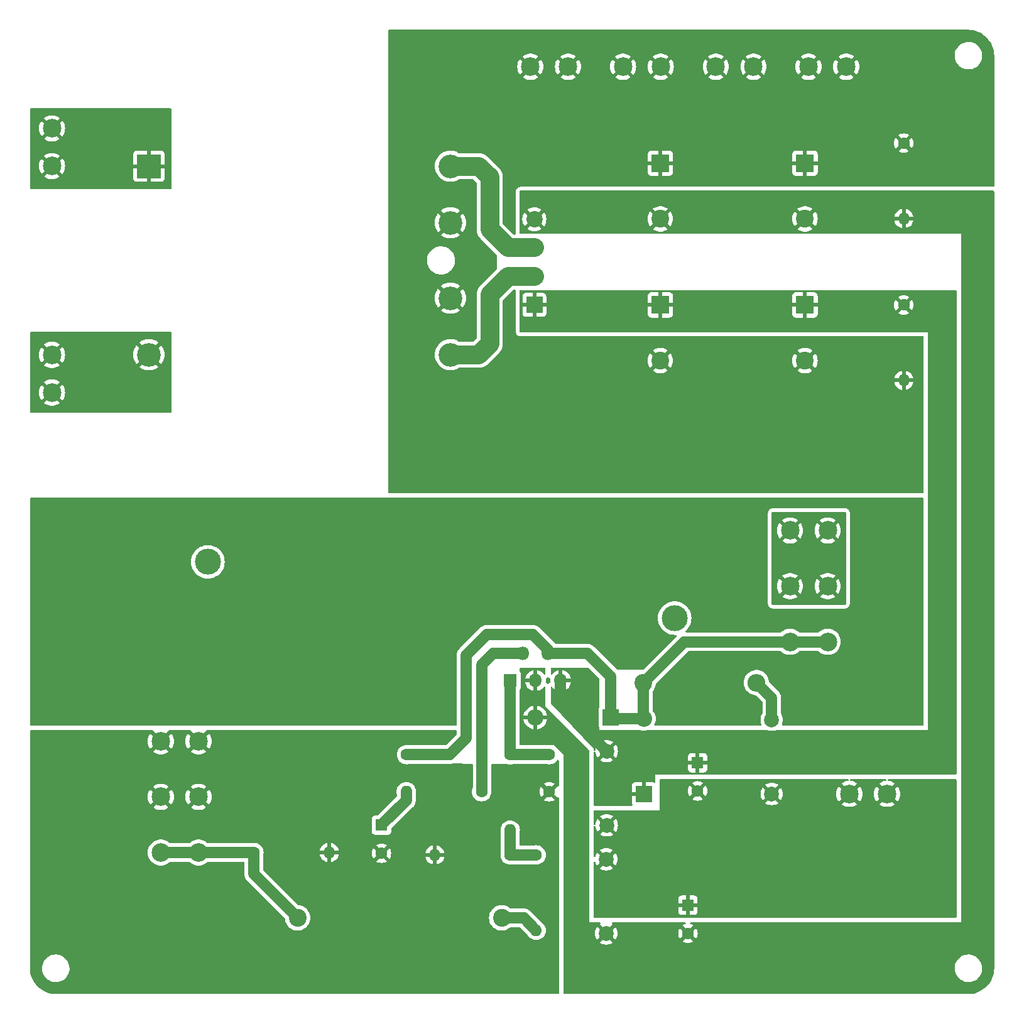
<source format=gbr>
%TF.GenerationSoftware,KiCad,Pcbnew,7.0.8*%
%TF.CreationDate,2023-10-20T08:06:19-04:00*%
%TF.ProjectId,func_amp,66756e63-5f61-46d7-902e-6b696361645f,A*%
%TF.SameCoordinates,PX2ebae40PY16e3600*%
%TF.FileFunction,Copper,L2,Bot*%
%TF.FilePolarity,Positive*%
%FSLAX46Y46*%
G04 Gerber Fmt 4.6, Leading zero omitted, Abs format (unit mm)*
G04 Created by KiCad (PCBNEW 7.0.8) date 2023-10-20 08:06:19*
%MOMM*%
%LPD*%
G01*
G04 APERTURE LIST*
%TA.AperFunction,ComponentPad*%
%ADD10C,2.400000*%
%TD*%
%TA.AperFunction,ComponentPad*%
%ADD11R,1.600000X1.600000*%
%TD*%
%TA.AperFunction,ComponentPad*%
%ADD12C,1.600000*%
%TD*%
%TA.AperFunction,ComponentPad*%
%ADD13C,2.000000*%
%TD*%
%TA.AperFunction,ComponentPad*%
%ADD14R,2.200000X2.200000*%
%TD*%
%TA.AperFunction,ComponentPad*%
%ADD15O,2.200000X2.200000*%
%TD*%
%TA.AperFunction,ComponentPad*%
%ADD16O,1.600000X1.600000*%
%TD*%
%TA.AperFunction,ComponentPad*%
%ADD17O,2.400000X2.400000*%
%TD*%
%TA.AperFunction,ComponentPad*%
%ADD18R,1.800000X1.800000*%
%TD*%
%TA.AperFunction,ComponentPad*%
%ADD19O,1.800000X1.800000*%
%TD*%
%TA.AperFunction,WasherPad*%
%ADD20C,3.500000*%
%TD*%
%TA.AperFunction,ComponentPad*%
%ADD21R,2.400000X2.400000*%
%TD*%
%TA.AperFunction,ComponentPad*%
%ADD22R,3.200000X3.200000*%
%TD*%
%TA.AperFunction,ComponentPad*%
%ADD23C,3.200000*%
%TD*%
%TA.AperFunction,ComponentPad*%
%ADD24C,2.500000*%
%TD*%
%TA.AperFunction,ComponentPad*%
%ADD25C,2.200000*%
%TD*%
%TA.AperFunction,Conductor*%
%ADD26C,1.500000*%
%TD*%
%TA.AperFunction,Conductor*%
%ADD27C,2.500000*%
%TD*%
G04 APERTURE END LIST*
D10*
%TO.P,C5,1*%
%TO.N,Net-(C5-Pad1)*%
X37100000Y-120700000D03*
%TO.P,C5,2*%
%TO.N,Net-(C5-Pad2)*%
X64600000Y-120700000D03*
%TD*%
D11*
%TO.P,C6,1*%
%TO.N,Net-(C6-Pad1)*%
X48400000Y-108200000D03*
D12*
%TO.P,C6,2*%
%TO.N,GNDS*%
X48400000Y-112000000D03*
%TD*%
D11*
%TO.P,C8,1*%
%TO.N,GNDPWR*%
X89700000Y-119000000D03*
D12*
%TO.P,C8,2*%
%TO.N,-V*%
X89700000Y-122800000D03*
%TD*%
D13*
%TO.P,C9,1*%
%TO.N,+V*%
X78750000Y-98225000D03*
%TO.P,C9,2*%
%TO.N,GNDPWR*%
X78750000Y-108225000D03*
%TD*%
%TO.P,C10,1*%
%TO.N,GNDPWR*%
X78700000Y-112800000D03*
%TO.P,C10,2*%
%TO.N,-V*%
X78700000Y-122800000D03*
%TD*%
%TO.P,C11,1*%
%TO.N,Net-(C11-Pad1)*%
X101000000Y-94000000D03*
%TO.P,C11,2*%
%TO.N,GNDPWR*%
X101000000Y-104000000D03*
%TD*%
D14*
%TO.P,D3,1*%
%TO.N,+V*%
X83750000Y-104025000D03*
D15*
%TO.P,D3,2*%
%TO.N,Net-(D3-Pad2)*%
X83750000Y-93865000D03*
%TD*%
D14*
%TO.P,D4,1*%
%TO.N,Net-(D3-Pad2)*%
X79300000Y-93700000D03*
D15*
%TO.P,D4,2*%
%TO.N,-V*%
X69140000Y-93700000D03*
%TD*%
D12*
%TO.P,R1,1*%
%TO.N,Net-(R1-Pad1)*%
X65750000Y-112225000D03*
D16*
%TO.P,R1,2*%
%TO.N,GNDS*%
X55590000Y-112225000D03*
%TD*%
D12*
%TO.P,R2,1*%
%TO.N,Net-(R2-Pad1)*%
X61900000Y-103700000D03*
D16*
%TO.P,R2,2*%
%TO.N,Net-(C6-Pad1)*%
X51740000Y-103700000D03*
%TD*%
D12*
%TO.P,R3,1*%
%TO.N,Net-(D3-Pad2)*%
X51800000Y-98700000D03*
D16*
%TO.P,R3,2*%
%TO.N,Net-(R2-Pad1)*%
X61960000Y-98700000D03*
%TD*%
D10*
%TO.P,R4,1*%
%TO.N,Net-(D3-Pad2)*%
X83700000Y-89000000D03*
D17*
%TO.P,R4,2*%
%TO.N,Net-(C11-Pad1)*%
X98940000Y-89000000D03*
%TD*%
D18*
%TO.P,U3,1*%
%TO.N,Net-(C19-Pad1)*%
X65750000Y-88725000D03*
D19*
%TO.P,U3,2*%
%TO.N,Net-(R2-Pad1)*%
X67450000Y-85025000D03*
%TO.P,U3,3*%
%TO.N,-V*%
X69150000Y-88725000D03*
%TO.P,U3,4*%
%TO.N,Net-(D3-Pad2)*%
X70850000Y-85025000D03*
%TO.P,U3,5*%
%TO.N,+V*%
X72550000Y-88725000D03*
%TD*%
D12*
%TO.P,R6,1*%
%TO.N,Net-(C5-Pad1)*%
X31200000Y-111900000D03*
D16*
%TO.P,R6,2*%
%TO.N,GNDS*%
X41360000Y-111900000D03*
%TD*%
D12*
%TO.P,C19,1*%
%TO.N,Net-(C19-Pad1)*%
X71000000Y-98700000D03*
%TO.P,C19,2*%
%TO.N,GNDS*%
X71000000Y-103700000D03*
%TD*%
%TO.P,R11,1*%
%TO.N,Net-(R1-Pad1)*%
X69250000Y-112225000D03*
D16*
%TO.P,R11,2*%
%TO.N,Net-(C5-Pad2)*%
X69250000Y-122385000D03*
%TD*%
D12*
%TO.P,R12,1*%
%TO.N,Net-(C19-Pad1)*%
X65750000Y-98725000D03*
D16*
%TO.P,R12,2*%
%TO.N,Net-(R1-Pad1)*%
X65750000Y-108885000D03*
%TD*%
D20*
%TO.P,HS1,*%
%TO.N,*%
X87920000Y-80305000D03*
X25000000Y-72725000D03*
%TD*%
D21*
%TO.P,C1,1*%
%TO.N,+V*%
X85975000Y-38100000D03*
D10*
%TO.P,C1,2*%
%TO.N,Earth*%
X85975000Y-45600000D03*
%TD*%
D12*
%TO.P,R7,1*%
%TO.N,+V*%
X118800000Y-38100000D03*
D16*
%TO.P,R7,2*%
%TO.N,Earth*%
X118800000Y-48260000D03*
%TD*%
D12*
%TO.P,R8,1*%
%TO.N,Earth*%
X118800000Y-16300000D03*
D16*
%TO.P,R8,2*%
%TO.N,-V*%
X118800000Y-26460000D03*
%TD*%
D21*
%TO.P,C2,1*%
%TO.N,Earth*%
X85975000Y-19000000D03*
D10*
%TO.P,C2,2*%
%TO.N,-V*%
X85975000Y-26500000D03*
%TD*%
D21*
%TO.P,C4,1*%
%TO.N,Earth*%
X105475000Y-19000000D03*
D10*
%TO.P,C4,2*%
%TO.N,-V*%
X105475000Y-26500000D03*
%TD*%
D21*
%TO.P,C3,1*%
%TO.N,+V*%
X105475000Y-38100000D03*
D10*
%TO.P,C3,2*%
%TO.N,Earth*%
X105475000Y-45600000D03*
%TD*%
D22*
%TO.P,T1,1*%
%TO.N,/N*%
X17055000Y-19400000D03*
D23*
%TO.P,T1,4*%
%TO.N,/L*%
X17055000Y-44800000D03*
%TO.P,T1,5*%
%TO.N,Net-(D1-Pad2)*%
X57695000Y-44800000D03*
%TO.P,T1,6*%
%TO.N,Earth*%
X57695000Y-37180000D03*
%TO.P,T1,7*%
X57695000Y-27020000D03*
%TO.P,T1,8*%
%TO.N,Net-(D1-Pad3)*%
X57695000Y-19400000D03*
%TD*%
D24*
%TO.P,J1,1*%
%TO.N,/L*%
X4000000Y-44820000D03*
X4000000Y-49900000D03*
%TD*%
%TO.P,J2,1*%
%TO.N,/N*%
X4000000Y-19380000D03*
X4000000Y-14300000D03*
%TD*%
%TO.P,J3,1*%
%TO.N,Earth*%
X73540000Y-6000000D03*
X68460000Y-6000000D03*
%TD*%
%TO.P,J4,1*%
%TO.N,Net-(C5-Pad1)*%
X18660000Y-111900000D03*
X23740000Y-111900000D03*
%TD*%
%TO.P,J5,1*%
%TO.N,GNDS*%
X23740000Y-104400000D03*
X18660000Y-104400000D03*
%TD*%
%TO.P,J6,1*%
%TO.N,Net-(D3-Pad2)*%
X108540000Y-83500000D03*
X103460000Y-83500000D03*
%TD*%
%TO.P,J7,1*%
%TO.N,GND*%
X103460000Y-76000000D03*
X108540000Y-76000000D03*
%TD*%
D14*
%TO.P,D1,1*%
%TO.N,+V*%
X69000000Y-38100000D03*
D25*
%TO.P,D1,2*%
%TO.N,Net-(D1-Pad2)*%
X69000000Y-34250000D03*
%TO.P,D1,3*%
%TO.N,Net-(D1-Pad3)*%
X69000000Y-30400000D03*
%TO.P,D1,4*%
%TO.N,-V*%
X69000000Y-26550000D03*
%TD*%
D24*
%TO.P,J8,1*%
%TO.N,GNDS*%
X18660000Y-96900000D03*
X23740000Y-96900000D03*
%TD*%
%TO.P,J9,1*%
%TO.N,Earth*%
X80960000Y-6000000D03*
X86040000Y-6000000D03*
%TD*%
%TO.P,J10,1*%
%TO.N,Earth*%
X93460000Y-6000000D03*
X98540000Y-6000000D03*
%TD*%
%TO.P,J11,1*%
%TO.N,GND*%
X108540000Y-68500000D03*
X103460000Y-68500000D03*
%TD*%
%TO.P,J12,1*%
%TO.N,GNDPWR*%
X116540000Y-104000000D03*
X111460000Y-104000000D03*
%TD*%
%TO.P,J13,1*%
%TO.N,Earth*%
X105960000Y-6000000D03*
X111040000Y-6000000D03*
%TD*%
D11*
%TO.P,C7,1*%
%TO.N,+V*%
X91000000Y-99800000D03*
D12*
%TO.P,C7,2*%
%TO.N,GNDPWR*%
X91000000Y-103600000D03*
%TD*%
D26*
%TO.N,Net-(C5-Pad2)*%
X67565000Y-120700000D02*
X69250000Y-122385000D01*
X64600000Y-120700000D02*
X67565000Y-120700000D01*
%TO.N,Net-(C5-Pad1)*%
X18660000Y-111900000D02*
X23740000Y-111900000D01*
X23740000Y-111900000D02*
X31200000Y-111900000D01*
X31200000Y-111900000D02*
X31200000Y-114800000D01*
X31200000Y-114800000D02*
X37100000Y-120700000D01*
%TO.N,Net-(C6-Pad1)*%
X51740000Y-104860000D02*
X48400000Y-108200000D01*
X51740000Y-103700000D02*
X51740000Y-104860000D01*
%TO.N,Net-(C11-Pad1)*%
X98940000Y-89000000D02*
X101000000Y-91060000D01*
X101000000Y-91060000D02*
X101000000Y-94000000D01*
%TO.N,Net-(R2-Pad1)*%
X61960000Y-86540000D02*
X63475000Y-85025000D01*
X63475000Y-85025000D02*
X67450000Y-85025000D01*
X61960000Y-103640000D02*
X61900000Y-103700000D01*
X61960000Y-98700000D02*
X61960000Y-103640000D01*
X61960000Y-98700000D02*
X61960000Y-86540000D01*
%TO.N,+V*%
X72550000Y-88725000D02*
X72550000Y-92025000D01*
X72550000Y-92025000D02*
X78750000Y-98225000D01*
%TO.N,Net-(C19-Pad1)*%
X65750000Y-98725000D02*
X70975000Y-98725000D01*
X70975000Y-98725000D02*
X71000000Y-98700000D01*
X65750000Y-88725000D02*
X65750000Y-98725000D01*
D27*
%TO.N,Net-(D1-Pad2)*%
X69000000Y-34250000D02*
X65450000Y-34250000D01*
X61500000Y-44800000D02*
X57695000Y-44800000D01*
X65450000Y-34250000D02*
X63000000Y-36700000D01*
X63000000Y-36700000D02*
X63000000Y-43300000D01*
X63000000Y-43300000D02*
X61500000Y-44800000D01*
%TO.N,Net-(D1-Pad3)*%
X65500000Y-30400000D02*
X63000000Y-27900000D01*
X69000000Y-30400000D02*
X65500000Y-30400000D01*
X61500000Y-19400000D02*
X57695000Y-19400000D01*
X63000000Y-27900000D02*
X63000000Y-20900000D01*
X63000000Y-20900000D02*
X61500000Y-19400000D01*
D26*
%TO.N,Net-(D3-Pad2)*%
X59800000Y-85300000D02*
X59800000Y-96500000D01*
X83700000Y-93815000D02*
X83750000Y-93865000D01*
X79300000Y-88200000D02*
X76125000Y-85025000D01*
X62600000Y-82500000D02*
X59800000Y-85300000D01*
X76125000Y-85025000D02*
X70850000Y-85025000D01*
X103460000Y-83500000D02*
X89200000Y-83500000D01*
X89200000Y-83500000D02*
X83700000Y-89000000D01*
X83700000Y-89000000D02*
X83700000Y-93815000D01*
X57600000Y-98700000D02*
X51800000Y-98700000D01*
X59800000Y-96500000D02*
X57600000Y-98700000D01*
X83750000Y-93865000D02*
X79465000Y-93865000D01*
X108540000Y-83500000D02*
X103460000Y-83500000D01*
X68800000Y-82500000D02*
X62600000Y-82500000D01*
X70850000Y-85025000D02*
X70850000Y-84550000D01*
X79300000Y-93700000D02*
X79300000Y-88200000D01*
X79465000Y-93865000D02*
X79300000Y-93700000D01*
X70850000Y-84550000D02*
X68800000Y-82500000D01*
%TO.N,Net-(R1-Pad1)*%
X65750000Y-112225000D02*
X69250000Y-112225000D01*
X65750000Y-108885000D02*
X65750000Y-112225000D01*
%TD*%
%TA.AperFunction,Conductor*%
%TO.N,GNDPWR*%
G36*
X111320590Y-102020002D02*
G01*
X111367083Y-102073658D01*
X111377187Y-102143932D01*
X111347693Y-102208512D01*
X111287967Y-102246896D01*
X111271248Y-102250593D01*
X111067712Y-102281270D01*
X111067704Y-102281271D01*
X110815923Y-102358937D01*
X110578532Y-102473259D01*
X110578525Y-102473263D01*
X110408438Y-102589227D01*
X110408438Y-102589229D01*
X111177643Y-103358434D01*
X111132305Y-103375629D01*
X110992405Y-103472194D01*
X110879680Y-103599434D01*
X110817913Y-103717122D01*
X110049671Y-102948880D01*
X110049670Y-102948881D01*
X110003400Y-103006904D01*
X110003397Y-103006907D01*
X109871653Y-103235095D01*
X109871651Y-103235099D01*
X109775393Y-103480363D01*
X109775392Y-103480365D01*
X109716760Y-103737245D01*
X109697070Y-104000000D01*
X109716760Y-104262754D01*
X109775392Y-104519634D01*
X109775393Y-104519636D01*
X109871651Y-104764900D01*
X109871653Y-104764904D01*
X110003397Y-104993092D01*
X110003400Y-104993097D01*
X110049670Y-105051117D01*
X110049672Y-105051117D01*
X110817912Y-104282876D01*
X110879680Y-104400566D01*
X110992405Y-104527806D01*
X111132305Y-104624371D01*
X111177642Y-104641565D01*
X110408437Y-105410770D01*
X110578532Y-105526739D01*
X110578532Y-105526740D01*
X110815923Y-105641062D01*
X111067704Y-105718728D01*
X111067712Y-105718729D01*
X111328260Y-105758000D01*
X111591740Y-105758000D01*
X111852287Y-105718729D01*
X111852295Y-105718728D01*
X112104076Y-105641062D01*
X112341467Y-105526740D01*
X112511561Y-105410770D01*
X111742356Y-104641565D01*
X111787695Y-104624371D01*
X111927595Y-104527806D01*
X112040320Y-104400566D01*
X112102086Y-104282877D01*
X112870327Y-105051118D01*
X112916603Y-104993090D01*
X113048346Y-104764904D01*
X113048348Y-104764900D01*
X113144606Y-104519636D01*
X113144607Y-104519634D01*
X113203239Y-104262754D01*
X113222929Y-104000000D01*
X113203239Y-103737245D01*
X113144607Y-103480365D01*
X113144606Y-103480363D01*
X113048348Y-103235099D01*
X113048346Y-103235095D01*
X112916605Y-103006913D01*
X112916600Y-103006905D01*
X112870328Y-102948881D01*
X112870326Y-102948881D01*
X112102086Y-103717121D01*
X112040320Y-103599434D01*
X111927595Y-103472194D01*
X111787695Y-103375629D01*
X111742356Y-103358434D01*
X112511560Y-102589229D01*
X112511560Y-102589228D01*
X112341467Y-102473259D01*
X112104076Y-102358937D01*
X111852295Y-102281271D01*
X111852287Y-102281270D01*
X111648752Y-102250593D01*
X111584373Y-102220662D01*
X111546396Y-102160676D01*
X111546879Y-102089681D01*
X111585668Y-102030217D01*
X111650447Y-102001164D01*
X111667531Y-102000000D01*
X116332469Y-102000000D01*
X116400590Y-102020002D01*
X116447083Y-102073658D01*
X116457187Y-102143932D01*
X116427693Y-102208512D01*
X116367967Y-102246896D01*
X116351248Y-102250593D01*
X116147712Y-102281270D01*
X116147704Y-102281271D01*
X115895923Y-102358937D01*
X115658532Y-102473259D01*
X115658525Y-102473263D01*
X115488438Y-102589227D01*
X115488438Y-102589229D01*
X116257643Y-103358434D01*
X116212305Y-103375629D01*
X116072405Y-103472194D01*
X115959680Y-103599434D01*
X115897913Y-103717122D01*
X115129671Y-102948880D01*
X115129670Y-102948881D01*
X115083400Y-103006904D01*
X115083397Y-103006907D01*
X114951653Y-103235095D01*
X114951651Y-103235099D01*
X114855393Y-103480363D01*
X114855392Y-103480365D01*
X114796760Y-103737245D01*
X114777070Y-104000000D01*
X114796760Y-104262754D01*
X114855392Y-104519634D01*
X114855393Y-104519636D01*
X114951651Y-104764900D01*
X114951653Y-104764904D01*
X115083397Y-104993092D01*
X115083400Y-104993097D01*
X115129670Y-105051117D01*
X115129672Y-105051117D01*
X115897912Y-104282876D01*
X115959680Y-104400566D01*
X116072405Y-104527806D01*
X116212305Y-104624371D01*
X116257642Y-104641565D01*
X115488437Y-105410770D01*
X115658532Y-105526739D01*
X115658532Y-105526740D01*
X115895923Y-105641062D01*
X116147704Y-105718728D01*
X116147712Y-105718729D01*
X116408260Y-105758000D01*
X116671740Y-105758000D01*
X116932287Y-105718729D01*
X116932295Y-105718728D01*
X117184076Y-105641062D01*
X117421467Y-105526740D01*
X117591561Y-105410770D01*
X116822356Y-104641565D01*
X116867695Y-104624371D01*
X117007595Y-104527806D01*
X117120320Y-104400566D01*
X117182086Y-104282877D01*
X117950327Y-105051118D01*
X117996603Y-104993090D01*
X118128346Y-104764904D01*
X118128348Y-104764900D01*
X118224606Y-104519636D01*
X118224607Y-104519634D01*
X118283239Y-104262754D01*
X118302929Y-104000000D01*
X118283239Y-103737245D01*
X118224607Y-103480365D01*
X118224606Y-103480363D01*
X118128348Y-103235099D01*
X118128346Y-103235095D01*
X117996605Y-103006913D01*
X117996600Y-103006905D01*
X117950328Y-102948881D01*
X117950326Y-102948881D01*
X117182086Y-103717121D01*
X117120320Y-103599434D01*
X117007595Y-103472194D01*
X116867695Y-103375629D01*
X116822356Y-103358434D01*
X117591560Y-102589229D01*
X117591560Y-102589228D01*
X117421467Y-102473259D01*
X117184076Y-102358937D01*
X116932295Y-102281271D01*
X116932287Y-102281270D01*
X116728752Y-102250593D01*
X116664373Y-102220662D01*
X116626396Y-102160676D01*
X116626879Y-102089681D01*
X116665668Y-102030217D01*
X116730447Y-102001164D01*
X116747531Y-102000000D01*
X125774000Y-102000000D01*
X125842121Y-102020002D01*
X125888614Y-102073658D01*
X125900000Y-102126000D01*
X125900000Y-120574000D01*
X125879998Y-120642121D01*
X125826342Y-120688614D01*
X125774000Y-120700000D01*
X77126000Y-120700000D01*
X77057879Y-120679998D01*
X77011386Y-120626342D01*
X77000000Y-120574000D01*
X77000000Y-119848597D01*
X88392000Y-119848597D01*
X88398505Y-119909093D01*
X88449555Y-120045964D01*
X88449555Y-120045965D01*
X88537095Y-120162904D01*
X88654034Y-120250444D01*
X88790906Y-120301494D01*
X88851402Y-120307999D01*
X88851415Y-120308000D01*
X89446000Y-120308000D01*
X89446000Y-119311686D01*
X89461955Y-119327641D01*
X89574852Y-119385165D01*
X89668519Y-119400000D01*
X89731481Y-119400000D01*
X89825148Y-119385165D01*
X89938045Y-119327641D01*
X89954000Y-119311686D01*
X89954000Y-120308000D01*
X90548585Y-120308000D01*
X90548597Y-120307999D01*
X90609093Y-120301494D01*
X90745964Y-120250444D01*
X90745965Y-120250444D01*
X90862904Y-120162904D01*
X90950444Y-120045965D01*
X90950444Y-120045964D01*
X91001494Y-119909093D01*
X91007999Y-119848597D01*
X91008000Y-119848585D01*
X91008000Y-119254000D01*
X90011686Y-119254000D01*
X90027641Y-119238045D01*
X90085165Y-119125148D01*
X90104986Y-119000000D01*
X90085165Y-118874852D01*
X90027641Y-118761955D01*
X90011686Y-118746000D01*
X91008000Y-118746000D01*
X91008000Y-118151414D01*
X91007999Y-118151402D01*
X91001494Y-118090906D01*
X90950444Y-117954035D01*
X90950444Y-117954034D01*
X90862904Y-117837095D01*
X90745965Y-117749555D01*
X90609093Y-117698505D01*
X90548597Y-117692000D01*
X89954000Y-117692000D01*
X89954000Y-118688314D01*
X89938045Y-118672359D01*
X89825148Y-118614835D01*
X89731481Y-118600000D01*
X89668519Y-118600000D01*
X89574852Y-118614835D01*
X89461955Y-118672359D01*
X89446000Y-118688314D01*
X89446000Y-117692000D01*
X88851402Y-117692000D01*
X88790906Y-117698505D01*
X88654035Y-117749555D01*
X88654034Y-117749555D01*
X88537095Y-117837095D01*
X88449555Y-117954034D01*
X88449555Y-117954035D01*
X88398505Y-118090906D01*
X88392000Y-118151402D01*
X88392000Y-118746000D01*
X89388314Y-118746000D01*
X89372359Y-118761955D01*
X89314835Y-118874852D01*
X89295014Y-119000000D01*
X89314835Y-119125148D01*
X89372359Y-119238045D01*
X89388314Y-119254000D01*
X88392000Y-119254000D01*
X88392000Y-119848597D01*
X77000000Y-119848597D01*
X77000000Y-113243315D01*
X77020002Y-113175194D01*
X77073658Y-113128701D01*
X77143932Y-113118597D01*
X77208512Y-113148091D01*
X77246896Y-113207817D01*
X77248519Y-113213901D01*
X77261371Y-113267437D01*
X77352206Y-113486733D01*
X77466897Y-113673891D01*
X78215638Y-112925150D01*
X78240507Y-113009844D01*
X78318239Y-113130798D01*
X78426900Y-113224952D01*
X78557685Y-113284680D01*
X78572412Y-113286797D01*
X77826107Y-114033101D01*
X77826107Y-114033102D01*
X78013261Y-114147791D01*
X78232562Y-114238628D01*
X78463367Y-114294039D01*
X78700000Y-114312662D01*
X78936632Y-114294039D01*
X79167437Y-114238628D01*
X79386738Y-114147791D01*
X79573891Y-114033102D01*
X79573892Y-114033101D01*
X78827588Y-113286797D01*
X78842315Y-113284680D01*
X78973100Y-113224952D01*
X79081761Y-113130798D01*
X79159493Y-113009844D01*
X79184360Y-112925151D01*
X79933101Y-113673892D01*
X79933102Y-113673891D01*
X80047791Y-113486738D01*
X80138628Y-113267437D01*
X80194039Y-113036632D01*
X80212662Y-112800000D01*
X80194039Y-112563367D01*
X80138628Y-112332562D01*
X80047791Y-112113261D01*
X79933102Y-111926107D01*
X79933101Y-111926107D01*
X79184360Y-112674848D01*
X79159493Y-112590156D01*
X79081761Y-112469202D01*
X78973100Y-112375048D01*
X78842315Y-112315320D01*
X78827587Y-112313202D01*
X79573891Y-111566897D01*
X79386733Y-111452206D01*
X79167437Y-111361371D01*
X78936632Y-111305960D01*
X78700000Y-111287337D01*
X78463367Y-111305960D01*
X78232562Y-111361371D01*
X78013262Y-111452208D01*
X77826107Y-111566896D01*
X77826107Y-111566898D01*
X78572411Y-112313202D01*
X78557685Y-112315320D01*
X78426900Y-112375048D01*
X78318239Y-112469202D01*
X78240507Y-112590156D01*
X78215639Y-112674848D01*
X77466898Y-111926107D01*
X77466896Y-111926107D01*
X77352208Y-112113262D01*
X77261371Y-112332563D01*
X77248519Y-112386098D01*
X77213166Y-112447668D01*
X77150140Y-112480350D01*
X77079449Y-112473769D01*
X77023537Y-112430015D01*
X77000157Y-112362979D01*
X77000000Y-112356684D01*
X77000000Y-108416263D01*
X77020002Y-108348142D01*
X77073658Y-108301649D01*
X77143932Y-108291545D01*
X77208512Y-108321039D01*
X77246896Y-108380765D01*
X77251612Y-108406377D01*
X77255960Y-108461632D01*
X77311371Y-108692437D01*
X77402206Y-108911733D01*
X77516897Y-109098891D01*
X78265638Y-108350150D01*
X78290507Y-108434844D01*
X78368239Y-108555798D01*
X78476900Y-108649952D01*
X78607685Y-108709680D01*
X78622412Y-108711797D01*
X77876107Y-109458101D01*
X77876107Y-109458102D01*
X78063261Y-109572791D01*
X78282562Y-109663628D01*
X78513367Y-109719039D01*
X78750000Y-109737662D01*
X78986632Y-109719039D01*
X79217437Y-109663628D01*
X79436738Y-109572791D01*
X79623891Y-109458102D01*
X79623892Y-109458101D01*
X78877588Y-108711797D01*
X78892315Y-108709680D01*
X79023100Y-108649952D01*
X79131761Y-108555798D01*
X79209493Y-108434844D01*
X79234360Y-108350151D01*
X79983101Y-109098892D01*
X79983102Y-109098891D01*
X80097791Y-108911738D01*
X80188628Y-108692437D01*
X80244039Y-108461632D01*
X80262662Y-108225000D01*
X80244039Y-107988367D01*
X80188628Y-107757562D01*
X80097791Y-107538261D01*
X79983102Y-107351107D01*
X79983101Y-107351107D01*
X79234360Y-108099848D01*
X79209493Y-108015156D01*
X79131761Y-107894202D01*
X79023100Y-107800048D01*
X78892315Y-107740320D01*
X78877587Y-107738202D01*
X79623891Y-106991897D01*
X79436733Y-106877206D01*
X79217437Y-106786371D01*
X78986632Y-106730960D01*
X78750000Y-106712337D01*
X78513367Y-106730960D01*
X78282562Y-106786371D01*
X78063262Y-106877208D01*
X77876107Y-106991896D01*
X77876107Y-106991898D01*
X78622411Y-107738202D01*
X78607685Y-107740320D01*
X78476900Y-107800048D01*
X78368239Y-107894202D01*
X78290507Y-108015156D01*
X78265639Y-108099848D01*
X77516898Y-107351107D01*
X77516896Y-107351107D01*
X77402208Y-107538262D01*
X77311371Y-107757562D01*
X77255960Y-107988367D01*
X77251612Y-108043622D01*
X77226327Y-108109963D01*
X77169189Y-108152103D01*
X77098338Y-108156662D01*
X77036271Y-108122193D01*
X77002691Y-108059640D01*
X77000000Y-108033736D01*
X77000000Y-106326000D01*
X77020002Y-106257879D01*
X77073658Y-106211386D01*
X77126000Y-106200000D01*
X85900000Y-106200000D01*
X85900000Y-103600000D01*
X89687004Y-103600000D01*
X89706951Y-103828002D01*
X89766186Y-104049068D01*
X89766188Y-104049073D01*
X89862913Y-104256501D01*
X89912899Y-104327888D01*
X90601272Y-103639516D01*
X90614835Y-103725148D01*
X90672359Y-103838045D01*
X90761955Y-103927641D01*
X90874852Y-103985165D01*
X90960482Y-103998727D01*
X90272110Y-104687098D01*
X90272110Y-104687100D01*
X90343498Y-104737086D01*
X90550926Y-104833811D01*
X90550931Y-104833813D01*
X90771999Y-104893048D01*
X90771995Y-104893048D01*
X91000000Y-104912995D01*
X91228002Y-104893048D01*
X91449068Y-104833813D01*
X91449073Y-104833811D01*
X91656497Y-104737088D01*
X91727888Y-104687099D01*
X91727888Y-104687097D01*
X91039518Y-103998727D01*
X91125148Y-103985165D01*
X91238045Y-103927641D01*
X91327641Y-103838045D01*
X91385165Y-103725148D01*
X91398727Y-103639518D01*
X92087097Y-104327888D01*
X92087099Y-104327888D01*
X92137088Y-104256497D01*
X92233811Y-104049073D01*
X92233813Y-104049068D01*
X92246961Y-104000000D01*
X99487337Y-104000000D01*
X99505960Y-104236632D01*
X99561371Y-104467437D01*
X99652206Y-104686733D01*
X99766897Y-104873891D01*
X100515638Y-104125150D01*
X100540507Y-104209844D01*
X100618239Y-104330798D01*
X100726900Y-104424952D01*
X100857685Y-104484680D01*
X100872412Y-104486797D01*
X100126107Y-105233101D01*
X100126107Y-105233102D01*
X100313261Y-105347791D01*
X100532562Y-105438628D01*
X100763367Y-105494039D01*
X101000000Y-105512662D01*
X101236632Y-105494039D01*
X101467437Y-105438628D01*
X101686738Y-105347791D01*
X101873891Y-105233102D01*
X101873892Y-105233101D01*
X101127588Y-104486797D01*
X101142315Y-104484680D01*
X101273100Y-104424952D01*
X101381761Y-104330798D01*
X101459493Y-104209844D01*
X101484360Y-104125151D01*
X102233101Y-104873892D01*
X102233102Y-104873891D01*
X102347791Y-104686738D01*
X102438628Y-104467437D01*
X102494039Y-104236632D01*
X102512662Y-104000000D01*
X102494039Y-103763367D01*
X102438628Y-103532562D01*
X102347791Y-103313261D01*
X102233102Y-103126107D01*
X102233101Y-103126107D01*
X101484360Y-103874848D01*
X101459493Y-103790156D01*
X101381761Y-103669202D01*
X101273100Y-103575048D01*
X101142315Y-103515320D01*
X101127587Y-103513202D01*
X101873891Y-102766897D01*
X101686733Y-102652206D01*
X101467437Y-102561371D01*
X101236632Y-102505960D01*
X101000000Y-102487337D01*
X100763367Y-102505960D01*
X100532562Y-102561371D01*
X100313262Y-102652208D01*
X100126107Y-102766896D01*
X100126107Y-102766898D01*
X100872411Y-103513202D01*
X100857685Y-103515320D01*
X100726900Y-103575048D01*
X100618239Y-103669202D01*
X100540507Y-103790156D01*
X100515639Y-103874848D01*
X99766898Y-103126107D01*
X99766896Y-103126107D01*
X99652208Y-103313262D01*
X99561371Y-103532562D01*
X99505960Y-103763367D01*
X99487337Y-104000000D01*
X92246961Y-104000000D01*
X92293048Y-103828002D01*
X92312995Y-103600000D01*
X92293048Y-103371997D01*
X92233813Y-103150931D01*
X92233811Y-103150926D01*
X92137086Y-102943498D01*
X92087100Y-102872110D01*
X92087098Y-102872110D01*
X91398727Y-103560481D01*
X91385165Y-103474852D01*
X91327641Y-103361955D01*
X91238045Y-103272359D01*
X91125148Y-103214835D01*
X91039517Y-103201272D01*
X91727888Y-102512899D01*
X91727888Y-102512898D01*
X91656501Y-102462913D01*
X91449073Y-102366188D01*
X91449068Y-102366186D01*
X91228000Y-102306951D01*
X91228004Y-102306951D01*
X91000000Y-102287004D01*
X90771997Y-102306951D01*
X90550931Y-102366186D01*
X90550926Y-102366188D01*
X90343500Y-102462913D01*
X90272109Y-102512900D01*
X90960481Y-103201272D01*
X90874852Y-103214835D01*
X90761955Y-103272359D01*
X90672359Y-103361955D01*
X90614835Y-103474852D01*
X90601272Y-103560481D01*
X89912900Y-102872109D01*
X89862913Y-102943500D01*
X89766188Y-103150926D01*
X89766186Y-103150931D01*
X89706951Y-103371997D01*
X89687004Y-103600000D01*
X85900000Y-103600000D01*
X85900000Y-102126000D01*
X85920002Y-102057879D01*
X85973658Y-102011386D01*
X86026000Y-102000000D01*
X111252469Y-102000000D01*
X111320590Y-102020002D01*
G37*
%TD.AperFunction*%
%TD*%
%TA.AperFunction,Conductor*%
%TO.N,GND*%
G36*
X110942121Y-66020002D02*
G01*
X110988614Y-66073658D01*
X111000000Y-66126000D01*
X111000000Y-78374000D01*
X110979998Y-78442121D01*
X110926342Y-78488614D01*
X110874000Y-78500000D01*
X101126000Y-78500000D01*
X101057879Y-78479998D01*
X101011386Y-78426342D01*
X101000000Y-78374000D01*
X101000000Y-76000000D01*
X101697070Y-76000000D01*
X101716760Y-76262754D01*
X101775392Y-76519634D01*
X101775393Y-76519636D01*
X101871651Y-76764900D01*
X101871653Y-76764904D01*
X102003397Y-76993092D01*
X102003400Y-76993097D01*
X102049670Y-77051117D01*
X102049672Y-77051117D01*
X102817912Y-76282876D01*
X102879680Y-76400566D01*
X102992405Y-76527806D01*
X103132305Y-76624371D01*
X103177642Y-76641565D01*
X102408437Y-77410770D01*
X102578532Y-77526739D01*
X102578532Y-77526740D01*
X102815923Y-77641062D01*
X103067704Y-77718728D01*
X103067712Y-77718729D01*
X103328260Y-77758000D01*
X103591740Y-77758000D01*
X103852287Y-77718729D01*
X103852295Y-77718728D01*
X104104076Y-77641062D01*
X104341467Y-77526740D01*
X104511561Y-77410770D01*
X103742356Y-76641565D01*
X103787695Y-76624371D01*
X103927595Y-76527806D01*
X104040320Y-76400566D01*
X104102086Y-76282877D01*
X104870327Y-77051118D01*
X104916603Y-76993090D01*
X105048346Y-76764904D01*
X105048348Y-76764900D01*
X105144606Y-76519636D01*
X105144607Y-76519634D01*
X105203239Y-76262754D01*
X105222929Y-76000000D01*
X106777070Y-76000000D01*
X106796760Y-76262754D01*
X106855392Y-76519634D01*
X106855393Y-76519636D01*
X106951651Y-76764900D01*
X106951653Y-76764904D01*
X107083397Y-76993092D01*
X107083400Y-76993097D01*
X107129670Y-77051117D01*
X107129672Y-77051117D01*
X107897912Y-76282876D01*
X107959680Y-76400566D01*
X108072405Y-76527806D01*
X108212305Y-76624371D01*
X108257642Y-76641565D01*
X107488437Y-77410770D01*
X107658532Y-77526739D01*
X107658532Y-77526740D01*
X107895923Y-77641062D01*
X108147704Y-77718728D01*
X108147712Y-77718729D01*
X108408260Y-77758000D01*
X108671740Y-77758000D01*
X108932287Y-77718729D01*
X108932295Y-77718728D01*
X109184076Y-77641062D01*
X109421467Y-77526740D01*
X109591561Y-77410770D01*
X108822356Y-76641565D01*
X108867695Y-76624371D01*
X109007595Y-76527806D01*
X109120320Y-76400566D01*
X109182086Y-76282877D01*
X109950327Y-77051118D01*
X109996603Y-76993090D01*
X110128346Y-76764904D01*
X110128348Y-76764900D01*
X110224606Y-76519636D01*
X110224607Y-76519634D01*
X110283239Y-76262754D01*
X110302929Y-76000000D01*
X110283239Y-75737245D01*
X110224607Y-75480365D01*
X110224606Y-75480363D01*
X110128348Y-75235099D01*
X110128346Y-75235095D01*
X109996605Y-75006913D01*
X109996600Y-75006905D01*
X109950328Y-74948881D01*
X109950326Y-74948881D01*
X109182086Y-75717121D01*
X109120320Y-75599434D01*
X109007595Y-75472194D01*
X108867695Y-75375629D01*
X108822356Y-75358434D01*
X109591560Y-74589229D01*
X109591560Y-74589228D01*
X109421467Y-74473259D01*
X109184076Y-74358937D01*
X108932295Y-74281271D01*
X108932287Y-74281270D01*
X108671740Y-74242000D01*
X108408260Y-74242000D01*
X108147712Y-74281270D01*
X108147704Y-74281271D01*
X107895923Y-74358937D01*
X107658532Y-74473259D01*
X107658525Y-74473263D01*
X107488438Y-74589227D01*
X107488438Y-74589229D01*
X108257643Y-75358434D01*
X108212305Y-75375629D01*
X108072405Y-75472194D01*
X107959680Y-75599434D01*
X107897913Y-75717122D01*
X107129671Y-74948880D01*
X107129670Y-74948881D01*
X107083400Y-75006904D01*
X107083397Y-75006907D01*
X106951653Y-75235095D01*
X106951651Y-75235099D01*
X106855393Y-75480363D01*
X106855392Y-75480365D01*
X106796760Y-75737245D01*
X106777070Y-76000000D01*
X105222929Y-76000000D01*
X105203239Y-75737245D01*
X105144607Y-75480365D01*
X105144606Y-75480363D01*
X105048348Y-75235099D01*
X105048346Y-75235095D01*
X104916605Y-75006913D01*
X104916600Y-75006905D01*
X104870328Y-74948881D01*
X104870326Y-74948881D01*
X104102086Y-75717121D01*
X104040320Y-75599434D01*
X103927595Y-75472194D01*
X103787695Y-75375629D01*
X103742356Y-75358434D01*
X104511560Y-74589229D01*
X104511560Y-74589228D01*
X104341467Y-74473259D01*
X104104076Y-74358937D01*
X103852295Y-74281271D01*
X103852287Y-74281270D01*
X103591740Y-74242000D01*
X103328260Y-74242000D01*
X103067712Y-74281270D01*
X103067704Y-74281271D01*
X102815923Y-74358937D01*
X102578532Y-74473259D01*
X102578525Y-74473263D01*
X102408438Y-74589227D01*
X102408438Y-74589229D01*
X103177643Y-75358434D01*
X103132305Y-75375629D01*
X102992405Y-75472194D01*
X102879680Y-75599434D01*
X102817913Y-75717122D01*
X102049671Y-74948880D01*
X102049670Y-74948881D01*
X102003400Y-75006904D01*
X102003397Y-75006907D01*
X101871653Y-75235095D01*
X101871651Y-75235099D01*
X101775393Y-75480363D01*
X101775392Y-75480365D01*
X101716760Y-75737245D01*
X101697070Y-76000000D01*
X101000000Y-76000000D01*
X101000000Y-68500000D01*
X101697070Y-68500000D01*
X101716760Y-68762754D01*
X101775392Y-69019634D01*
X101775393Y-69019636D01*
X101871651Y-69264900D01*
X101871653Y-69264904D01*
X102003397Y-69493092D01*
X102003400Y-69493097D01*
X102049670Y-69551117D01*
X102049672Y-69551117D01*
X102817912Y-68782876D01*
X102879680Y-68900566D01*
X102992405Y-69027806D01*
X103132305Y-69124371D01*
X103177642Y-69141565D01*
X102408437Y-69910770D01*
X102578532Y-70026739D01*
X102578532Y-70026740D01*
X102815923Y-70141062D01*
X103067704Y-70218728D01*
X103067712Y-70218729D01*
X103328260Y-70258000D01*
X103591740Y-70258000D01*
X103852287Y-70218729D01*
X103852295Y-70218728D01*
X104104076Y-70141062D01*
X104341467Y-70026740D01*
X104511561Y-69910770D01*
X103742356Y-69141565D01*
X103787695Y-69124371D01*
X103927595Y-69027806D01*
X104040320Y-68900566D01*
X104102086Y-68782877D01*
X104870327Y-69551118D01*
X104916603Y-69493090D01*
X105048346Y-69264904D01*
X105048348Y-69264900D01*
X105144606Y-69019636D01*
X105144607Y-69019634D01*
X105203239Y-68762754D01*
X105222929Y-68500000D01*
X106777070Y-68500000D01*
X106796760Y-68762754D01*
X106855392Y-69019634D01*
X106855393Y-69019636D01*
X106951651Y-69264900D01*
X106951653Y-69264904D01*
X107083397Y-69493092D01*
X107083400Y-69493097D01*
X107129670Y-69551117D01*
X107129672Y-69551117D01*
X107897912Y-68782876D01*
X107959680Y-68900566D01*
X108072405Y-69027806D01*
X108212305Y-69124371D01*
X108257642Y-69141565D01*
X107488437Y-69910770D01*
X107658532Y-70026739D01*
X107658532Y-70026740D01*
X107895923Y-70141062D01*
X108147704Y-70218728D01*
X108147712Y-70218729D01*
X108408260Y-70258000D01*
X108671740Y-70258000D01*
X108932287Y-70218729D01*
X108932295Y-70218728D01*
X109184076Y-70141062D01*
X109421467Y-70026740D01*
X109591561Y-69910770D01*
X108822356Y-69141565D01*
X108867695Y-69124371D01*
X109007595Y-69027806D01*
X109120320Y-68900566D01*
X109182086Y-68782877D01*
X109950327Y-69551118D01*
X109996603Y-69493090D01*
X110128346Y-69264904D01*
X110128348Y-69264900D01*
X110224606Y-69019636D01*
X110224607Y-69019634D01*
X110283239Y-68762754D01*
X110302929Y-68500000D01*
X110283239Y-68237245D01*
X110224607Y-67980365D01*
X110224606Y-67980363D01*
X110128348Y-67735099D01*
X110128346Y-67735095D01*
X109996605Y-67506913D01*
X109996600Y-67506905D01*
X109950328Y-67448881D01*
X109950326Y-67448881D01*
X109182086Y-68217121D01*
X109120320Y-68099434D01*
X109007595Y-67972194D01*
X108867695Y-67875629D01*
X108822356Y-67858434D01*
X109591560Y-67089229D01*
X109591560Y-67089228D01*
X109421467Y-66973259D01*
X109184076Y-66858937D01*
X108932295Y-66781271D01*
X108932287Y-66781270D01*
X108671740Y-66742000D01*
X108408260Y-66742000D01*
X108147712Y-66781270D01*
X108147704Y-66781271D01*
X107895923Y-66858937D01*
X107658532Y-66973259D01*
X107658525Y-66973263D01*
X107488438Y-67089227D01*
X107488438Y-67089229D01*
X108257643Y-67858434D01*
X108212305Y-67875629D01*
X108072405Y-67972194D01*
X107959680Y-68099434D01*
X107897913Y-68217122D01*
X107129671Y-67448880D01*
X107129670Y-67448881D01*
X107083400Y-67506904D01*
X107083397Y-67506907D01*
X106951653Y-67735095D01*
X106951651Y-67735099D01*
X106855393Y-67980363D01*
X106855392Y-67980365D01*
X106796760Y-68237245D01*
X106777070Y-68500000D01*
X105222929Y-68500000D01*
X105203239Y-68237245D01*
X105144607Y-67980365D01*
X105144606Y-67980363D01*
X105048348Y-67735099D01*
X105048346Y-67735095D01*
X104916605Y-67506913D01*
X104916600Y-67506905D01*
X104870328Y-67448881D01*
X104870326Y-67448881D01*
X104102086Y-68217121D01*
X104040320Y-68099434D01*
X103927595Y-67972194D01*
X103787695Y-67875629D01*
X103742356Y-67858434D01*
X104511560Y-67089229D01*
X104511560Y-67089228D01*
X104341467Y-66973259D01*
X104104076Y-66858937D01*
X103852295Y-66781271D01*
X103852287Y-66781270D01*
X103591740Y-66742000D01*
X103328260Y-66742000D01*
X103067712Y-66781270D01*
X103067704Y-66781271D01*
X102815923Y-66858937D01*
X102578532Y-66973259D01*
X102578525Y-66973263D01*
X102408438Y-67089227D01*
X102408438Y-67089229D01*
X103177643Y-67858434D01*
X103132305Y-67875629D01*
X102992405Y-67972194D01*
X102879680Y-68099434D01*
X102817913Y-68217122D01*
X102049671Y-67448880D01*
X102049670Y-67448881D01*
X102003400Y-67506904D01*
X102003397Y-67506907D01*
X101871653Y-67735095D01*
X101871651Y-67735099D01*
X101775393Y-67980363D01*
X101775392Y-67980365D01*
X101716760Y-68237245D01*
X101697070Y-68500000D01*
X101000000Y-68500000D01*
X101000000Y-66126000D01*
X101020002Y-66057879D01*
X101073658Y-66011386D01*
X101126000Y-66000000D01*
X110874000Y-66000000D01*
X110942121Y-66020002D01*
G37*
%TD.AperFunction*%
%TD*%
%TA.AperFunction,Conductor*%
%TO.N,Earth*%
G36*
X127501544Y-1025575D02*
G01*
X127837468Y-1042079D01*
X127843616Y-1042684D01*
X128174782Y-1091808D01*
X128180824Y-1093009D01*
X128505590Y-1174358D01*
X128511494Y-1176148D01*
X128704678Y-1245271D01*
X128826718Y-1288938D01*
X128832433Y-1291305D01*
X129135069Y-1434442D01*
X129140525Y-1437358D01*
X129427675Y-1609468D01*
X129432809Y-1612898D01*
X129701720Y-1812337D01*
X129706491Y-1816252D01*
X129954558Y-2041086D01*
X129958913Y-2045441D01*
X130183745Y-2293506D01*
X130187664Y-2298281D01*
X130387094Y-2567180D01*
X130390531Y-2572324D01*
X130562641Y-2859474D01*
X130565557Y-2864930D01*
X130708694Y-3167566D01*
X130711061Y-3173281D01*
X130823847Y-3488494D01*
X130825642Y-3494414D01*
X130906986Y-3819156D01*
X130908192Y-3825223D01*
X130957314Y-4156375D01*
X130957920Y-4162531D01*
X130974424Y-4498451D01*
X130974500Y-4501543D01*
X130974500Y-22060500D01*
X130954498Y-22128621D01*
X130900842Y-22175114D01*
X130848500Y-22186500D01*
X67125990Y-22186500D01*
X67037267Y-22196039D01*
X67016851Y-22198234D01*
X67016848Y-22198234D01*
X67016844Y-22198235D01*
X67016840Y-22198235D01*
X66964519Y-22209617D01*
X66964498Y-22209623D01*
X66860345Y-22244288D01*
X66737385Y-22323310D01*
X66685019Y-22368685D01*
X66683904Y-22369599D01*
X66588019Y-22480258D01*
X66588017Y-22480261D01*
X66527301Y-22613210D01*
X66507302Y-22681322D01*
X66507300Y-22681329D01*
X66486500Y-22826003D01*
X66486500Y-28374009D01*
X66494727Y-28450525D01*
X66498234Y-28483149D01*
X66499444Y-28488715D01*
X66494382Y-28559528D01*
X66451837Y-28616366D01*
X66385318Y-28641179D01*
X66376325Y-28641500D01*
X66280585Y-28641500D01*
X66212464Y-28621498D01*
X66191490Y-28604595D01*
X64795405Y-27208510D01*
X64761379Y-27146198D01*
X64758500Y-27119415D01*
X64758500Y-20932893D01*
X64762198Y-20834063D01*
X64751125Y-20735790D01*
X64743735Y-20637174D01*
X64737169Y-20608412D01*
X64735989Y-20601464D01*
X64732688Y-20572157D01*
X64707094Y-20476639D01*
X64685087Y-20380220D01*
X64674314Y-20352771D01*
X64672105Y-20346057D01*
X64669715Y-20337142D01*
X64664473Y-20317576D01*
X64634377Y-20248597D01*
X84267000Y-20248597D01*
X84273505Y-20309093D01*
X84324555Y-20445964D01*
X84324555Y-20445965D01*
X84412095Y-20562904D01*
X84529034Y-20650444D01*
X84665906Y-20701494D01*
X84726402Y-20707999D01*
X84726415Y-20708000D01*
X85721000Y-20708000D01*
X85721000Y-19544224D01*
X85818369Y-19584556D01*
X85935677Y-19600000D01*
X86014323Y-19600000D01*
X86131631Y-19584556D01*
X86229000Y-19544224D01*
X86229000Y-20708000D01*
X87223585Y-20708000D01*
X87223597Y-20707999D01*
X87284093Y-20701494D01*
X87420964Y-20650444D01*
X87420965Y-20650444D01*
X87537904Y-20562904D01*
X87625444Y-20445965D01*
X87625444Y-20445964D01*
X87676494Y-20309093D01*
X87682999Y-20248597D01*
X103767000Y-20248597D01*
X103773505Y-20309093D01*
X103824555Y-20445964D01*
X103824555Y-20445965D01*
X103912095Y-20562904D01*
X104029034Y-20650444D01*
X104165906Y-20701494D01*
X104226402Y-20707999D01*
X104226415Y-20708000D01*
X105221000Y-20708000D01*
X105221000Y-19544224D01*
X105318369Y-19584556D01*
X105435677Y-19600000D01*
X105514323Y-19600000D01*
X105631631Y-19584556D01*
X105729000Y-19544224D01*
X105729000Y-20708000D01*
X106723585Y-20708000D01*
X106723597Y-20707999D01*
X106784093Y-20701494D01*
X106920964Y-20650444D01*
X106920965Y-20650444D01*
X107037904Y-20562904D01*
X107125444Y-20445965D01*
X107125444Y-20445964D01*
X107176494Y-20309093D01*
X107182999Y-20248597D01*
X107183000Y-20248585D01*
X107183000Y-19254000D01*
X106019225Y-19254000D01*
X106059556Y-19156631D01*
X106080177Y-19000000D01*
X106059556Y-18843369D01*
X106019225Y-18746000D01*
X107183000Y-18746000D01*
X107183000Y-17751414D01*
X107182999Y-17751402D01*
X107176494Y-17690906D01*
X107125444Y-17554035D01*
X107125444Y-17554034D01*
X107037904Y-17437095D01*
X106920965Y-17349555D01*
X106784093Y-17298505D01*
X106723597Y-17292000D01*
X105729000Y-17292000D01*
X105729000Y-18455775D01*
X105631631Y-18415444D01*
X105514323Y-18400000D01*
X105435677Y-18400000D01*
X105318369Y-18415444D01*
X105221000Y-18455775D01*
X105221000Y-17292000D01*
X104226402Y-17292000D01*
X104165906Y-17298505D01*
X104029035Y-17349555D01*
X104029034Y-17349555D01*
X103912095Y-17437095D01*
X103824555Y-17554034D01*
X103824555Y-17554035D01*
X103773505Y-17690906D01*
X103767000Y-17751402D01*
X103767000Y-18746000D01*
X104930775Y-18746000D01*
X104890444Y-18843369D01*
X104869823Y-19000000D01*
X104890444Y-19156631D01*
X104930775Y-19254000D01*
X103767000Y-19254000D01*
X103767000Y-20248597D01*
X87682999Y-20248597D01*
X87683000Y-20248585D01*
X87683000Y-19254000D01*
X86519225Y-19254000D01*
X86559556Y-19156631D01*
X86580177Y-19000000D01*
X86559556Y-18843369D01*
X86519225Y-18746000D01*
X87683000Y-18746000D01*
X87683000Y-17751414D01*
X87682999Y-17751402D01*
X87676494Y-17690906D01*
X87625444Y-17554035D01*
X87625444Y-17554034D01*
X87537904Y-17437095D01*
X87420965Y-17349555D01*
X87284093Y-17298505D01*
X87223597Y-17292000D01*
X86229000Y-17292000D01*
X86229000Y-18455775D01*
X86131631Y-18415444D01*
X86014323Y-18400000D01*
X85935677Y-18400000D01*
X85818369Y-18415444D01*
X85721000Y-18455775D01*
X85721000Y-17292000D01*
X84726402Y-17292000D01*
X84665906Y-17298505D01*
X84529035Y-17349555D01*
X84529034Y-17349555D01*
X84412095Y-17437095D01*
X84324555Y-17554034D01*
X84324555Y-17554035D01*
X84273505Y-17690906D01*
X84267000Y-17751402D01*
X84267000Y-18746000D01*
X85430775Y-18746000D01*
X85390444Y-18843369D01*
X85369823Y-19000000D01*
X85390444Y-19156631D01*
X85430775Y-19254000D01*
X84267000Y-19254000D01*
X84267000Y-20248597D01*
X64634377Y-20248597D01*
X64624925Y-20226932D01*
X64588796Y-20134876D01*
X64574053Y-20109340D01*
X64570867Y-20103029D01*
X64559076Y-20076003D01*
X64539518Y-20044878D01*
X64506456Y-19992258D01*
X64457017Y-19906627D01*
X64457016Y-19906626D01*
X64457015Y-19906624D01*
X64438626Y-19883565D01*
X64434549Y-19877820D01*
X64418853Y-19852839D01*
X64354338Y-19777871D01*
X64292686Y-19700562D01*
X64220197Y-19633302D01*
X62766697Y-18179802D01*
X62699438Y-18107314D01*
X62699437Y-18107313D01*
X62699435Y-18107311D01*
X62622128Y-18045660D01*
X62547161Y-17981146D01*
X62522187Y-17965454D01*
X62516428Y-17961368D01*
X62493376Y-17942985D01*
X62493372Y-17942982D01*
X62493368Y-17942980D01*
X62407733Y-17893539D01*
X62323999Y-17840925D01*
X62323995Y-17840923D01*
X62296972Y-17829133D01*
X62290662Y-17825948D01*
X62265130Y-17811207D01*
X62265127Y-17811206D01*
X62265124Y-17811204D01*
X62173063Y-17775072D01*
X62082424Y-17735527D01*
X62082422Y-17735526D01*
X62082419Y-17735525D01*
X62053942Y-17727894D01*
X62047231Y-17725685D01*
X62019782Y-17714913D01*
X61923355Y-17692904D01*
X61827844Y-17667312D01*
X61827830Y-17667310D01*
X61798535Y-17664009D01*
X61791571Y-17662825D01*
X61780881Y-17660385D01*
X61762832Y-17656266D01*
X61762829Y-17656265D01*
X61762826Y-17656265D01*
X61664206Y-17648874D01*
X61565938Y-17637802D01*
X61565936Y-17637802D01*
X61467106Y-17641500D01*
X58896629Y-17641500D01*
X58831162Y-17623157D01*
X58667312Y-17523517D01*
X58468325Y-17437086D01*
X58402744Y-17408600D01*
X58175354Y-17344888D01*
X58124986Y-17330776D01*
X58124988Y-17330776D01*
X57839238Y-17291500D01*
X57839225Y-17291500D01*
X57550775Y-17291500D01*
X57550761Y-17291500D01*
X57265012Y-17330776D01*
X57092572Y-17379091D01*
X56987256Y-17408600D01*
X56987254Y-17408601D01*
X56722691Y-17523516D01*
X56722686Y-17523518D01*
X56722686Y-17523519D01*
X56486230Y-17667312D01*
X56476220Y-17673399D01*
X56252487Y-17855420D01*
X56252471Y-17855435D01*
X56055591Y-18066242D01*
X55889247Y-18301896D01*
X55889247Y-18301897D01*
X55756541Y-18558007D01*
X55659945Y-18829802D01*
X55659943Y-18829810D01*
X55601257Y-19112229D01*
X55601256Y-19112234D01*
X55581573Y-19399996D01*
X55581573Y-19400003D01*
X55601256Y-19687765D01*
X55601257Y-19687770D01*
X55601258Y-19687778D01*
X55633443Y-19842661D01*
X55659943Y-19970189D01*
X55659945Y-19970197D01*
X55751188Y-20226931D01*
X55756541Y-20241992D01*
X55889247Y-20498103D01*
X56055591Y-20733758D01*
X56252474Y-20944568D01*
X56252483Y-20944575D01*
X56252487Y-20944579D01*
X56476220Y-21126600D01*
X56476222Y-21126601D01*
X56476228Y-21126606D01*
X56722686Y-21276481D01*
X56987256Y-21391400D01*
X57265011Y-21469223D01*
X57550761Y-21508499D01*
X57550775Y-21508500D01*
X57839225Y-21508500D01*
X57839238Y-21508499D01*
X58051000Y-21479392D01*
X58124989Y-21469223D01*
X58402744Y-21391400D01*
X58646844Y-21285372D01*
X58667312Y-21276482D01*
X58831162Y-21176843D01*
X58896629Y-21158500D01*
X60719415Y-21158500D01*
X60787536Y-21178502D01*
X60808510Y-21195405D01*
X61204595Y-21591490D01*
X61238621Y-21653802D01*
X61241500Y-21680585D01*
X61241500Y-27867105D01*
X61237802Y-27965936D01*
X61248874Y-28064206D01*
X61256265Y-28162826D01*
X61256265Y-28162829D01*
X61256266Y-28162832D01*
X61262825Y-28191568D01*
X61264009Y-28198535D01*
X61267310Y-28227830D01*
X61267312Y-28227844D01*
X61292904Y-28323355D01*
X61314913Y-28419782D01*
X61325685Y-28447231D01*
X61327894Y-28453942D01*
X61335525Y-28482419D01*
X61335526Y-28482422D01*
X61335527Y-28482424D01*
X61375072Y-28573063D01*
X61411204Y-28665124D01*
X61411206Y-28665127D01*
X61411207Y-28665130D01*
X61425948Y-28690662D01*
X61429133Y-28696972D01*
X61440923Y-28723995D01*
X61440925Y-28723999D01*
X61493539Y-28807733D01*
X61542985Y-28893376D01*
X61561368Y-28916428D01*
X61565454Y-28922187D01*
X61581146Y-28947161D01*
X61645660Y-29022128D01*
X61707311Y-29099435D01*
X61707313Y-29099437D01*
X61707314Y-29099438D01*
X61738097Y-29128000D01*
X61779802Y-29166697D01*
X63963095Y-31349990D01*
X63997120Y-31412302D01*
X64000000Y-31439085D01*
X64000000Y-33160914D01*
X63979998Y-33229035D01*
X63963095Y-33250009D01*
X62880597Y-34332507D01*
X61779802Y-35433302D01*
X61742201Y-35468190D01*
X61707313Y-35500562D01*
X61645660Y-35577871D01*
X61581152Y-35652831D01*
X61581147Y-35652837D01*
X61565456Y-35677809D01*
X61561368Y-35683569D01*
X61542983Y-35706626D01*
X61493539Y-35792266D01*
X61440924Y-35876002D01*
X61429134Y-35903024D01*
X61425950Y-35909333D01*
X61411208Y-35934865D01*
X61411205Y-35934873D01*
X61375072Y-36026936D01*
X61335526Y-36117576D01*
X61335526Y-36117577D01*
X61327893Y-36146061D01*
X61325684Y-36152772D01*
X61314914Y-36180217D01*
X61314912Y-36180222D01*
X61292904Y-36276644D01*
X61267312Y-36372155D01*
X61267310Y-36372168D01*
X61264010Y-36401457D01*
X61262826Y-36408423D01*
X61256266Y-36437169D01*
X61256265Y-36437174D01*
X61255634Y-36445598D01*
X61248874Y-36535793D01*
X61237802Y-36634061D01*
X61241500Y-36732894D01*
X61241500Y-42519415D01*
X61221498Y-42587536D01*
X61204595Y-42608510D01*
X60808510Y-43004595D01*
X60746198Y-43038621D01*
X60719415Y-43041500D01*
X58896629Y-43041500D01*
X58831162Y-43023157D01*
X58667312Y-42923517D01*
X58490934Y-42846906D01*
X58402744Y-42808600D01*
X58175354Y-42744888D01*
X58124986Y-42730776D01*
X58124988Y-42730776D01*
X57839238Y-42691500D01*
X57839225Y-42691500D01*
X57550775Y-42691500D01*
X57550761Y-42691500D01*
X57265012Y-42730776D01*
X57092572Y-42779091D01*
X56987256Y-42808600D01*
X56987254Y-42808601D01*
X56722691Y-42923516D01*
X56476220Y-43073399D01*
X56252487Y-43255420D01*
X56252471Y-43255435D01*
X56055591Y-43466242D01*
X55889247Y-43701896D01*
X55889247Y-43701897D01*
X55756541Y-43958007D01*
X55659945Y-44229802D01*
X55659943Y-44229810D01*
X55640747Y-44322190D01*
X55603916Y-44499435D01*
X55601257Y-44512229D01*
X55601256Y-44512234D01*
X55581573Y-44799996D01*
X55581573Y-44800003D01*
X55601256Y-45087765D01*
X55601257Y-45087770D01*
X55601258Y-45087778D01*
X55618775Y-45172075D01*
X55659943Y-45370189D01*
X55659945Y-45370197D01*
X55741616Y-45599998D01*
X55756541Y-45641992D01*
X55889247Y-45898103D01*
X56055591Y-46133758D01*
X56252474Y-46344568D01*
X56252483Y-46344575D01*
X56252487Y-46344579D01*
X56476220Y-46526600D01*
X56476222Y-46526601D01*
X56476228Y-46526606D01*
X56722686Y-46676481D01*
X56987256Y-46791400D01*
X57265011Y-46869223D01*
X57550761Y-46908499D01*
X57550775Y-46908500D01*
X57839225Y-46908500D01*
X57839238Y-46908499D01*
X58051000Y-46879392D01*
X58124989Y-46869223D01*
X58402744Y-46791400D01*
X58646844Y-46685372D01*
X58667312Y-46676482D01*
X58831162Y-46576843D01*
X58896629Y-46558500D01*
X61467106Y-46558500D01*
X61565936Y-46562198D01*
X61664206Y-46551125D01*
X61762826Y-46543735D01*
X61791596Y-46537167D01*
X61798529Y-46535990D01*
X61827842Y-46532688D01*
X61923355Y-46507095D01*
X62019780Y-46485087D01*
X62047228Y-46474313D01*
X62053940Y-46472104D01*
X62082424Y-46464473D01*
X62173063Y-46424927D01*
X62265124Y-46388796D01*
X62290670Y-46374045D01*
X62296957Y-46370871D01*
X62323996Y-46359076D01*
X62407733Y-46306460D01*
X62493376Y-46257015D01*
X62516429Y-46238629D01*
X62522182Y-46234547D01*
X62547161Y-46218853D01*
X62574003Y-46195753D01*
X62622128Y-46154339D01*
X62660047Y-46124099D01*
X62699438Y-46092686D01*
X62766697Y-46020197D01*
X63186894Y-45600000D01*
X84262211Y-45600000D01*
X84281341Y-45855281D01*
X84338305Y-46104854D01*
X84338306Y-46104856D01*
X84431826Y-46343144D01*
X84431828Y-46343148D01*
X84559824Y-46564844D01*
X84559829Y-46564852D01*
X84600250Y-46615537D01*
X84600252Y-46615537D01*
X85410570Y-45805219D01*
X85450901Y-45902588D01*
X85547075Y-46027925D01*
X85672412Y-46124099D01*
X85769779Y-46164429D01*
X84959421Y-46974786D01*
X84959421Y-46974787D01*
X85118610Y-47083321D01*
X85118611Y-47083322D01*
X85349239Y-47194386D01*
X85593862Y-47269844D01*
X85593870Y-47269845D01*
X85847008Y-47308000D01*
X86102992Y-47308000D01*
X86356129Y-47269845D01*
X86356141Y-47269843D01*
X86600746Y-47194392D01*
X86600753Y-47194389D01*
X86831397Y-47083318D01*
X86831399Y-47083317D01*
X86990577Y-46974789D01*
X86990578Y-46974787D01*
X86180220Y-46164429D01*
X86277588Y-46124099D01*
X86402925Y-46027925D01*
X86499099Y-45902589D01*
X86539429Y-45805220D01*
X87349747Y-46615538D01*
X87349748Y-46615537D01*
X87390172Y-46564849D01*
X87390172Y-46564848D01*
X87518171Y-46343148D01*
X87518173Y-46343144D01*
X87611693Y-46104856D01*
X87611694Y-46104854D01*
X87668658Y-45855281D01*
X87687788Y-45600000D01*
X103762211Y-45600000D01*
X103781341Y-45855281D01*
X103838305Y-46104854D01*
X103838306Y-46104856D01*
X103931826Y-46343144D01*
X103931828Y-46343148D01*
X104059824Y-46564844D01*
X104059829Y-46564852D01*
X104100250Y-46615537D01*
X104100252Y-46615537D01*
X104910570Y-45805219D01*
X104950901Y-45902588D01*
X105047075Y-46027925D01*
X105172412Y-46124099D01*
X105269779Y-46164429D01*
X104459421Y-46974786D01*
X104459421Y-46974787D01*
X104618610Y-47083321D01*
X104618611Y-47083322D01*
X104849239Y-47194386D01*
X105093862Y-47269844D01*
X105093870Y-47269845D01*
X105347008Y-47308000D01*
X105602992Y-47308000D01*
X105856129Y-47269845D01*
X105856141Y-47269843D01*
X106100746Y-47194392D01*
X106100753Y-47194389D01*
X106331397Y-47083318D01*
X106331399Y-47083317D01*
X106490577Y-46974789D01*
X106490578Y-46974787D01*
X105680220Y-46164429D01*
X105777588Y-46124099D01*
X105902925Y-46027925D01*
X105999099Y-45902589D01*
X106039429Y-45805220D01*
X106849747Y-46615538D01*
X106849748Y-46615537D01*
X106890172Y-46564849D01*
X106890172Y-46564848D01*
X107018171Y-46343148D01*
X107018173Y-46343144D01*
X107111693Y-46104856D01*
X107111694Y-46104854D01*
X107168658Y-45855281D01*
X107187788Y-45600000D01*
X107168658Y-45344718D01*
X107111694Y-45095145D01*
X107111693Y-45095143D01*
X107018173Y-44856855D01*
X107018171Y-44856851D01*
X106890175Y-44635155D01*
X106849747Y-44584460D01*
X106039429Y-45394778D01*
X105999099Y-45297412D01*
X105902925Y-45172075D01*
X105777588Y-45075901D01*
X105680220Y-45035570D01*
X106490578Y-44225211D01*
X106331390Y-44116678D01*
X106331389Y-44116677D01*
X106100753Y-44005610D01*
X106100746Y-44005607D01*
X105856141Y-43930156D01*
X105856129Y-43930154D01*
X105602992Y-43892000D01*
X105347008Y-43892000D01*
X105093870Y-43930154D01*
X105093862Y-43930155D01*
X104849239Y-44005613D01*
X104618611Y-44116677D01*
X104618603Y-44116682D01*
X104459421Y-44225210D01*
X104459421Y-44225212D01*
X105269779Y-45035570D01*
X105172412Y-45075901D01*
X105047075Y-45172075D01*
X104950901Y-45297411D01*
X104910570Y-45394779D01*
X104100252Y-44584461D01*
X104100250Y-44584461D01*
X104059828Y-44635148D01*
X104059825Y-44635153D01*
X103931828Y-44856851D01*
X103931826Y-44856855D01*
X103838306Y-45095143D01*
X103838305Y-45095145D01*
X103781341Y-45344718D01*
X103762211Y-45600000D01*
X87687788Y-45600000D01*
X87668658Y-45344718D01*
X87611694Y-45095145D01*
X87611693Y-45095143D01*
X87518173Y-44856855D01*
X87518171Y-44856851D01*
X87390175Y-44635155D01*
X87349747Y-44584460D01*
X86539429Y-45394778D01*
X86499099Y-45297412D01*
X86402925Y-45172075D01*
X86277588Y-45075901D01*
X86180220Y-45035570D01*
X86990578Y-44225211D01*
X86831390Y-44116678D01*
X86831389Y-44116677D01*
X86600753Y-44005610D01*
X86600746Y-44005607D01*
X86356141Y-43930156D01*
X86356129Y-43930154D01*
X86102992Y-43892000D01*
X85847008Y-43892000D01*
X85593870Y-43930154D01*
X85593862Y-43930155D01*
X85349239Y-44005613D01*
X85118611Y-44116677D01*
X85118603Y-44116682D01*
X84959421Y-44225210D01*
X84959421Y-44225212D01*
X85769779Y-45035570D01*
X85672412Y-45075901D01*
X85547075Y-45172075D01*
X85450901Y-45297411D01*
X85410570Y-45394779D01*
X84600252Y-44584461D01*
X84600250Y-44584461D01*
X84559828Y-44635148D01*
X84559825Y-44635153D01*
X84431828Y-44856851D01*
X84431826Y-44856855D01*
X84338306Y-45095143D01*
X84338305Y-45095145D01*
X84281341Y-45344718D01*
X84262211Y-45600000D01*
X63186894Y-45600000D01*
X64220197Y-44566697D01*
X64292686Y-44499438D01*
X64328569Y-44454441D01*
X64354339Y-44422128D01*
X64395753Y-44374003D01*
X64418853Y-44347161D01*
X64434547Y-44322182D01*
X64438629Y-44316429D01*
X64457015Y-44293376D01*
X64496369Y-44225212D01*
X64506456Y-44207741D01*
X64523996Y-44179825D01*
X64559076Y-44123997D01*
X64570872Y-44096957D01*
X64574044Y-44090673D01*
X64588796Y-44065124D01*
X64624925Y-43973067D01*
X64664473Y-43882424D01*
X64672104Y-43853944D01*
X64674315Y-43847225D01*
X64685087Y-43819779D01*
X64707094Y-43723360D01*
X64712845Y-43701896D01*
X64732688Y-43627843D01*
X64735989Y-43598533D01*
X64737168Y-43591593D01*
X64743735Y-43562826D01*
X64751125Y-43464209D01*
X64762198Y-43365937D01*
X64758500Y-43267106D01*
X64758500Y-37480585D01*
X64778502Y-37412464D01*
X64795405Y-37391490D01*
X66141490Y-36045405D01*
X66203802Y-36011379D01*
X66230585Y-36008500D01*
X66372360Y-36008500D01*
X66440481Y-36028502D01*
X66486974Y-36082158D01*
X66497077Y-36152429D01*
X66493082Y-36180222D01*
X66486500Y-36226003D01*
X66486500Y-41674009D01*
X66498235Y-41783155D01*
X66498235Y-41783159D01*
X66509617Y-41835480D01*
X66509623Y-41835501D01*
X66544288Y-41939654D01*
X66544290Y-41939657D01*
X66623308Y-42062612D01*
X66623311Y-42062615D01*
X66623315Y-42062621D01*
X66668685Y-42114981D01*
X66669601Y-42116097D01*
X66780258Y-42211980D01*
X66780261Y-42211982D01*
X66913210Y-42272698D01*
X66981331Y-42292700D01*
X67126000Y-42313500D01*
X121360500Y-42313500D01*
X121428621Y-42333502D01*
X121475114Y-42387158D01*
X121486500Y-42439500D01*
X121486500Y-63374000D01*
X121466498Y-63442121D01*
X121412842Y-63488614D01*
X121360500Y-63500000D01*
X49426000Y-63500000D01*
X49357879Y-63479998D01*
X49311386Y-63426342D01*
X49300000Y-63374000D01*
X49300000Y-48006000D01*
X117513917Y-48006000D01*
X118488314Y-48006000D01*
X118472359Y-48021955D01*
X118414835Y-48134852D01*
X118395014Y-48260000D01*
X118414835Y-48385148D01*
X118472359Y-48498045D01*
X118488314Y-48514000D01*
X117513918Y-48514000D01*
X117566186Y-48709068D01*
X117566188Y-48709073D01*
X117662912Y-48916498D01*
X117794184Y-49103974D01*
X117794189Y-49103980D01*
X117956019Y-49265810D01*
X117956025Y-49265815D01*
X118143501Y-49397087D01*
X118350926Y-49493811D01*
X118350931Y-49493813D01*
X118546000Y-49546081D01*
X118546000Y-48571686D01*
X118561955Y-48587641D01*
X118674852Y-48645165D01*
X118768519Y-48660000D01*
X118831481Y-48660000D01*
X118925148Y-48645165D01*
X119038045Y-48587641D01*
X119054000Y-48571686D01*
X119054000Y-49546081D01*
X119249068Y-49493813D01*
X119249073Y-49493811D01*
X119456498Y-49397087D01*
X119643974Y-49265815D01*
X119643980Y-49265810D01*
X119805810Y-49103980D01*
X119805815Y-49103974D01*
X119937087Y-48916498D01*
X120033811Y-48709073D01*
X120033813Y-48709068D01*
X120086082Y-48514000D01*
X119111686Y-48514000D01*
X119127641Y-48498045D01*
X119185165Y-48385148D01*
X119204986Y-48260000D01*
X119185165Y-48134852D01*
X119127641Y-48021955D01*
X119111686Y-48006000D01*
X120086082Y-48006000D01*
X120033813Y-47810931D01*
X120033811Y-47810926D01*
X119937087Y-47603501D01*
X119805815Y-47416025D01*
X119805810Y-47416019D01*
X119643980Y-47254189D01*
X119643974Y-47254184D01*
X119456498Y-47122912D01*
X119249073Y-47026188D01*
X119249071Y-47026187D01*
X119054000Y-46973917D01*
X119054000Y-47948314D01*
X119038045Y-47932359D01*
X118925148Y-47874835D01*
X118831481Y-47860000D01*
X118768519Y-47860000D01*
X118674852Y-47874835D01*
X118561955Y-47932359D01*
X118546000Y-47948314D01*
X118546000Y-46973917D01*
X118545999Y-46973917D01*
X118350928Y-47026187D01*
X118350926Y-47026188D01*
X118143501Y-47122912D01*
X117956025Y-47254184D01*
X117956019Y-47254189D01*
X117794189Y-47416019D01*
X117794184Y-47416025D01*
X117662912Y-47603501D01*
X117566188Y-47810926D01*
X117566186Y-47810931D01*
X117513917Y-48006000D01*
X49300000Y-48006000D01*
X49300000Y-37180004D01*
X55582074Y-37180004D01*
X55601752Y-37467696D01*
X55601753Y-37467702D01*
X55660425Y-37750054D01*
X55660427Y-37750062D01*
X55757002Y-38021798D01*
X55889672Y-38277836D01*
X55889676Y-38277842D01*
X56033787Y-38482002D01*
X56968903Y-37546886D01*
X57057710Y-37688222D01*
X57186778Y-37817290D01*
X57328112Y-37906096D01*
X56394630Y-38839577D01*
X56476514Y-38906194D01*
X56722922Y-39056038D01*
X56987422Y-39170926D01*
X57265111Y-39248731D01*
X57265120Y-39248733D01*
X57550795Y-39287999D01*
X57550809Y-39288000D01*
X57839191Y-39288000D01*
X57839204Y-39287999D01*
X58124879Y-39248733D01*
X58124888Y-39248731D01*
X58402577Y-39170926D01*
X58667077Y-39056038D01*
X58913490Y-38906191D01*
X58995367Y-38839578D01*
X58995367Y-38839577D01*
X58061887Y-37906096D01*
X58203222Y-37817290D01*
X58332290Y-37688222D01*
X58421096Y-37546887D01*
X59356211Y-38482002D01*
X59356212Y-38482001D01*
X59500319Y-38277850D01*
X59500328Y-38277835D01*
X59632997Y-38021798D01*
X59729572Y-37750062D01*
X59729574Y-37750054D01*
X59788246Y-37467702D01*
X59788247Y-37467696D01*
X59807926Y-37180004D01*
X59807926Y-37179995D01*
X59788247Y-36892303D01*
X59788246Y-36892297D01*
X59729574Y-36609945D01*
X59729572Y-36609937D01*
X59632997Y-36338201D01*
X59500327Y-36082163D01*
X59500324Y-36082157D01*
X59356211Y-35877997D01*
X58421096Y-36813112D01*
X58332290Y-36671778D01*
X58203222Y-36542710D01*
X58061887Y-36453903D01*
X58995368Y-35520422D01*
X58995367Y-35520421D01*
X58913485Y-35453805D01*
X58667077Y-35303961D01*
X58402577Y-35189073D01*
X58124888Y-35111268D01*
X58124879Y-35111266D01*
X57839204Y-35072000D01*
X57550795Y-35072000D01*
X57265120Y-35111266D01*
X57265111Y-35111268D01*
X56987422Y-35189073D01*
X56722918Y-35303962D01*
X56476517Y-35453802D01*
X56394631Y-35520421D01*
X56394630Y-35520421D01*
X57328112Y-36453903D01*
X57186778Y-36542710D01*
X57057710Y-36671778D01*
X56968903Y-36813112D01*
X56033787Y-35877996D01*
X55889676Y-36082158D01*
X55889672Y-36082163D01*
X55757002Y-36338201D01*
X55660427Y-36609937D01*
X55660425Y-36609945D01*
X55601753Y-36892297D01*
X55601752Y-36892303D01*
X55582074Y-37179995D01*
X55582074Y-37180004D01*
X49300000Y-37180004D01*
X49300000Y-32169596D01*
X54520687Y-32169596D01*
X54551114Y-32446128D01*
X54621480Y-32715278D01*
X54694016Y-32885968D01*
X54730284Y-32971314D01*
X54875208Y-33208781D01*
X55053163Y-33422617D01*
X55260357Y-33608263D01*
X55492373Y-33761763D01*
X55744267Y-33879846D01*
X56010669Y-33959995D01*
X56285895Y-34000499D01*
X56285898Y-34000500D01*
X56285901Y-34000500D01*
X56494465Y-34000500D01*
X56527315Y-33998095D01*
X56702455Y-33985277D01*
X56973997Y-33924788D01*
X57233838Y-33825408D01*
X57476440Y-33689253D01*
X57696632Y-33519226D01*
X57889722Y-33318951D01*
X58051593Y-33092696D01*
X58178797Y-32845283D01*
X58268621Y-32581986D01*
X58319152Y-32308416D01*
X58329313Y-32030404D01*
X58298886Y-31753876D01*
X58228520Y-31484724D01*
X58119716Y-31228686D01*
X57974792Y-30991219D01*
X57796837Y-30777383D01*
X57589643Y-30591737D01*
X57357627Y-30438237D01*
X57221860Y-30374592D01*
X57105734Y-30320154D01*
X57026263Y-30296244D01*
X56839331Y-30240005D01*
X56839326Y-30240004D01*
X56839322Y-30240003D01*
X56564103Y-30199500D01*
X56564099Y-30199500D01*
X56355537Y-30199500D01*
X56355535Y-30199500D01*
X56147541Y-30214723D01*
X55876009Y-30275210D01*
X55875997Y-30275214D01*
X55616161Y-30374592D01*
X55373559Y-30510747D01*
X55153366Y-30680775D01*
X55153365Y-30680776D01*
X54960280Y-30881046D01*
X54798404Y-31107307D01*
X54671204Y-31354714D01*
X54581377Y-31618020D01*
X54530847Y-31891587D01*
X54520687Y-32169596D01*
X49300000Y-32169596D01*
X49300000Y-27020004D01*
X55582074Y-27020004D01*
X55601752Y-27307696D01*
X55601753Y-27307702D01*
X55660425Y-27590054D01*
X55660427Y-27590062D01*
X55757002Y-27861798D01*
X55889672Y-28117836D01*
X55889676Y-28117842D01*
X56033787Y-28322002D01*
X56968903Y-27386886D01*
X57057710Y-27528222D01*
X57186778Y-27657290D01*
X57328112Y-27746096D01*
X56394630Y-28679577D01*
X56476514Y-28746194D01*
X56722922Y-28896038D01*
X56987422Y-29010926D01*
X57265111Y-29088731D01*
X57265120Y-29088733D01*
X57550795Y-29127999D01*
X57550809Y-29128000D01*
X57839191Y-29128000D01*
X57839204Y-29127999D01*
X58124879Y-29088733D01*
X58124888Y-29088731D01*
X58402577Y-29010926D01*
X58667077Y-28896038D01*
X58913490Y-28746191D01*
X58995367Y-28679578D01*
X58995367Y-28679577D01*
X58061887Y-27746096D01*
X58203222Y-27657290D01*
X58332290Y-27528222D01*
X58421096Y-27386887D01*
X59356211Y-28322002D01*
X59356212Y-28322001D01*
X59500319Y-28117850D01*
X59500328Y-28117835D01*
X59632997Y-27861798D01*
X59729572Y-27590062D01*
X59729574Y-27590054D01*
X59788246Y-27307702D01*
X59788247Y-27307696D01*
X59807926Y-27020004D01*
X59807926Y-27019995D01*
X59788247Y-26732303D01*
X59788246Y-26732297D01*
X59729574Y-26449945D01*
X59729572Y-26449937D01*
X59632997Y-26178201D01*
X59500327Y-25922163D01*
X59500324Y-25922157D01*
X59356211Y-25717997D01*
X58421096Y-26653112D01*
X58332290Y-26511778D01*
X58203222Y-26382710D01*
X58061887Y-26293903D01*
X58995368Y-25360422D01*
X58995367Y-25360421D01*
X58913485Y-25293805D01*
X58667077Y-25143961D01*
X58402577Y-25029073D01*
X58124888Y-24951268D01*
X58124879Y-24951266D01*
X57839204Y-24912000D01*
X57550795Y-24912000D01*
X57265120Y-24951266D01*
X57265111Y-24951268D01*
X56987422Y-25029073D01*
X56722918Y-25143962D01*
X56476517Y-25293802D01*
X56394631Y-25360421D01*
X56394630Y-25360421D01*
X57328112Y-26293903D01*
X57186778Y-26382710D01*
X57057710Y-26511778D01*
X56968903Y-26653112D01*
X56033787Y-25717996D01*
X55889674Y-25922160D01*
X55889672Y-25922163D01*
X55757002Y-26178201D01*
X55660427Y-26449937D01*
X55660425Y-26449945D01*
X55601753Y-26732297D01*
X55601752Y-26732303D01*
X55582074Y-27019995D01*
X55582074Y-27020004D01*
X49300000Y-27020004D01*
X49300000Y-16300000D01*
X117487004Y-16300000D01*
X117506951Y-16528002D01*
X117566186Y-16749068D01*
X117566188Y-16749073D01*
X117662913Y-16956501D01*
X117712899Y-17027888D01*
X118401272Y-16339516D01*
X118414835Y-16425148D01*
X118472359Y-16538045D01*
X118561955Y-16627641D01*
X118674852Y-16685165D01*
X118760482Y-16698727D01*
X118072110Y-17387098D01*
X118072110Y-17387100D01*
X118143498Y-17437086D01*
X118350926Y-17533811D01*
X118350931Y-17533813D01*
X118571999Y-17593048D01*
X118571995Y-17593048D01*
X118800000Y-17612995D01*
X119028002Y-17593048D01*
X119249068Y-17533813D01*
X119249073Y-17533811D01*
X119456497Y-17437088D01*
X119527888Y-17387099D01*
X119527888Y-17387097D01*
X118839518Y-16698727D01*
X118925148Y-16685165D01*
X119038045Y-16627641D01*
X119127641Y-16538045D01*
X119185165Y-16425148D01*
X119198727Y-16339518D01*
X119887097Y-17027888D01*
X119887099Y-17027888D01*
X119937088Y-16956497D01*
X120033811Y-16749073D01*
X120033813Y-16749068D01*
X120093048Y-16528002D01*
X120112995Y-16300000D01*
X120093048Y-16071997D01*
X120033813Y-15850931D01*
X120033811Y-15850926D01*
X119937086Y-15643498D01*
X119887100Y-15572110D01*
X119887098Y-15572110D01*
X119198727Y-16260481D01*
X119185165Y-16174852D01*
X119127641Y-16061955D01*
X119038045Y-15972359D01*
X118925148Y-15914835D01*
X118839517Y-15901272D01*
X119527888Y-15212899D01*
X119527888Y-15212898D01*
X119456501Y-15162913D01*
X119249073Y-15066188D01*
X119249068Y-15066186D01*
X119028000Y-15006951D01*
X119028004Y-15006951D01*
X118800000Y-14987004D01*
X118571997Y-15006951D01*
X118350931Y-15066186D01*
X118350926Y-15066188D01*
X118143500Y-15162913D01*
X118072109Y-15212900D01*
X118760481Y-15901272D01*
X118674852Y-15914835D01*
X118561955Y-15972359D01*
X118472359Y-16061955D01*
X118414835Y-16174852D01*
X118401272Y-16260481D01*
X117712900Y-15572109D01*
X117662913Y-15643500D01*
X117566188Y-15850926D01*
X117566186Y-15850931D01*
X117506951Y-16071997D01*
X117487004Y-16300000D01*
X49300000Y-16300000D01*
X49300000Y-6000000D01*
X66697070Y-6000000D01*
X66716760Y-6262754D01*
X66775392Y-6519634D01*
X66775393Y-6519636D01*
X66871651Y-6764900D01*
X66871653Y-6764904D01*
X67003397Y-6993092D01*
X67003400Y-6993097D01*
X67049670Y-7051117D01*
X67049672Y-7051117D01*
X67817912Y-6282876D01*
X67879680Y-6400566D01*
X67992405Y-6527806D01*
X68132305Y-6624371D01*
X68177642Y-6641565D01*
X67408437Y-7410770D01*
X67578532Y-7526739D01*
X67578532Y-7526740D01*
X67815923Y-7641062D01*
X68067704Y-7718728D01*
X68067712Y-7718729D01*
X68328260Y-7758000D01*
X68591740Y-7758000D01*
X68852287Y-7718729D01*
X68852295Y-7718728D01*
X69104076Y-7641062D01*
X69341467Y-7526740D01*
X69511561Y-7410770D01*
X68742356Y-6641565D01*
X68787695Y-6624371D01*
X68927595Y-6527806D01*
X69040320Y-6400566D01*
X69102086Y-6282877D01*
X69870327Y-7051118D01*
X69916603Y-6993090D01*
X70048346Y-6764904D01*
X70048348Y-6764900D01*
X70144606Y-6519636D01*
X70144607Y-6519634D01*
X70203239Y-6262754D01*
X70222929Y-6000000D01*
X71777070Y-6000000D01*
X71796760Y-6262754D01*
X71855392Y-6519634D01*
X71855393Y-6519636D01*
X71951651Y-6764900D01*
X71951653Y-6764904D01*
X72083397Y-6993092D01*
X72083400Y-6993097D01*
X72129670Y-7051117D01*
X72129672Y-7051117D01*
X72897912Y-6282876D01*
X72959680Y-6400566D01*
X73072405Y-6527806D01*
X73212305Y-6624371D01*
X73257642Y-6641565D01*
X72488437Y-7410770D01*
X72658532Y-7526739D01*
X72658532Y-7526740D01*
X72895923Y-7641062D01*
X73147704Y-7718728D01*
X73147712Y-7718729D01*
X73408260Y-7758000D01*
X73671740Y-7758000D01*
X73932287Y-7718729D01*
X73932295Y-7718728D01*
X74184076Y-7641062D01*
X74421467Y-7526740D01*
X74591561Y-7410770D01*
X73822356Y-6641565D01*
X73867695Y-6624371D01*
X74007595Y-6527806D01*
X74120320Y-6400566D01*
X74182086Y-6282877D01*
X74950327Y-7051118D01*
X74996603Y-6993090D01*
X75128346Y-6764904D01*
X75128348Y-6764900D01*
X75224606Y-6519636D01*
X75224607Y-6519634D01*
X75283239Y-6262754D01*
X75302929Y-6000000D01*
X79197070Y-6000000D01*
X79216760Y-6262754D01*
X79275392Y-6519634D01*
X79275393Y-6519636D01*
X79371651Y-6764900D01*
X79371653Y-6764904D01*
X79503397Y-6993092D01*
X79503400Y-6993097D01*
X79549670Y-7051117D01*
X79549672Y-7051117D01*
X80317912Y-6282876D01*
X80379680Y-6400566D01*
X80492405Y-6527806D01*
X80632305Y-6624371D01*
X80677642Y-6641565D01*
X79908437Y-7410770D01*
X80078532Y-7526739D01*
X80078532Y-7526740D01*
X80315923Y-7641062D01*
X80567704Y-7718728D01*
X80567712Y-7718729D01*
X80828260Y-7758000D01*
X81091740Y-7758000D01*
X81352287Y-7718729D01*
X81352295Y-7718728D01*
X81604076Y-7641062D01*
X81841467Y-7526740D01*
X82011561Y-7410770D01*
X81242356Y-6641565D01*
X81287695Y-6624371D01*
X81427595Y-6527806D01*
X81540320Y-6400566D01*
X81602086Y-6282877D01*
X82370327Y-7051118D01*
X82416603Y-6993090D01*
X82548346Y-6764904D01*
X82548348Y-6764900D01*
X82644606Y-6519636D01*
X82644607Y-6519634D01*
X82703239Y-6262754D01*
X82722929Y-6000000D01*
X84277070Y-6000000D01*
X84296760Y-6262754D01*
X84355392Y-6519634D01*
X84355393Y-6519636D01*
X84451651Y-6764900D01*
X84451653Y-6764904D01*
X84583397Y-6993092D01*
X84583400Y-6993097D01*
X84629670Y-7051117D01*
X84629672Y-7051117D01*
X85397912Y-6282876D01*
X85459680Y-6400566D01*
X85572405Y-6527806D01*
X85712305Y-6624371D01*
X85757642Y-6641565D01*
X84988437Y-7410770D01*
X85158532Y-7526739D01*
X85158532Y-7526740D01*
X85395923Y-7641062D01*
X85647704Y-7718728D01*
X85647712Y-7718729D01*
X85908260Y-7758000D01*
X86171740Y-7758000D01*
X86432287Y-7718729D01*
X86432295Y-7718728D01*
X86684076Y-7641062D01*
X86921467Y-7526740D01*
X87091561Y-7410770D01*
X86322356Y-6641565D01*
X86367695Y-6624371D01*
X86507595Y-6527806D01*
X86620320Y-6400566D01*
X86682086Y-6282877D01*
X87450327Y-7051118D01*
X87496603Y-6993090D01*
X87628346Y-6764904D01*
X87628348Y-6764900D01*
X87724606Y-6519636D01*
X87724607Y-6519634D01*
X87783239Y-6262754D01*
X87802929Y-6000000D01*
X91697070Y-6000000D01*
X91716760Y-6262754D01*
X91775392Y-6519634D01*
X91775393Y-6519636D01*
X91871651Y-6764900D01*
X91871653Y-6764904D01*
X92003397Y-6993092D01*
X92003400Y-6993097D01*
X92049670Y-7051117D01*
X92049672Y-7051117D01*
X92817912Y-6282876D01*
X92879680Y-6400566D01*
X92992405Y-6527806D01*
X93132305Y-6624371D01*
X93177642Y-6641565D01*
X92408437Y-7410770D01*
X92578532Y-7526739D01*
X92578532Y-7526740D01*
X92815923Y-7641062D01*
X93067704Y-7718728D01*
X93067712Y-7718729D01*
X93328260Y-7758000D01*
X93591740Y-7758000D01*
X93852287Y-7718729D01*
X93852295Y-7718728D01*
X94104076Y-7641062D01*
X94341467Y-7526740D01*
X94511561Y-7410770D01*
X93742356Y-6641565D01*
X93787695Y-6624371D01*
X93927595Y-6527806D01*
X94040320Y-6400566D01*
X94102086Y-6282877D01*
X94870327Y-7051118D01*
X94916603Y-6993090D01*
X95048346Y-6764904D01*
X95048348Y-6764900D01*
X95144606Y-6519636D01*
X95144607Y-6519634D01*
X95203239Y-6262754D01*
X95222929Y-6000000D01*
X96777070Y-6000000D01*
X96796760Y-6262754D01*
X96855392Y-6519634D01*
X96855393Y-6519636D01*
X96951651Y-6764900D01*
X96951653Y-6764904D01*
X97083397Y-6993092D01*
X97083400Y-6993097D01*
X97129670Y-7051117D01*
X97129672Y-7051117D01*
X97897912Y-6282876D01*
X97959680Y-6400566D01*
X98072405Y-6527806D01*
X98212305Y-6624371D01*
X98257642Y-6641565D01*
X97488437Y-7410770D01*
X97658532Y-7526739D01*
X97658532Y-7526740D01*
X97895923Y-7641062D01*
X98147704Y-7718728D01*
X98147712Y-7718729D01*
X98408260Y-7758000D01*
X98671740Y-7758000D01*
X98932287Y-7718729D01*
X98932295Y-7718728D01*
X99184076Y-7641062D01*
X99421467Y-7526740D01*
X99591561Y-7410770D01*
X98822356Y-6641565D01*
X98867695Y-6624371D01*
X99007595Y-6527806D01*
X99120320Y-6400566D01*
X99182086Y-6282877D01*
X99950327Y-7051118D01*
X99996603Y-6993090D01*
X100128346Y-6764904D01*
X100128348Y-6764900D01*
X100224606Y-6519636D01*
X100224607Y-6519634D01*
X100283239Y-6262754D01*
X100302929Y-6000000D01*
X104197070Y-6000000D01*
X104216760Y-6262754D01*
X104275392Y-6519634D01*
X104275393Y-6519636D01*
X104371651Y-6764900D01*
X104371653Y-6764904D01*
X104503397Y-6993092D01*
X104503400Y-6993097D01*
X104549670Y-7051117D01*
X104549672Y-7051117D01*
X105317912Y-6282876D01*
X105379680Y-6400566D01*
X105492405Y-6527806D01*
X105632305Y-6624371D01*
X105677642Y-6641565D01*
X104908437Y-7410770D01*
X105078532Y-7526739D01*
X105078532Y-7526740D01*
X105315923Y-7641062D01*
X105567704Y-7718728D01*
X105567712Y-7718729D01*
X105828260Y-7758000D01*
X106091740Y-7758000D01*
X106352287Y-7718729D01*
X106352295Y-7718728D01*
X106604076Y-7641062D01*
X106841467Y-7526740D01*
X107011561Y-7410770D01*
X106242356Y-6641565D01*
X106287695Y-6624371D01*
X106427595Y-6527806D01*
X106540320Y-6400566D01*
X106602086Y-6282877D01*
X107370327Y-7051118D01*
X107416603Y-6993090D01*
X107548346Y-6764904D01*
X107548348Y-6764900D01*
X107644606Y-6519636D01*
X107644607Y-6519634D01*
X107703239Y-6262754D01*
X107722929Y-6000000D01*
X109277070Y-6000000D01*
X109296760Y-6262754D01*
X109355392Y-6519634D01*
X109355393Y-6519636D01*
X109451651Y-6764900D01*
X109451653Y-6764904D01*
X109583397Y-6993092D01*
X109583400Y-6993097D01*
X109629670Y-7051117D01*
X109629672Y-7051117D01*
X110397912Y-6282876D01*
X110459680Y-6400566D01*
X110572405Y-6527806D01*
X110712305Y-6624371D01*
X110757642Y-6641565D01*
X109988437Y-7410770D01*
X110158532Y-7526739D01*
X110158532Y-7526740D01*
X110395923Y-7641062D01*
X110647704Y-7718728D01*
X110647712Y-7718729D01*
X110908260Y-7758000D01*
X111171740Y-7758000D01*
X111432287Y-7718729D01*
X111432295Y-7718728D01*
X111684076Y-7641062D01*
X111921467Y-7526740D01*
X112091561Y-7410770D01*
X111322356Y-6641565D01*
X111367695Y-6624371D01*
X111507595Y-6527806D01*
X111620320Y-6400566D01*
X111682086Y-6282877D01*
X112450327Y-7051118D01*
X112496603Y-6993090D01*
X112628346Y-6764904D01*
X112628348Y-6764900D01*
X112724606Y-6519636D01*
X112724607Y-6519634D01*
X112783239Y-6262754D01*
X112802929Y-6000000D01*
X112783239Y-5737245D01*
X112724607Y-5480365D01*
X112724606Y-5480363D01*
X112628348Y-5235099D01*
X112628346Y-5235095D01*
X112496605Y-5006913D01*
X112496600Y-5006905D01*
X112450328Y-4948881D01*
X112450326Y-4948881D01*
X111682086Y-5717121D01*
X111620320Y-5599434D01*
X111507595Y-5472194D01*
X111367695Y-5375629D01*
X111322356Y-5358434D01*
X112091560Y-4589229D01*
X112091560Y-4589228D01*
X112060080Y-4567765D01*
X125645788Y-4567765D01*
X125675412Y-4837014D01*
X125743928Y-5099090D01*
X125849869Y-5348389D01*
X125849870Y-5348390D01*
X125990982Y-5579610D01*
X126164255Y-5787820D01*
X126365998Y-5968582D01*
X126591910Y-6118044D01*
X126837176Y-6233020D01*
X127096569Y-6311060D01*
X127096572Y-6311060D01*
X127096574Y-6311061D01*
X127364557Y-6350500D01*
X127364561Y-6350500D01*
X127567633Y-6350500D01*
X127602363Y-6347957D01*
X127770156Y-6335677D01*
X127770160Y-6335676D01*
X127770161Y-6335676D01*
X127880665Y-6311060D01*
X128034553Y-6276780D01*
X128287558Y-6180014D01*
X128523777Y-6047441D01*
X128738177Y-5881888D01*
X128926186Y-5686881D01*
X129083799Y-5466579D01*
X129207656Y-5225675D01*
X129295118Y-4969305D01*
X129344319Y-4702933D01*
X129354212Y-4432235D01*
X129339338Y-4297058D01*
X129324587Y-4162985D01*
X129290000Y-4030689D01*
X129256072Y-3900912D01*
X129221329Y-3819156D01*
X129150130Y-3651610D01*
X129144473Y-3642340D01*
X129009018Y-3420390D01*
X128835745Y-3212180D01*
X128835741Y-3212177D01*
X128835740Y-3212175D01*
X128634012Y-3031427D01*
X128634002Y-3031418D01*
X128408090Y-2881956D01*
X128162824Y-2766980D01*
X128005392Y-2719615D01*
X127903425Y-2688938D01*
X127635442Y-2649500D01*
X127635439Y-2649500D01*
X127432369Y-2649500D01*
X127432367Y-2649500D01*
X127229839Y-2664323D01*
X127229838Y-2664323D01*
X126965456Y-2723217D01*
X126965441Y-2723222D01*
X126712441Y-2819986D01*
X126476229Y-2952555D01*
X126476225Y-2952557D01*
X126261818Y-3118116D01*
X126073815Y-3313117D01*
X126073810Y-3313123D01*
X125916203Y-3533417D01*
X125916196Y-3533427D01*
X125792343Y-3774324D01*
X125792342Y-3774327D01*
X125704883Y-4030689D01*
X125704880Y-4030702D01*
X125655681Y-4297058D01*
X125655680Y-4297069D01*
X125645788Y-4567765D01*
X112060080Y-4567765D01*
X111921467Y-4473259D01*
X111684076Y-4358937D01*
X111432295Y-4281271D01*
X111432287Y-4281270D01*
X111171740Y-4242000D01*
X110908260Y-4242000D01*
X110647712Y-4281270D01*
X110647704Y-4281271D01*
X110395923Y-4358937D01*
X110158532Y-4473259D01*
X110158525Y-4473263D01*
X109988438Y-4589227D01*
X109988438Y-4589229D01*
X110757643Y-5358434D01*
X110712305Y-5375629D01*
X110572405Y-5472194D01*
X110459680Y-5599434D01*
X110397913Y-5717122D01*
X109629671Y-4948880D01*
X109629670Y-4948881D01*
X109583400Y-5006904D01*
X109583397Y-5006907D01*
X109451653Y-5235095D01*
X109451651Y-5235099D01*
X109355393Y-5480363D01*
X109355392Y-5480365D01*
X109296760Y-5737245D01*
X109277070Y-6000000D01*
X107722929Y-6000000D01*
X107703239Y-5737245D01*
X107644607Y-5480365D01*
X107644606Y-5480363D01*
X107548348Y-5235099D01*
X107548346Y-5235095D01*
X107416605Y-5006913D01*
X107416600Y-5006905D01*
X107370328Y-4948881D01*
X107370326Y-4948881D01*
X106602086Y-5717121D01*
X106540320Y-5599434D01*
X106427595Y-5472194D01*
X106287695Y-5375629D01*
X106242356Y-5358434D01*
X107011560Y-4589229D01*
X107011560Y-4589228D01*
X106841467Y-4473259D01*
X106604076Y-4358937D01*
X106352295Y-4281271D01*
X106352287Y-4281270D01*
X106091740Y-4242000D01*
X105828260Y-4242000D01*
X105567712Y-4281270D01*
X105567704Y-4281271D01*
X105315923Y-4358937D01*
X105078532Y-4473259D01*
X105078525Y-4473263D01*
X104908438Y-4589227D01*
X104908438Y-4589229D01*
X105677643Y-5358434D01*
X105632305Y-5375629D01*
X105492405Y-5472194D01*
X105379680Y-5599434D01*
X105317913Y-5717122D01*
X104549671Y-4948880D01*
X104549670Y-4948881D01*
X104503400Y-5006904D01*
X104503397Y-5006907D01*
X104371653Y-5235095D01*
X104371651Y-5235099D01*
X104275393Y-5480363D01*
X104275392Y-5480365D01*
X104216760Y-5737245D01*
X104197070Y-6000000D01*
X100302929Y-6000000D01*
X100283239Y-5737245D01*
X100224607Y-5480365D01*
X100224606Y-5480363D01*
X100128348Y-5235099D01*
X100128346Y-5235095D01*
X99996605Y-5006913D01*
X99996600Y-5006905D01*
X99950328Y-4948881D01*
X99950326Y-4948881D01*
X99182086Y-5717121D01*
X99120320Y-5599434D01*
X99007595Y-5472194D01*
X98867695Y-5375629D01*
X98822356Y-5358434D01*
X99591560Y-4589229D01*
X99591560Y-4589228D01*
X99421467Y-4473259D01*
X99184076Y-4358937D01*
X98932295Y-4281271D01*
X98932287Y-4281270D01*
X98671740Y-4242000D01*
X98408260Y-4242000D01*
X98147712Y-4281270D01*
X98147704Y-4281271D01*
X97895923Y-4358937D01*
X97658532Y-4473259D01*
X97658525Y-4473263D01*
X97488438Y-4589227D01*
X97488438Y-4589229D01*
X98257643Y-5358434D01*
X98212305Y-5375629D01*
X98072405Y-5472194D01*
X97959680Y-5599434D01*
X97897913Y-5717122D01*
X97129671Y-4948880D01*
X97129670Y-4948881D01*
X97083400Y-5006904D01*
X97083397Y-5006907D01*
X96951653Y-5235095D01*
X96951651Y-5235099D01*
X96855393Y-5480363D01*
X96855392Y-5480365D01*
X96796760Y-5737245D01*
X96777070Y-6000000D01*
X95222929Y-6000000D01*
X95203239Y-5737245D01*
X95144607Y-5480365D01*
X95144606Y-5480363D01*
X95048348Y-5235099D01*
X95048346Y-5235095D01*
X94916605Y-5006913D01*
X94916600Y-5006905D01*
X94870328Y-4948881D01*
X94870326Y-4948881D01*
X94102086Y-5717121D01*
X94040320Y-5599434D01*
X93927595Y-5472194D01*
X93787695Y-5375629D01*
X93742356Y-5358434D01*
X94511560Y-4589229D01*
X94511560Y-4589228D01*
X94341467Y-4473259D01*
X94104076Y-4358937D01*
X93852295Y-4281271D01*
X93852287Y-4281270D01*
X93591740Y-4242000D01*
X93328260Y-4242000D01*
X93067712Y-4281270D01*
X93067704Y-4281271D01*
X92815923Y-4358937D01*
X92578532Y-4473259D01*
X92578525Y-4473263D01*
X92408438Y-4589227D01*
X92408438Y-4589229D01*
X93177643Y-5358434D01*
X93132305Y-5375629D01*
X92992405Y-5472194D01*
X92879680Y-5599434D01*
X92817913Y-5717122D01*
X92049671Y-4948880D01*
X92049670Y-4948881D01*
X92003400Y-5006904D01*
X92003397Y-5006907D01*
X91871653Y-5235095D01*
X91871651Y-5235099D01*
X91775393Y-5480363D01*
X91775392Y-5480365D01*
X91716760Y-5737245D01*
X91697070Y-6000000D01*
X87802929Y-6000000D01*
X87783239Y-5737245D01*
X87724607Y-5480365D01*
X87724606Y-5480363D01*
X87628348Y-5235099D01*
X87628346Y-5235095D01*
X87496605Y-5006913D01*
X87496600Y-5006905D01*
X87450328Y-4948881D01*
X87450326Y-4948881D01*
X86682086Y-5717121D01*
X86620320Y-5599434D01*
X86507595Y-5472194D01*
X86367695Y-5375629D01*
X86322356Y-5358434D01*
X87091560Y-4589229D01*
X87091560Y-4589228D01*
X86921467Y-4473259D01*
X86684076Y-4358937D01*
X86432295Y-4281271D01*
X86432287Y-4281270D01*
X86171740Y-4242000D01*
X85908260Y-4242000D01*
X85647712Y-4281270D01*
X85647704Y-4281271D01*
X85395923Y-4358937D01*
X85158532Y-4473259D01*
X85158525Y-4473263D01*
X84988438Y-4589227D01*
X84988438Y-4589229D01*
X85757643Y-5358434D01*
X85712305Y-5375629D01*
X85572405Y-5472194D01*
X85459680Y-5599434D01*
X85397913Y-5717122D01*
X84629671Y-4948880D01*
X84629670Y-4948881D01*
X84583400Y-5006904D01*
X84583397Y-5006907D01*
X84451653Y-5235095D01*
X84451651Y-5235099D01*
X84355393Y-5480363D01*
X84355392Y-5480365D01*
X84296760Y-5737245D01*
X84277070Y-6000000D01*
X82722929Y-6000000D01*
X82703239Y-5737245D01*
X82644607Y-5480365D01*
X82644606Y-5480363D01*
X82548348Y-5235099D01*
X82548346Y-5235095D01*
X82416605Y-5006913D01*
X82416600Y-5006905D01*
X82370328Y-4948881D01*
X82370326Y-4948881D01*
X81602086Y-5717121D01*
X81540320Y-5599434D01*
X81427595Y-5472194D01*
X81287695Y-5375629D01*
X81242356Y-5358434D01*
X82011560Y-4589229D01*
X82011560Y-4589228D01*
X81841467Y-4473259D01*
X81604076Y-4358937D01*
X81352295Y-4281271D01*
X81352287Y-4281270D01*
X81091740Y-4242000D01*
X80828260Y-4242000D01*
X80567712Y-4281270D01*
X80567704Y-4281271D01*
X80315923Y-4358937D01*
X80078532Y-4473259D01*
X80078525Y-4473263D01*
X79908438Y-4589227D01*
X79908438Y-4589229D01*
X80677643Y-5358434D01*
X80632305Y-5375629D01*
X80492405Y-5472194D01*
X80379680Y-5599434D01*
X80317913Y-5717122D01*
X79549671Y-4948880D01*
X79549670Y-4948881D01*
X79503400Y-5006904D01*
X79503397Y-5006907D01*
X79371653Y-5235095D01*
X79371651Y-5235099D01*
X79275393Y-5480363D01*
X79275392Y-5480365D01*
X79216760Y-5737245D01*
X79197070Y-6000000D01*
X75302929Y-6000000D01*
X75283239Y-5737245D01*
X75224607Y-5480365D01*
X75224606Y-5480363D01*
X75128348Y-5235099D01*
X75128346Y-5235095D01*
X74996605Y-5006913D01*
X74996600Y-5006905D01*
X74950328Y-4948881D01*
X74950326Y-4948881D01*
X74182086Y-5717121D01*
X74120320Y-5599434D01*
X74007595Y-5472194D01*
X73867695Y-5375629D01*
X73822356Y-5358434D01*
X74591560Y-4589229D01*
X74591560Y-4589228D01*
X74421467Y-4473259D01*
X74184076Y-4358937D01*
X73932295Y-4281271D01*
X73932287Y-4281270D01*
X73671740Y-4242000D01*
X73408260Y-4242000D01*
X73147712Y-4281270D01*
X73147704Y-4281271D01*
X72895923Y-4358937D01*
X72658532Y-4473259D01*
X72658525Y-4473263D01*
X72488438Y-4589227D01*
X72488438Y-4589229D01*
X73257643Y-5358434D01*
X73212305Y-5375629D01*
X73072405Y-5472194D01*
X72959680Y-5599434D01*
X72897913Y-5717122D01*
X72129671Y-4948880D01*
X72129670Y-4948881D01*
X72083400Y-5006904D01*
X72083397Y-5006907D01*
X71951653Y-5235095D01*
X71951651Y-5235099D01*
X71855393Y-5480363D01*
X71855392Y-5480365D01*
X71796760Y-5737245D01*
X71777070Y-6000000D01*
X70222929Y-6000000D01*
X70203239Y-5737245D01*
X70144607Y-5480365D01*
X70144606Y-5480363D01*
X70048348Y-5235099D01*
X70048346Y-5235095D01*
X69916605Y-5006913D01*
X69916600Y-5006905D01*
X69870328Y-4948881D01*
X69870326Y-4948881D01*
X69102086Y-5717121D01*
X69040320Y-5599434D01*
X68927595Y-5472194D01*
X68787695Y-5375629D01*
X68742356Y-5358434D01*
X69511560Y-4589229D01*
X69511560Y-4589228D01*
X69341467Y-4473259D01*
X69104076Y-4358937D01*
X68852295Y-4281271D01*
X68852287Y-4281270D01*
X68591740Y-4242000D01*
X68328260Y-4242000D01*
X68067712Y-4281270D01*
X68067704Y-4281271D01*
X67815923Y-4358937D01*
X67578532Y-4473259D01*
X67578525Y-4473263D01*
X67408438Y-4589227D01*
X67408438Y-4589229D01*
X68177643Y-5358434D01*
X68132305Y-5375629D01*
X67992405Y-5472194D01*
X67879680Y-5599434D01*
X67817913Y-5717122D01*
X67049671Y-4948880D01*
X67049670Y-4948881D01*
X67003400Y-5006904D01*
X67003397Y-5006907D01*
X66871653Y-5235095D01*
X66871651Y-5235099D01*
X66775393Y-5480363D01*
X66775392Y-5480365D01*
X66716760Y-5737245D01*
X66697070Y-6000000D01*
X49300000Y-6000000D01*
X49300000Y-1151500D01*
X49320002Y-1083379D01*
X49373658Y-1036886D01*
X49426000Y-1025500D01*
X127491715Y-1025500D01*
X127498457Y-1025500D01*
X127501544Y-1025575D01*
G37*
%TD.AperFunction*%
%TD*%
%TA.AperFunction,Conductor*%
%TO.N,+V*%
G36*
X125842121Y-36120002D02*
G01*
X125888614Y-36173658D01*
X125900000Y-36226000D01*
X125900000Y-101274000D01*
X125879998Y-101342121D01*
X125826342Y-101388614D01*
X125774000Y-101400000D01*
X85300000Y-101400000D01*
X85300000Y-102375578D01*
X85279998Y-102443699D01*
X85226342Y-102490192D01*
X85156068Y-102500296D01*
X85103963Y-102478714D01*
X85103876Y-102478875D01*
X85102382Y-102478059D01*
X85098494Y-102476449D01*
X85095964Y-102474555D01*
X84959093Y-102423505D01*
X84898597Y-102417000D01*
X84004000Y-102417000D01*
X84004000Y-103535748D01*
X83971181Y-103515791D01*
X83825596Y-103475000D01*
X83712378Y-103475000D01*
X83600217Y-103490416D01*
X83496000Y-103535683D01*
X83496000Y-102417000D01*
X82601402Y-102417000D01*
X82540906Y-102423505D01*
X82404035Y-102474555D01*
X82404034Y-102474555D01*
X82287095Y-102562095D01*
X82199555Y-102679034D01*
X82199555Y-102679035D01*
X82148505Y-102815906D01*
X82142000Y-102876402D01*
X82142000Y-103771000D01*
X83256569Y-103771000D01*
X83206441Y-103912047D01*
X83196123Y-104062886D01*
X83226884Y-104210915D01*
X83262163Y-104279000D01*
X82142000Y-104279000D01*
X82142000Y-105173597D01*
X82148505Y-105234093D01*
X82199555Y-105370964D01*
X82220162Y-105398492D01*
X82244972Y-105465012D01*
X82229880Y-105534386D01*
X82179678Y-105584588D01*
X82119293Y-105600000D01*
X77126000Y-105600000D01*
X77057879Y-105579998D01*
X77011386Y-105526342D01*
X77000000Y-105474000D01*
X77000000Y-100648597D01*
X89692000Y-100648597D01*
X89698505Y-100709093D01*
X89749555Y-100845964D01*
X89749555Y-100845965D01*
X89837095Y-100962904D01*
X89954034Y-101050444D01*
X90090906Y-101101494D01*
X90151402Y-101107999D01*
X90151415Y-101108000D01*
X90746000Y-101108000D01*
X90746000Y-100111686D01*
X90761955Y-100127641D01*
X90874852Y-100185165D01*
X90968519Y-100200000D01*
X91031481Y-100200000D01*
X91125148Y-100185165D01*
X91238045Y-100127641D01*
X91254000Y-100111686D01*
X91254000Y-101108000D01*
X91848585Y-101108000D01*
X91848597Y-101107999D01*
X91909093Y-101101494D01*
X92045964Y-101050444D01*
X92045965Y-101050444D01*
X92162904Y-100962904D01*
X92250444Y-100845965D01*
X92250444Y-100845964D01*
X92301494Y-100709093D01*
X92307999Y-100648597D01*
X92308000Y-100648585D01*
X92308000Y-100054000D01*
X91311686Y-100054000D01*
X91327641Y-100038045D01*
X91385165Y-99925148D01*
X91404986Y-99800000D01*
X91385165Y-99674852D01*
X91327641Y-99561955D01*
X91311686Y-99546000D01*
X92308000Y-99546000D01*
X92308000Y-98951414D01*
X92307999Y-98951402D01*
X92301494Y-98890906D01*
X92250444Y-98754035D01*
X92250444Y-98754034D01*
X92162904Y-98637095D01*
X92045965Y-98549555D01*
X91909093Y-98498505D01*
X91848597Y-98492000D01*
X91254000Y-98492000D01*
X91254000Y-99488314D01*
X91238045Y-99472359D01*
X91125148Y-99414835D01*
X91031481Y-99400000D01*
X90968519Y-99400000D01*
X90874852Y-99414835D01*
X90761955Y-99472359D01*
X90746000Y-99488314D01*
X90746000Y-98492000D01*
X90151402Y-98492000D01*
X90090906Y-98498505D01*
X89954035Y-98549555D01*
X89954034Y-98549555D01*
X89837095Y-98637095D01*
X89749555Y-98754034D01*
X89749555Y-98754035D01*
X89698505Y-98890906D01*
X89692000Y-98951402D01*
X89692000Y-99546000D01*
X90688314Y-99546000D01*
X90672359Y-99561955D01*
X90614835Y-99674852D01*
X90595014Y-99800000D01*
X90614835Y-99925148D01*
X90672359Y-100038045D01*
X90688314Y-100054000D01*
X89692000Y-100054000D01*
X89692000Y-100648597D01*
X77000000Y-100648597D01*
X77000000Y-98416263D01*
X77020002Y-98348142D01*
X77073658Y-98301649D01*
X77143932Y-98291545D01*
X77208512Y-98321039D01*
X77246896Y-98380765D01*
X77251612Y-98406377D01*
X77255960Y-98461632D01*
X77311371Y-98692437D01*
X77402206Y-98911733D01*
X77516897Y-99098891D01*
X78265638Y-98350150D01*
X78290507Y-98434844D01*
X78368239Y-98555798D01*
X78476900Y-98649952D01*
X78607685Y-98709680D01*
X78622412Y-98711797D01*
X77876107Y-99458101D01*
X77876107Y-99458102D01*
X78063261Y-99572791D01*
X78282562Y-99663628D01*
X78513367Y-99719039D01*
X78750000Y-99737662D01*
X78986632Y-99719039D01*
X79217437Y-99663628D01*
X79436738Y-99572791D01*
X79623891Y-99458102D01*
X79623892Y-99458101D01*
X78877588Y-98711797D01*
X78892315Y-98709680D01*
X79023100Y-98649952D01*
X79131761Y-98555798D01*
X79209493Y-98434844D01*
X79234360Y-98350151D01*
X79983101Y-99098892D01*
X79983102Y-99098891D01*
X80097791Y-98911738D01*
X80188628Y-98692437D01*
X80244039Y-98461632D01*
X80262662Y-98225000D01*
X80244039Y-97988367D01*
X80188628Y-97757562D01*
X80097791Y-97538261D01*
X79983102Y-97351107D01*
X79983101Y-97351107D01*
X79234360Y-98099848D01*
X79209493Y-98015156D01*
X79131761Y-97894202D01*
X79023100Y-97800048D01*
X78892315Y-97740320D01*
X78877587Y-97738202D01*
X79623891Y-96991897D01*
X79436733Y-96877206D01*
X79217437Y-96786371D01*
X78986632Y-96730960D01*
X78750000Y-96712337D01*
X78513367Y-96730960D01*
X78282562Y-96786371D01*
X78063262Y-96877208D01*
X77876107Y-96991896D01*
X77876107Y-96991898D01*
X78622411Y-97738202D01*
X78607685Y-97740320D01*
X78476900Y-97800048D01*
X78368239Y-97894202D01*
X78290507Y-98015156D01*
X78265639Y-98099848D01*
X77516898Y-97351107D01*
X77516896Y-97351107D01*
X77402208Y-97538262D01*
X77311371Y-97757562D01*
X77255960Y-97988367D01*
X77251612Y-98043622D01*
X77226327Y-98109963D01*
X77169189Y-98152103D01*
X77098338Y-98156662D01*
X77036271Y-98122193D01*
X77002691Y-98059640D01*
X77000000Y-98033736D01*
X77000000Y-97900001D01*
X77000000Y-97900000D01*
X71234687Y-91836481D01*
X71202244Y-91773331D01*
X71200000Y-91749659D01*
X71200000Y-89656183D01*
X71220002Y-89588062D01*
X71273658Y-89541569D01*
X71343932Y-89531465D01*
X71408512Y-89560959D01*
X71431483Y-89587268D01*
X71435081Y-89592776D01*
X71593113Y-89764445D01*
X71593118Y-89764450D01*
X71777250Y-89907766D01*
X71982474Y-90018827D01*
X71982477Y-90018829D01*
X72203167Y-90094592D01*
X72203176Y-90094594D01*
X72295999Y-90110083D01*
X72296000Y-90110083D01*
X72296000Y-89214251D01*
X72328819Y-89234209D01*
X72474404Y-89275000D01*
X72587622Y-89275000D01*
X72699783Y-89259584D01*
X72804000Y-89214316D01*
X72804000Y-90110083D01*
X72896823Y-90094594D01*
X72896832Y-90094592D01*
X73117522Y-90018829D01*
X73117525Y-90018827D01*
X73322749Y-89907766D01*
X73506881Y-89764450D01*
X73506886Y-89764445D01*
X73664918Y-89592776D01*
X73792543Y-89397430D01*
X73886273Y-89183747D01*
X73886275Y-89183743D01*
X73938124Y-88979000D01*
X73043431Y-88979000D01*
X73093559Y-88837953D01*
X73103877Y-88687114D01*
X73073116Y-88539085D01*
X73037837Y-88471000D01*
X73938124Y-88471000D01*
X73886275Y-88266256D01*
X73886273Y-88266252D01*
X73792543Y-88052569D01*
X73664918Y-87857223D01*
X73506886Y-87685554D01*
X73506881Y-87685549D01*
X73322749Y-87542233D01*
X73117525Y-87431172D01*
X73117522Y-87431170D01*
X72896828Y-87355406D01*
X72896817Y-87355403D01*
X72804000Y-87339914D01*
X72804000Y-88235748D01*
X72771181Y-88215791D01*
X72625596Y-88175000D01*
X72512378Y-88175000D01*
X72400217Y-88190416D01*
X72296000Y-88235683D01*
X72296000Y-87339914D01*
X72295999Y-87339914D01*
X72203182Y-87355403D01*
X72203171Y-87355406D01*
X71982477Y-87431170D01*
X71982474Y-87431172D01*
X71777250Y-87542233D01*
X71593118Y-87685549D01*
X71593113Y-87685554D01*
X71435081Y-87857223D01*
X71431480Y-87862736D01*
X71377474Y-87908822D01*
X71307126Y-87918394D01*
X71242770Y-87888414D01*
X71204839Y-87828399D01*
X71200000Y-87793816D01*
X71200000Y-87126000D01*
X71220002Y-87057879D01*
X71273658Y-87011386D01*
X71326000Y-87000000D01*
X76268022Y-87000000D01*
X76336143Y-87020002D01*
X76357117Y-87036905D01*
X77763095Y-88442883D01*
X77797121Y-88505195D01*
X77800000Y-88531978D01*
X77800000Y-92243879D01*
X77779998Y-92312000D01*
X77774868Y-92319388D01*
X77749112Y-92353792D01*
X77749110Y-92353797D01*
X77698011Y-92490795D01*
X77698009Y-92490803D01*
X77691500Y-92551350D01*
X77691500Y-94848649D01*
X77698009Y-94909196D01*
X77698011Y-94909204D01*
X77749109Y-95046201D01*
X77749110Y-95046202D01*
X77749111Y-95046204D01*
X77774868Y-95080611D01*
X77799679Y-95147131D01*
X77800000Y-95156120D01*
X77800000Y-95400000D01*
X83238557Y-95400000D01*
X83267969Y-95403480D01*
X83497597Y-95458609D01*
X83750000Y-95478474D01*
X84002403Y-95458609D01*
X84232030Y-95403480D01*
X84261443Y-95400000D01*
X100412935Y-95400000D01*
X100461152Y-95409591D01*
X100532406Y-95439105D01*
X100763289Y-95494535D01*
X101000000Y-95513165D01*
X101236711Y-95494535D01*
X101467594Y-95439105D01*
X101538848Y-95409591D01*
X101587065Y-95400000D01*
X122000000Y-95400000D01*
X122000000Y-41800000D01*
X67126000Y-41800000D01*
X67057879Y-41779998D01*
X67011386Y-41726342D01*
X67000000Y-41674000D01*
X67000000Y-39248597D01*
X67392000Y-39248597D01*
X67398505Y-39309093D01*
X67449555Y-39445964D01*
X67449555Y-39445965D01*
X67537095Y-39562904D01*
X67654034Y-39650444D01*
X67790906Y-39701494D01*
X67851402Y-39707999D01*
X67851415Y-39708000D01*
X68746000Y-39708000D01*
X68746000Y-38644224D01*
X68843369Y-38684556D01*
X68960677Y-38700000D01*
X69039323Y-38700000D01*
X69156631Y-38684556D01*
X69254000Y-38644224D01*
X69254000Y-39708000D01*
X70148585Y-39708000D01*
X70148597Y-39707999D01*
X70209093Y-39701494D01*
X70345964Y-39650444D01*
X70345965Y-39650444D01*
X70462904Y-39562904D01*
X70550444Y-39445965D01*
X70550444Y-39445964D01*
X70586760Y-39348597D01*
X84267000Y-39348597D01*
X84273505Y-39409093D01*
X84324555Y-39545964D01*
X84324555Y-39545965D01*
X84412095Y-39662904D01*
X84529034Y-39750444D01*
X84665906Y-39801494D01*
X84726402Y-39807999D01*
X84726415Y-39808000D01*
X85721000Y-39808000D01*
X85721000Y-38644224D01*
X85818369Y-38684556D01*
X85935677Y-38700000D01*
X86014323Y-38700000D01*
X86131631Y-38684556D01*
X86229000Y-38644224D01*
X86229000Y-39808000D01*
X87223585Y-39808000D01*
X87223597Y-39807999D01*
X87284093Y-39801494D01*
X87420964Y-39750444D01*
X87420965Y-39750444D01*
X87537904Y-39662904D01*
X87625444Y-39545965D01*
X87625444Y-39545964D01*
X87676494Y-39409093D01*
X87682999Y-39348597D01*
X103767000Y-39348597D01*
X103773505Y-39409093D01*
X103824555Y-39545964D01*
X103824555Y-39545965D01*
X103912095Y-39662904D01*
X104029034Y-39750444D01*
X104165906Y-39801494D01*
X104226402Y-39807999D01*
X104226415Y-39808000D01*
X105221000Y-39808000D01*
X105221000Y-38644224D01*
X105318369Y-38684556D01*
X105435677Y-38700000D01*
X105514323Y-38700000D01*
X105631631Y-38684556D01*
X105729000Y-38644224D01*
X105729000Y-39808000D01*
X106723585Y-39808000D01*
X106723597Y-39807999D01*
X106784093Y-39801494D01*
X106920964Y-39750444D01*
X106920965Y-39750444D01*
X107037904Y-39662904D01*
X107125444Y-39545965D01*
X107125444Y-39545964D01*
X107176494Y-39409093D01*
X107182999Y-39348597D01*
X107183000Y-39348585D01*
X107183000Y-38354000D01*
X106019225Y-38354000D01*
X106059556Y-38256631D01*
X106080177Y-38100000D01*
X117487004Y-38100000D01*
X117506951Y-38328002D01*
X117566186Y-38549068D01*
X117566188Y-38549073D01*
X117662913Y-38756501D01*
X117712899Y-38827888D01*
X118401272Y-38139516D01*
X118414835Y-38225148D01*
X118472359Y-38338045D01*
X118561955Y-38427641D01*
X118674852Y-38485165D01*
X118760482Y-38498727D01*
X118072110Y-39187098D01*
X118072110Y-39187100D01*
X118143498Y-39237086D01*
X118350926Y-39333811D01*
X118350931Y-39333813D01*
X118571999Y-39393048D01*
X118571995Y-39393048D01*
X118800000Y-39412995D01*
X119028002Y-39393048D01*
X119249068Y-39333813D01*
X119249073Y-39333811D01*
X119456497Y-39237088D01*
X119527888Y-39187099D01*
X119527888Y-39187097D01*
X118839518Y-38498727D01*
X118925148Y-38485165D01*
X119038045Y-38427641D01*
X119127641Y-38338045D01*
X119185165Y-38225148D01*
X119198727Y-38139518D01*
X119887097Y-38827888D01*
X119887099Y-38827888D01*
X119937088Y-38756497D01*
X120033811Y-38549073D01*
X120033813Y-38549068D01*
X120093048Y-38328002D01*
X120112995Y-38100000D01*
X120093048Y-37871997D01*
X120033813Y-37650931D01*
X120033811Y-37650926D01*
X119937086Y-37443498D01*
X119887100Y-37372110D01*
X119887098Y-37372110D01*
X119198727Y-38060481D01*
X119185165Y-37974852D01*
X119127641Y-37861955D01*
X119038045Y-37772359D01*
X118925148Y-37714835D01*
X118839517Y-37701272D01*
X119527888Y-37012899D01*
X119527888Y-37012898D01*
X119456501Y-36962913D01*
X119249073Y-36866188D01*
X119249068Y-36866186D01*
X119028000Y-36806951D01*
X119028004Y-36806951D01*
X118800000Y-36787004D01*
X118571997Y-36806951D01*
X118350931Y-36866186D01*
X118350926Y-36866188D01*
X118143500Y-36962913D01*
X118072109Y-37012900D01*
X118760481Y-37701272D01*
X118674852Y-37714835D01*
X118561955Y-37772359D01*
X118472359Y-37861955D01*
X118414835Y-37974852D01*
X118401272Y-38060481D01*
X117712900Y-37372109D01*
X117662913Y-37443500D01*
X117566188Y-37650926D01*
X117566186Y-37650931D01*
X117506951Y-37871997D01*
X117487004Y-38100000D01*
X106080177Y-38100000D01*
X106059556Y-37943369D01*
X106019225Y-37846000D01*
X107183000Y-37846000D01*
X107183000Y-36851414D01*
X107182999Y-36851402D01*
X107176494Y-36790906D01*
X107125444Y-36654035D01*
X107125444Y-36654034D01*
X107037904Y-36537095D01*
X106920965Y-36449555D01*
X106784093Y-36398505D01*
X106723597Y-36392000D01*
X105729000Y-36392000D01*
X105729000Y-37555775D01*
X105631631Y-37515444D01*
X105514323Y-37500000D01*
X105435677Y-37500000D01*
X105318369Y-37515444D01*
X105221000Y-37555775D01*
X105221000Y-36392000D01*
X104226402Y-36392000D01*
X104165906Y-36398505D01*
X104029035Y-36449555D01*
X104029034Y-36449555D01*
X103912095Y-36537095D01*
X103824555Y-36654034D01*
X103824555Y-36654035D01*
X103773505Y-36790906D01*
X103767000Y-36851402D01*
X103767000Y-37846000D01*
X104930775Y-37846000D01*
X104890444Y-37943369D01*
X104869823Y-38100000D01*
X104890444Y-38256631D01*
X104930775Y-38354000D01*
X103767000Y-38354000D01*
X103767000Y-39348597D01*
X87682999Y-39348597D01*
X87683000Y-39348585D01*
X87683000Y-38354000D01*
X86519225Y-38354000D01*
X86559556Y-38256631D01*
X86580177Y-38100000D01*
X86559556Y-37943369D01*
X86519225Y-37846000D01*
X87683000Y-37846000D01*
X87683000Y-36851414D01*
X87682999Y-36851402D01*
X87676494Y-36790906D01*
X87625444Y-36654035D01*
X87625444Y-36654034D01*
X87537904Y-36537095D01*
X87420965Y-36449555D01*
X87284093Y-36398505D01*
X87223597Y-36392000D01*
X86229000Y-36392000D01*
X86229000Y-37555775D01*
X86131631Y-37515444D01*
X86014323Y-37500000D01*
X85935677Y-37500000D01*
X85818369Y-37515444D01*
X85721000Y-37555775D01*
X85721000Y-36392000D01*
X84726402Y-36392000D01*
X84665906Y-36398505D01*
X84529035Y-36449555D01*
X84529034Y-36449555D01*
X84412095Y-36537095D01*
X84324555Y-36654034D01*
X84324555Y-36654035D01*
X84273505Y-36790906D01*
X84267000Y-36851402D01*
X84267000Y-37846000D01*
X85430775Y-37846000D01*
X85390444Y-37943369D01*
X85369823Y-38100000D01*
X85390444Y-38256631D01*
X85430775Y-38354000D01*
X84267000Y-38354000D01*
X84267000Y-39348597D01*
X70586760Y-39348597D01*
X70601494Y-39309093D01*
X70607999Y-39248597D01*
X70608000Y-39248585D01*
X70608000Y-38354000D01*
X69544225Y-38354000D01*
X69584556Y-38256631D01*
X69605177Y-38100000D01*
X69584556Y-37943369D01*
X69544225Y-37846000D01*
X70608000Y-37846000D01*
X70608000Y-36951414D01*
X70607999Y-36951402D01*
X70601494Y-36890906D01*
X70550444Y-36754035D01*
X70550444Y-36754034D01*
X70462904Y-36637095D01*
X70345965Y-36549555D01*
X70209093Y-36498505D01*
X70148597Y-36492000D01*
X69254000Y-36492000D01*
X69254000Y-37555775D01*
X69156631Y-37515444D01*
X69039323Y-37500000D01*
X68960677Y-37500000D01*
X68843369Y-37515444D01*
X68746000Y-37555775D01*
X68746000Y-36492000D01*
X67851402Y-36492000D01*
X67790906Y-36498505D01*
X67654035Y-36549555D01*
X67654034Y-36549555D01*
X67537095Y-36637095D01*
X67449555Y-36754034D01*
X67449555Y-36754035D01*
X67398505Y-36890906D01*
X67392000Y-36951402D01*
X67392000Y-37846000D01*
X68455775Y-37846000D01*
X68415444Y-37943369D01*
X68394823Y-38100000D01*
X68415444Y-38256631D01*
X68455775Y-38354000D01*
X67392000Y-38354000D01*
X67392000Y-39248597D01*
X67000000Y-39248597D01*
X67000000Y-36226000D01*
X67020002Y-36157879D01*
X67073658Y-36111386D01*
X67126000Y-36100000D01*
X125774000Y-36100000D01*
X125842121Y-36120002D01*
G37*
%TD.AperFunction*%
%TD*%
%TA.AperFunction,Conductor*%
%TO.N,-V*%
G36*
X130916621Y-22720002D02*
G01*
X130963114Y-22773658D01*
X130974500Y-22826000D01*
X130974500Y-127498456D01*
X130974424Y-127501548D01*
X130957920Y-127837468D01*
X130957314Y-127843624D01*
X130908192Y-128174776D01*
X130906986Y-128180843D01*
X130825642Y-128505585D01*
X130823847Y-128511505D01*
X130711061Y-128826718D01*
X130708694Y-128832433D01*
X130565557Y-129135069D01*
X130562641Y-129140525D01*
X130390531Y-129427675D01*
X130387094Y-129432819D01*
X130187670Y-129701711D01*
X130183745Y-129706493D01*
X129958923Y-129954548D01*
X129954548Y-129958923D01*
X129706493Y-130183745D01*
X129701711Y-130187670D01*
X129432819Y-130387094D01*
X129427675Y-130390531D01*
X129140525Y-130562641D01*
X129135069Y-130565557D01*
X128832433Y-130708694D01*
X128826718Y-130711061D01*
X128511505Y-130823847D01*
X128505585Y-130825642D01*
X128180843Y-130906986D01*
X128174776Y-130908192D01*
X127843625Y-130957314D01*
X127837468Y-130957920D01*
X127533158Y-130972870D01*
X127501544Y-130974424D01*
X127498457Y-130974500D01*
X73026000Y-130974500D01*
X72957879Y-130954498D01*
X72911386Y-130900842D01*
X72900000Y-130848500D01*
X72900000Y-127567765D01*
X125645788Y-127567765D01*
X125675412Y-127837014D01*
X125743928Y-128099090D01*
X125849869Y-128348389D01*
X125849870Y-128348390D01*
X125990982Y-128579610D01*
X126164255Y-128787820D01*
X126365998Y-128968582D01*
X126591910Y-129118044D01*
X126837176Y-129233020D01*
X127096569Y-129311060D01*
X127096572Y-129311060D01*
X127096574Y-129311061D01*
X127364557Y-129350500D01*
X127364561Y-129350500D01*
X127567633Y-129350500D01*
X127602363Y-129347957D01*
X127770156Y-129335677D01*
X127770160Y-129335676D01*
X127770161Y-129335676D01*
X127880665Y-129311060D01*
X128034553Y-129276780D01*
X128287558Y-129180014D01*
X128523777Y-129047441D01*
X128738177Y-128881888D01*
X128926186Y-128686881D01*
X129083799Y-128466579D01*
X129207656Y-128225675D01*
X129295118Y-127969305D01*
X129344319Y-127702933D01*
X129354212Y-127432235D01*
X129339338Y-127297058D01*
X129324587Y-127162985D01*
X129256071Y-126900909D01*
X129150130Y-126651610D01*
X129009018Y-126420390D01*
X128835745Y-126212180D01*
X128835741Y-126212177D01*
X128835740Y-126212175D01*
X128634012Y-126031427D01*
X128634002Y-126031418D01*
X128408090Y-125881956D01*
X128162824Y-125766980D01*
X128005392Y-125719615D01*
X127903425Y-125688938D01*
X127635442Y-125649500D01*
X127635439Y-125649500D01*
X127432369Y-125649500D01*
X127432367Y-125649500D01*
X127229839Y-125664323D01*
X127229838Y-125664323D01*
X126965456Y-125723217D01*
X126965441Y-125723222D01*
X126712441Y-125819986D01*
X126476229Y-125952555D01*
X126476225Y-125952557D01*
X126261818Y-126118116D01*
X126073815Y-126313117D01*
X126073810Y-126313123D01*
X125916203Y-126533417D01*
X125916196Y-126533427D01*
X125792343Y-126774324D01*
X125792342Y-126774327D01*
X125704883Y-127030689D01*
X125704880Y-127030702D01*
X125655681Y-127297058D01*
X125655680Y-127297069D01*
X125645788Y-127567765D01*
X72900000Y-127567765D01*
X72900000Y-98700000D01*
X72899999Y-98699998D01*
X71600001Y-97400000D01*
X71600000Y-97400000D01*
X71157041Y-97400000D01*
X71151548Y-97399760D01*
X71000000Y-97386502D01*
X70848452Y-97399760D01*
X70842959Y-97400000D01*
X67134500Y-97400000D01*
X67066379Y-97379998D01*
X67019886Y-97326342D01*
X67008500Y-97274000D01*
X67008500Y-93954000D01*
X67547289Y-93954000D01*
X67605971Y-94198434D01*
X67702830Y-94432272D01*
X67835077Y-94648079D01*
X67999457Y-94840542D01*
X68191920Y-95004922D01*
X68407727Y-95137169D01*
X68641565Y-95234028D01*
X68886000Y-95292710D01*
X68886000Y-94189251D01*
X68918819Y-94209209D01*
X69064404Y-94250000D01*
X69177622Y-94250000D01*
X69289783Y-94234584D01*
X69394000Y-94189316D01*
X69394000Y-95292709D01*
X69638434Y-95234028D01*
X69872272Y-95137169D01*
X70088079Y-95004922D01*
X70280542Y-94840542D01*
X70444922Y-94648079D01*
X70577169Y-94432272D01*
X70674028Y-94198434D01*
X70732711Y-93954000D01*
X69633431Y-93954000D01*
X69683559Y-93812953D01*
X69693877Y-93662114D01*
X69663116Y-93514085D01*
X69627837Y-93446000D01*
X70732711Y-93446000D01*
X70674028Y-93201565D01*
X70577169Y-92967727D01*
X70444922Y-92751920D01*
X70280542Y-92559457D01*
X70088079Y-92395077D01*
X69872272Y-92262830D01*
X69638434Y-92165971D01*
X69394000Y-92107288D01*
X69394000Y-93210748D01*
X69361181Y-93190791D01*
X69215596Y-93150000D01*
X69102378Y-93150000D01*
X68990217Y-93165416D01*
X68886000Y-93210683D01*
X68886000Y-92107288D01*
X68641565Y-92165971D01*
X68407727Y-92262830D01*
X68191920Y-92395077D01*
X67999457Y-92559457D01*
X67835077Y-92751920D01*
X67702830Y-92967727D01*
X67605971Y-93201565D01*
X67547289Y-93446000D01*
X68646569Y-93446000D01*
X68596441Y-93587047D01*
X68586123Y-93737886D01*
X68616884Y-93885915D01*
X68652163Y-93954000D01*
X67547289Y-93954000D01*
X67008500Y-93954000D01*
X67008500Y-90036558D01*
X67028502Y-89968437D01*
X67033632Y-89961049D01*
X67100887Y-89871207D01*
X67100887Y-89871206D01*
X67100889Y-89871204D01*
X67144960Y-89753045D01*
X67151988Y-89734204D01*
X67151990Y-89734196D01*
X67158499Y-89673649D01*
X67158500Y-89673632D01*
X67158500Y-87776367D01*
X67158499Y-87776350D01*
X67151990Y-87715803D01*
X67151988Y-87715795D01*
X67100889Y-87578797D01*
X67100889Y-87578796D01*
X67073518Y-87542233D01*
X67025131Y-87477595D01*
X67000321Y-87411078D01*
X67000000Y-87402088D01*
X67000000Y-87126000D01*
X67020002Y-87057879D01*
X67073658Y-87011386D01*
X67126000Y-87000000D01*
X70374000Y-87000000D01*
X70442121Y-87020002D01*
X70488614Y-87073658D01*
X70500000Y-87126000D01*
X70500000Y-87793816D01*
X70479998Y-87861937D01*
X70426342Y-87908430D01*
X70356068Y-87918534D01*
X70291488Y-87889040D01*
X70268520Y-87862736D01*
X70264918Y-87857223D01*
X70106886Y-87685554D01*
X70106881Y-87685549D01*
X69922749Y-87542233D01*
X69717525Y-87431172D01*
X69717522Y-87431170D01*
X69496828Y-87355406D01*
X69496817Y-87355403D01*
X69404000Y-87339914D01*
X69404000Y-88235748D01*
X69371181Y-88215791D01*
X69225596Y-88175000D01*
X69112378Y-88175000D01*
X69000217Y-88190416D01*
X68896000Y-88235683D01*
X68896000Y-87339914D01*
X68895999Y-87339914D01*
X68803182Y-87355403D01*
X68803171Y-87355406D01*
X68582477Y-87431170D01*
X68582474Y-87431172D01*
X68377250Y-87542233D01*
X68193118Y-87685549D01*
X68193113Y-87685554D01*
X68035081Y-87857223D01*
X67907456Y-88052569D01*
X67813726Y-88266252D01*
X67813724Y-88266256D01*
X67761875Y-88471000D01*
X68656569Y-88471000D01*
X68606441Y-88612047D01*
X68596123Y-88762886D01*
X68626884Y-88910915D01*
X68662163Y-88979000D01*
X67761876Y-88979000D01*
X67813724Y-89183743D01*
X67813726Y-89183747D01*
X67907456Y-89397430D01*
X68035081Y-89592776D01*
X68193113Y-89764445D01*
X68193118Y-89764450D01*
X68377250Y-89907766D01*
X68582474Y-90018827D01*
X68582477Y-90018829D01*
X68803167Y-90094592D01*
X68803176Y-90094594D01*
X68895999Y-90110083D01*
X68896000Y-90110083D01*
X68896000Y-89214251D01*
X68928819Y-89234209D01*
X69074404Y-89275000D01*
X69187622Y-89275000D01*
X69299783Y-89259584D01*
X69404000Y-89214316D01*
X69404000Y-90110083D01*
X69496823Y-90094594D01*
X69496832Y-90094592D01*
X69717522Y-90018829D01*
X69717525Y-90018827D01*
X69922749Y-89907766D01*
X70106881Y-89764450D01*
X70106886Y-89764445D01*
X70264918Y-89592776D01*
X70268517Y-89587268D01*
X70322520Y-89541179D01*
X70392868Y-89531604D01*
X70457225Y-89561581D01*
X70495159Y-89621594D01*
X70500000Y-89656183D01*
X70500000Y-92200001D01*
X76363095Y-98063095D01*
X76397121Y-98125407D01*
X76400000Y-98152190D01*
X76400000Y-121300000D01*
X77814881Y-121300000D01*
X77883002Y-121320002D01*
X77929495Y-121373658D01*
X77939599Y-121443932D01*
X77910105Y-121508512D01*
X77880716Y-121533433D01*
X77826107Y-121566896D01*
X77826107Y-121566898D01*
X78572411Y-122313202D01*
X78557685Y-122315320D01*
X78426900Y-122375048D01*
X78318239Y-122469202D01*
X78240507Y-122590156D01*
X78215639Y-122674848D01*
X77466898Y-121926107D01*
X77466896Y-121926107D01*
X77352208Y-122113262D01*
X77261371Y-122332562D01*
X77205960Y-122563367D01*
X77187337Y-122800000D01*
X77205960Y-123036632D01*
X77261371Y-123267437D01*
X77352206Y-123486733D01*
X77466897Y-123673891D01*
X78215638Y-122925150D01*
X78240507Y-123009844D01*
X78318239Y-123130798D01*
X78426900Y-123224952D01*
X78557685Y-123284680D01*
X78572412Y-123286797D01*
X77826107Y-124033101D01*
X77826107Y-124033102D01*
X78013261Y-124147791D01*
X78232562Y-124238628D01*
X78463367Y-124294039D01*
X78700000Y-124312662D01*
X78936632Y-124294039D01*
X79167437Y-124238628D01*
X79386738Y-124147791D01*
X79573891Y-124033102D01*
X79573892Y-124033101D01*
X78827588Y-123286797D01*
X78842315Y-123284680D01*
X78973100Y-123224952D01*
X79081761Y-123130798D01*
X79159493Y-123009844D01*
X79184360Y-122925151D01*
X79933101Y-123673892D01*
X79933102Y-123673891D01*
X80047791Y-123486738D01*
X80138628Y-123267437D01*
X80194039Y-123036632D01*
X80212662Y-122800000D01*
X80194039Y-122563367D01*
X80138628Y-122332562D01*
X80047791Y-122113261D01*
X79933102Y-121926107D01*
X79933101Y-121926107D01*
X79184360Y-122674848D01*
X79159493Y-122590156D01*
X79081761Y-122469202D01*
X78973100Y-122375048D01*
X78842315Y-122315320D01*
X78827587Y-122313202D01*
X79573891Y-121566897D01*
X79519282Y-121533433D01*
X79471651Y-121480785D01*
X79460044Y-121410744D01*
X79488147Y-121345546D01*
X79547038Y-121305892D01*
X79585117Y-121300000D01*
X89287287Y-121300000D01*
X89355408Y-121320002D01*
X89401901Y-121373658D01*
X89412005Y-121443932D01*
X89382511Y-121508512D01*
X89322785Y-121546896D01*
X89319898Y-121547707D01*
X89250931Y-121566186D01*
X89250926Y-121566188D01*
X89043500Y-121662913D01*
X88972109Y-121712900D01*
X89660481Y-122401272D01*
X89574852Y-122414835D01*
X89461955Y-122472359D01*
X89372359Y-122561955D01*
X89314835Y-122674852D01*
X89301272Y-122760481D01*
X88612900Y-122072109D01*
X88562913Y-122143500D01*
X88466188Y-122350926D01*
X88466186Y-122350931D01*
X88406951Y-122571997D01*
X88387004Y-122800000D01*
X88406951Y-123028002D01*
X88466186Y-123249068D01*
X88466188Y-123249073D01*
X88562913Y-123456501D01*
X88612899Y-123527888D01*
X89301272Y-122839516D01*
X89314835Y-122925148D01*
X89372359Y-123038045D01*
X89461955Y-123127641D01*
X89574852Y-123185165D01*
X89660482Y-123198727D01*
X88972110Y-123887098D01*
X88972110Y-123887100D01*
X89043498Y-123937086D01*
X89250926Y-124033811D01*
X89250931Y-124033813D01*
X89471999Y-124093048D01*
X89471995Y-124093048D01*
X89700000Y-124112995D01*
X89928002Y-124093048D01*
X90149068Y-124033813D01*
X90149073Y-124033811D01*
X90356497Y-123937088D01*
X90427888Y-123887099D01*
X90427888Y-123887097D01*
X89739518Y-123198727D01*
X89825148Y-123185165D01*
X89938045Y-123127641D01*
X90027641Y-123038045D01*
X90085165Y-122925148D01*
X90098727Y-122839518D01*
X90787097Y-123527888D01*
X90787099Y-123527888D01*
X90837088Y-123456497D01*
X90933811Y-123249073D01*
X90933813Y-123249068D01*
X90993048Y-123028002D01*
X91012995Y-122800000D01*
X90993048Y-122571997D01*
X90933813Y-122350931D01*
X90933811Y-122350926D01*
X90837086Y-122143498D01*
X90787100Y-122072110D01*
X90787098Y-122072110D01*
X90098727Y-122760481D01*
X90085165Y-122674852D01*
X90027641Y-122561955D01*
X89938045Y-122472359D01*
X89825148Y-122414835D01*
X89739517Y-122401272D01*
X90427888Y-121712899D01*
X90427888Y-121712898D01*
X90356501Y-121662913D01*
X90149073Y-121566188D01*
X90149068Y-121566186D01*
X90080102Y-121547707D01*
X90019479Y-121510755D01*
X89988458Y-121446895D01*
X89996886Y-121376400D01*
X90042089Y-121321653D01*
X90109714Y-121300036D01*
X90112713Y-121300000D01*
X126500000Y-121300000D01*
X126500000Y-28500000D01*
X67126000Y-28500000D01*
X67057879Y-28479998D01*
X67011386Y-28426342D01*
X67000000Y-28374000D01*
X67000000Y-26550000D01*
X67387028Y-26550000D01*
X67406886Y-26802323D01*
X67465971Y-27048434D01*
X67562830Y-27282272D01*
X67694177Y-27496611D01*
X67694178Y-27496611D01*
X68435570Y-26755219D01*
X68475901Y-26852588D01*
X68572075Y-26977925D01*
X68697412Y-27074099D01*
X68794779Y-27114429D01*
X68053387Y-27855820D01*
X68053387Y-27855822D01*
X68267727Y-27987169D01*
X68501565Y-28084028D01*
X68747676Y-28143113D01*
X69000000Y-28162971D01*
X69252323Y-28143113D01*
X69498434Y-28084028D01*
X69732277Y-27987167D01*
X69946611Y-27855822D01*
X69946611Y-27855820D01*
X69205220Y-27114429D01*
X69302588Y-27074099D01*
X69427925Y-26977925D01*
X69524099Y-26852589D01*
X69564429Y-26755220D01*
X70305820Y-27496611D01*
X70305822Y-27496611D01*
X70437167Y-27282277D01*
X70534028Y-27048434D01*
X70593113Y-26802323D01*
X70612971Y-26550000D01*
X70609036Y-26500000D01*
X84262211Y-26500000D01*
X84281341Y-26755281D01*
X84338305Y-27004854D01*
X84338306Y-27004856D01*
X84431826Y-27243144D01*
X84431828Y-27243148D01*
X84559824Y-27464844D01*
X84559829Y-27464852D01*
X84600250Y-27515537D01*
X84600252Y-27515537D01*
X85410570Y-26705219D01*
X85450901Y-26802588D01*
X85547075Y-26927925D01*
X85672412Y-27024099D01*
X85769779Y-27064429D01*
X84959421Y-27874786D01*
X84959421Y-27874787D01*
X85118610Y-27983321D01*
X85118611Y-27983322D01*
X85349239Y-28094386D01*
X85593862Y-28169844D01*
X85593870Y-28169845D01*
X85847008Y-28208000D01*
X86102992Y-28208000D01*
X86356129Y-28169845D01*
X86356141Y-28169843D01*
X86600746Y-28094392D01*
X86600753Y-28094389D01*
X86831397Y-27983318D01*
X86831399Y-27983317D01*
X86990577Y-27874789D01*
X86990578Y-27874787D01*
X86180220Y-27064429D01*
X86277588Y-27024099D01*
X86402925Y-26927925D01*
X86499099Y-26802589D01*
X86539429Y-26705220D01*
X87349747Y-27515538D01*
X87349748Y-27515537D01*
X87390172Y-27464849D01*
X87390172Y-27464848D01*
X87518171Y-27243148D01*
X87518173Y-27243144D01*
X87611693Y-27004856D01*
X87611694Y-27004854D01*
X87668658Y-26755281D01*
X87687788Y-26500000D01*
X103762211Y-26500000D01*
X103781341Y-26755281D01*
X103838305Y-27004854D01*
X103838306Y-27004856D01*
X103931826Y-27243144D01*
X103931828Y-27243148D01*
X104059824Y-27464844D01*
X104059829Y-27464852D01*
X104100250Y-27515537D01*
X104100252Y-27515537D01*
X104910570Y-26705219D01*
X104950901Y-26802588D01*
X105047075Y-26927925D01*
X105172412Y-27024099D01*
X105269779Y-27064429D01*
X104459421Y-27874786D01*
X104459421Y-27874787D01*
X104618610Y-27983321D01*
X104618611Y-27983322D01*
X104849239Y-28094386D01*
X105093862Y-28169844D01*
X105093870Y-28169845D01*
X105347008Y-28208000D01*
X105602992Y-28208000D01*
X105856129Y-28169845D01*
X105856141Y-28169843D01*
X106100746Y-28094392D01*
X106100753Y-28094389D01*
X106331397Y-27983318D01*
X106331399Y-27983317D01*
X106490577Y-27874789D01*
X106490578Y-27874787D01*
X105680220Y-27064429D01*
X105777588Y-27024099D01*
X105902925Y-26927925D01*
X105999099Y-26802589D01*
X106039429Y-26705220D01*
X106849747Y-27515538D01*
X106849748Y-27515537D01*
X106890172Y-27464849D01*
X106890172Y-27464848D01*
X107018171Y-27243148D01*
X107018173Y-27243144D01*
X107111693Y-27004856D01*
X107111694Y-27004854D01*
X107168658Y-26755281D01*
X107187788Y-26500000D01*
X107168658Y-26244718D01*
X107159821Y-26206000D01*
X117513917Y-26206000D01*
X118488314Y-26206000D01*
X118472359Y-26221955D01*
X118414835Y-26334852D01*
X118395014Y-26460000D01*
X118414835Y-26585148D01*
X118472359Y-26698045D01*
X118488314Y-26714000D01*
X117513918Y-26714000D01*
X117566186Y-26909068D01*
X117566188Y-26909073D01*
X117662912Y-27116498D01*
X117794184Y-27303974D01*
X117794189Y-27303980D01*
X117956019Y-27465810D01*
X117956025Y-27465815D01*
X118143501Y-27597087D01*
X118350926Y-27693811D01*
X118350931Y-27693813D01*
X118546000Y-27746081D01*
X118546000Y-26771686D01*
X118561955Y-26787641D01*
X118674852Y-26845165D01*
X118768519Y-26860000D01*
X118831481Y-26860000D01*
X118925148Y-26845165D01*
X119038045Y-26787641D01*
X119054000Y-26771686D01*
X119054000Y-27746081D01*
X119249068Y-27693813D01*
X119249073Y-27693811D01*
X119456498Y-27597087D01*
X119643974Y-27465815D01*
X119643980Y-27465810D01*
X119805810Y-27303980D01*
X119805815Y-27303974D01*
X119937087Y-27116498D01*
X120033811Y-26909073D01*
X120033813Y-26909068D01*
X120086082Y-26714000D01*
X119111686Y-26714000D01*
X119127641Y-26698045D01*
X119185165Y-26585148D01*
X119204986Y-26460000D01*
X119185165Y-26334852D01*
X119127641Y-26221955D01*
X119111686Y-26206000D01*
X120086082Y-26206000D01*
X120033813Y-26010931D01*
X120033811Y-26010926D01*
X119937087Y-25803501D01*
X119805815Y-25616025D01*
X119805810Y-25616019D01*
X119643980Y-25454189D01*
X119643974Y-25454184D01*
X119456498Y-25322912D01*
X119249073Y-25226188D01*
X119249071Y-25226187D01*
X119054000Y-25173917D01*
X119054000Y-26148314D01*
X119038045Y-26132359D01*
X118925148Y-26074835D01*
X118831481Y-26060000D01*
X118768519Y-26060000D01*
X118674852Y-26074835D01*
X118561955Y-26132359D01*
X118546000Y-26148314D01*
X118546000Y-25173917D01*
X118545999Y-25173917D01*
X118350928Y-25226187D01*
X118350926Y-25226188D01*
X118143501Y-25322912D01*
X117956025Y-25454184D01*
X117956019Y-25454189D01*
X117794189Y-25616019D01*
X117794184Y-25616025D01*
X117662912Y-25803501D01*
X117566188Y-26010926D01*
X117566186Y-26010931D01*
X117513917Y-26206000D01*
X107159821Y-26206000D01*
X107111694Y-25995145D01*
X107111693Y-25995143D01*
X107018173Y-25756855D01*
X107018171Y-25756851D01*
X106890175Y-25535155D01*
X106849747Y-25484460D01*
X106039429Y-26294778D01*
X105999099Y-26197412D01*
X105902925Y-26072075D01*
X105777588Y-25975901D01*
X105680220Y-25935570D01*
X106490578Y-25125211D01*
X106331390Y-25016678D01*
X106331389Y-25016677D01*
X106100753Y-24905610D01*
X106100746Y-24905607D01*
X105856141Y-24830156D01*
X105856129Y-24830154D01*
X105602992Y-24792000D01*
X105347008Y-24792000D01*
X105093870Y-24830154D01*
X105093862Y-24830155D01*
X104849239Y-24905613D01*
X104618611Y-25016677D01*
X104618603Y-25016682D01*
X104459421Y-25125210D01*
X104459421Y-25125212D01*
X105269779Y-25935570D01*
X105172412Y-25975901D01*
X105047075Y-26072075D01*
X104950901Y-26197411D01*
X104910570Y-26294779D01*
X104100252Y-25484461D01*
X104100250Y-25484461D01*
X104059828Y-25535148D01*
X104059825Y-25535153D01*
X103931828Y-25756851D01*
X103931826Y-25756855D01*
X103838306Y-25995143D01*
X103838305Y-25995145D01*
X103781341Y-26244718D01*
X103762211Y-26500000D01*
X87687788Y-26500000D01*
X87668658Y-26244718D01*
X87611694Y-25995145D01*
X87611693Y-25995143D01*
X87518173Y-25756855D01*
X87518171Y-25756851D01*
X87390175Y-25535155D01*
X87349747Y-25484460D01*
X86539429Y-26294778D01*
X86499099Y-26197412D01*
X86402925Y-26072075D01*
X86277588Y-25975901D01*
X86180220Y-25935570D01*
X86990578Y-25125211D01*
X86831390Y-25016678D01*
X86831389Y-25016677D01*
X86600753Y-24905610D01*
X86600746Y-24905607D01*
X86356141Y-24830156D01*
X86356129Y-24830154D01*
X86102992Y-24792000D01*
X85847008Y-24792000D01*
X85593870Y-24830154D01*
X85593862Y-24830155D01*
X85349239Y-24905613D01*
X85118611Y-25016677D01*
X85118603Y-25016682D01*
X84959421Y-25125210D01*
X84959421Y-25125212D01*
X85769779Y-25935570D01*
X85672412Y-25975901D01*
X85547075Y-26072075D01*
X85450901Y-26197411D01*
X85410570Y-26294779D01*
X84600252Y-25484461D01*
X84600250Y-25484461D01*
X84559828Y-25535148D01*
X84559825Y-25535153D01*
X84431828Y-25756851D01*
X84431826Y-25756855D01*
X84338306Y-25995143D01*
X84338305Y-25995145D01*
X84281341Y-26244718D01*
X84262211Y-26500000D01*
X70609036Y-26500000D01*
X70593113Y-26297676D01*
X70534028Y-26051565D01*
X70437169Y-25817727D01*
X70305822Y-25603387D01*
X70305820Y-25603387D01*
X69564429Y-26344778D01*
X69524099Y-26247412D01*
X69427925Y-26122075D01*
X69302588Y-26025901D01*
X69205220Y-25985570D01*
X69946611Y-25244178D01*
X69946611Y-25244177D01*
X69732272Y-25112830D01*
X69498434Y-25015971D01*
X69252323Y-24956886D01*
X69000000Y-24937028D01*
X68747676Y-24956886D01*
X68501565Y-25015971D01*
X68267727Y-25112830D01*
X68053387Y-25244176D01*
X68053387Y-25244178D01*
X68794779Y-25985570D01*
X68697412Y-26025901D01*
X68572075Y-26122075D01*
X68475901Y-26247411D01*
X68435570Y-26344779D01*
X67694178Y-25603387D01*
X67694176Y-25603387D01*
X67562830Y-25817727D01*
X67465971Y-26051565D01*
X67406886Y-26297676D01*
X67387028Y-26550000D01*
X67000000Y-26550000D01*
X67000000Y-22826000D01*
X67020002Y-22757879D01*
X67073658Y-22711386D01*
X67126000Y-22700000D01*
X130848500Y-22700000D01*
X130916621Y-22720002D01*
G37*
%TD.AperFunction*%
%TD*%
%TA.AperFunction,Conductor*%
%TO.N,/L*%
G36*
X20042121Y-41720002D02*
G01*
X20088614Y-41773658D01*
X20100000Y-41826000D01*
X20100000Y-52474000D01*
X20079998Y-52542121D01*
X20026342Y-52588614D01*
X19974000Y-52600000D01*
X1151500Y-52600000D01*
X1083379Y-52579998D01*
X1036886Y-52526342D01*
X1025500Y-52474000D01*
X1025500Y-49900000D01*
X2237070Y-49900000D01*
X2256760Y-50162754D01*
X2315392Y-50419634D01*
X2315393Y-50419636D01*
X2411651Y-50664900D01*
X2411653Y-50664904D01*
X2543397Y-50893092D01*
X2543400Y-50893097D01*
X2589670Y-50951117D01*
X2589672Y-50951117D01*
X3357912Y-50182876D01*
X3419680Y-50300566D01*
X3532405Y-50427806D01*
X3672305Y-50524371D01*
X3717642Y-50541565D01*
X2948437Y-51310770D01*
X3118532Y-51426739D01*
X3118532Y-51426740D01*
X3355923Y-51541062D01*
X3607704Y-51618728D01*
X3607712Y-51618729D01*
X3868260Y-51658000D01*
X4131740Y-51658000D01*
X4392287Y-51618729D01*
X4392295Y-51618728D01*
X4644076Y-51541062D01*
X4881467Y-51426740D01*
X5051561Y-51310770D01*
X4282356Y-50541565D01*
X4327695Y-50524371D01*
X4467595Y-50427806D01*
X4580320Y-50300566D01*
X4642086Y-50182877D01*
X5410327Y-50951118D01*
X5456603Y-50893090D01*
X5588346Y-50664904D01*
X5588348Y-50664900D01*
X5684606Y-50419636D01*
X5684607Y-50419634D01*
X5743239Y-50162754D01*
X5762929Y-49900000D01*
X5743239Y-49637245D01*
X5684607Y-49380365D01*
X5684606Y-49380363D01*
X5588348Y-49135099D01*
X5588346Y-49135095D01*
X5456605Y-48906913D01*
X5456600Y-48906905D01*
X5410328Y-48848881D01*
X5410326Y-48848881D01*
X4642086Y-49617121D01*
X4580320Y-49499434D01*
X4467595Y-49372194D01*
X4327695Y-49275629D01*
X4282356Y-49258434D01*
X5051560Y-48489229D01*
X5051560Y-48489228D01*
X4881467Y-48373259D01*
X4644076Y-48258937D01*
X4392295Y-48181271D01*
X4392287Y-48181270D01*
X4131740Y-48142000D01*
X3868260Y-48142000D01*
X3607712Y-48181270D01*
X3607704Y-48181271D01*
X3355923Y-48258937D01*
X3118532Y-48373259D01*
X3118525Y-48373263D01*
X2948438Y-48489227D01*
X2948438Y-48489229D01*
X3717643Y-49258434D01*
X3672305Y-49275629D01*
X3532405Y-49372194D01*
X3419680Y-49499434D01*
X3357913Y-49617122D01*
X2589671Y-48848880D01*
X2589670Y-48848881D01*
X2543400Y-48906904D01*
X2543397Y-48906907D01*
X2411653Y-49135095D01*
X2411651Y-49135099D01*
X2315393Y-49380363D01*
X2315392Y-49380365D01*
X2256760Y-49637245D01*
X2237070Y-49900000D01*
X1025500Y-49900000D01*
X1025500Y-44820000D01*
X2237070Y-44820000D01*
X2256760Y-45082754D01*
X2315392Y-45339634D01*
X2315393Y-45339636D01*
X2411651Y-45584900D01*
X2411653Y-45584904D01*
X2543397Y-45813092D01*
X2543400Y-45813097D01*
X2589670Y-45871117D01*
X2589672Y-45871117D01*
X3357912Y-45102876D01*
X3419680Y-45220566D01*
X3532405Y-45347806D01*
X3672305Y-45444371D01*
X3717642Y-45461565D01*
X2948437Y-46230770D01*
X3118532Y-46346739D01*
X3118532Y-46346740D01*
X3355923Y-46461062D01*
X3607704Y-46538728D01*
X3607712Y-46538729D01*
X3868260Y-46578000D01*
X4131740Y-46578000D01*
X4392287Y-46538729D01*
X4392295Y-46538728D01*
X4644076Y-46461062D01*
X4881467Y-46346740D01*
X5051561Y-46230770D01*
X4282356Y-45461565D01*
X4327695Y-45444371D01*
X4467595Y-45347806D01*
X4580320Y-45220566D01*
X4642086Y-45102877D01*
X5410327Y-45871118D01*
X5456603Y-45813090D01*
X5588346Y-45584904D01*
X5588348Y-45584900D01*
X5684606Y-45339636D01*
X5684607Y-45339634D01*
X5743239Y-45082754D01*
X5762929Y-44820000D01*
X5761431Y-44800004D01*
X14942074Y-44800004D01*
X14961752Y-45087696D01*
X14961753Y-45087702D01*
X15020425Y-45370054D01*
X15020427Y-45370062D01*
X15117002Y-45641798D01*
X15249672Y-45897836D01*
X15249676Y-45897842D01*
X15393787Y-46102002D01*
X16328903Y-45166886D01*
X16417710Y-45308222D01*
X16546778Y-45437290D01*
X16688112Y-45526096D01*
X15754630Y-46459577D01*
X15836514Y-46526194D01*
X16082922Y-46676038D01*
X16347422Y-46790926D01*
X16625111Y-46868731D01*
X16625120Y-46868733D01*
X16910795Y-46907999D01*
X16910809Y-46908000D01*
X17199191Y-46908000D01*
X17199204Y-46907999D01*
X17484879Y-46868733D01*
X17484888Y-46868731D01*
X17762577Y-46790926D01*
X18027077Y-46676038D01*
X18273490Y-46526191D01*
X18355367Y-46459578D01*
X18355367Y-46459577D01*
X17421887Y-45526096D01*
X17563222Y-45437290D01*
X17692290Y-45308222D01*
X17781096Y-45166887D01*
X18716211Y-46102002D01*
X18716212Y-46102001D01*
X18860319Y-45897850D01*
X18860328Y-45897835D01*
X18992997Y-45641798D01*
X19089572Y-45370062D01*
X19089574Y-45370054D01*
X19148246Y-45087702D01*
X19148247Y-45087696D01*
X19167926Y-44800004D01*
X19167926Y-44799995D01*
X19148247Y-44512303D01*
X19148246Y-44512297D01*
X19089574Y-44229945D01*
X19089572Y-44229937D01*
X18992997Y-43958201D01*
X18860327Y-43702163D01*
X18860324Y-43702157D01*
X18716211Y-43497997D01*
X17781096Y-44433112D01*
X17692290Y-44291778D01*
X17563222Y-44162710D01*
X17421887Y-44073903D01*
X18355368Y-43140422D01*
X18355367Y-43140421D01*
X18273485Y-43073805D01*
X18027077Y-42923961D01*
X17762577Y-42809073D01*
X17484888Y-42731268D01*
X17484879Y-42731266D01*
X17199204Y-42692000D01*
X16910795Y-42692000D01*
X16625120Y-42731266D01*
X16625111Y-42731268D01*
X16347422Y-42809073D01*
X16082918Y-42923962D01*
X15836517Y-43073802D01*
X15754631Y-43140421D01*
X15754630Y-43140421D01*
X16688112Y-44073903D01*
X16546778Y-44162710D01*
X16417710Y-44291778D01*
X16328903Y-44433112D01*
X15393787Y-43497996D01*
X15249674Y-43702160D01*
X15249672Y-43702163D01*
X15117002Y-43958201D01*
X15020427Y-44229937D01*
X15020425Y-44229945D01*
X14961753Y-44512297D01*
X14961752Y-44512303D01*
X14942074Y-44799995D01*
X14942074Y-44800004D01*
X5761431Y-44800004D01*
X5743239Y-44557245D01*
X5684607Y-44300365D01*
X5684606Y-44300363D01*
X5588348Y-44055099D01*
X5588346Y-44055095D01*
X5456605Y-43826913D01*
X5456600Y-43826905D01*
X5410328Y-43768881D01*
X5410326Y-43768881D01*
X4642086Y-44537121D01*
X4580320Y-44419434D01*
X4467595Y-44292194D01*
X4327695Y-44195629D01*
X4282356Y-44178434D01*
X5051560Y-43409229D01*
X5051560Y-43409228D01*
X4881467Y-43293259D01*
X4644076Y-43178937D01*
X4392295Y-43101271D01*
X4392287Y-43101270D01*
X4131740Y-43062000D01*
X3868260Y-43062000D01*
X3607712Y-43101270D01*
X3607704Y-43101271D01*
X3355923Y-43178937D01*
X3118532Y-43293259D01*
X3118525Y-43293263D01*
X2948438Y-43409227D01*
X2948438Y-43409229D01*
X3717643Y-44178434D01*
X3672305Y-44195629D01*
X3532405Y-44292194D01*
X3419680Y-44419434D01*
X3357913Y-44537122D01*
X2589671Y-43768880D01*
X2589670Y-43768881D01*
X2543400Y-43826904D01*
X2543397Y-43826907D01*
X2411653Y-44055095D01*
X2411651Y-44055099D01*
X2315393Y-44300363D01*
X2315392Y-44300365D01*
X2256760Y-44557245D01*
X2237070Y-44820000D01*
X1025500Y-44820000D01*
X1025500Y-42102758D01*
X1025740Y-42097264D01*
X1039344Y-41941761D01*
X1043156Y-41920137D01*
X1077119Y-41793387D01*
X1114071Y-41732766D01*
X1177932Y-41701744D01*
X1198826Y-41700000D01*
X19974000Y-41700000D01*
X20042121Y-41720002D01*
G37*
%TD.AperFunction*%
%TD*%
%TA.AperFunction,Conductor*%
%TO.N,/N*%
G36*
X20042121Y-11620002D02*
G01*
X20088614Y-11673658D01*
X20100000Y-11726000D01*
X20100000Y-22374000D01*
X20079998Y-22442121D01*
X20026342Y-22488614D01*
X19974000Y-22500000D01*
X1172031Y-22500000D01*
X1103910Y-22479998D01*
X1057417Y-22426342D01*
X1050324Y-22406611D01*
X1043158Y-22379867D01*
X1039344Y-22358238D01*
X1025740Y-22202735D01*
X1025500Y-22197241D01*
X1025500Y-19380000D01*
X2237070Y-19380000D01*
X2256760Y-19642754D01*
X2315392Y-19899634D01*
X2315393Y-19899636D01*
X2411651Y-20144900D01*
X2411653Y-20144904D01*
X2543397Y-20373092D01*
X2543400Y-20373097D01*
X2589670Y-20431117D01*
X2589672Y-20431117D01*
X3357912Y-19662876D01*
X3419680Y-19780566D01*
X3532405Y-19907806D01*
X3672305Y-20004371D01*
X3717642Y-20021565D01*
X2948437Y-20790770D01*
X3118532Y-20906739D01*
X3118532Y-20906740D01*
X3355923Y-21021062D01*
X3607704Y-21098728D01*
X3607712Y-21098729D01*
X3868260Y-21138000D01*
X4131740Y-21138000D01*
X4392287Y-21098729D01*
X4392295Y-21098728D01*
X4554812Y-21048597D01*
X14947000Y-21048597D01*
X14953505Y-21109093D01*
X15004555Y-21245964D01*
X15004555Y-21245965D01*
X15092095Y-21362904D01*
X15209034Y-21450444D01*
X15345906Y-21501494D01*
X15406402Y-21507999D01*
X15406415Y-21508000D01*
X16801000Y-21508000D01*
X16801000Y-20169277D01*
X16873618Y-20194688D01*
X17009515Y-20210000D01*
X17100485Y-20210000D01*
X17236382Y-20194688D01*
X17309000Y-20169277D01*
X17309000Y-21508000D01*
X18703585Y-21508000D01*
X18703597Y-21507999D01*
X18764093Y-21501494D01*
X18900964Y-21450444D01*
X18900965Y-21450444D01*
X19017904Y-21362904D01*
X19105444Y-21245965D01*
X19105444Y-21245964D01*
X19156494Y-21109093D01*
X19162999Y-21048597D01*
X19163000Y-21048585D01*
X19163000Y-19654000D01*
X17824278Y-19654000D01*
X17849688Y-19581382D01*
X17870125Y-19400000D01*
X17849688Y-19218618D01*
X17824278Y-19146000D01*
X19163000Y-19146000D01*
X19163000Y-17751414D01*
X19162999Y-17751402D01*
X19156494Y-17690906D01*
X19105444Y-17554035D01*
X19105444Y-17554034D01*
X19017904Y-17437095D01*
X18900965Y-17349555D01*
X18764093Y-17298505D01*
X18703597Y-17292000D01*
X17309000Y-17292000D01*
X17309000Y-18630722D01*
X17236382Y-18605312D01*
X17100485Y-18590000D01*
X17009515Y-18590000D01*
X16873618Y-18605312D01*
X16801000Y-18630722D01*
X16801000Y-17292000D01*
X15406402Y-17292000D01*
X15345906Y-17298505D01*
X15209035Y-17349555D01*
X15209034Y-17349555D01*
X15092095Y-17437095D01*
X15004555Y-17554034D01*
X15004555Y-17554035D01*
X14953505Y-17690906D01*
X14947000Y-17751402D01*
X14947000Y-19146000D01*
X16285722Y-19146000D01*
X16260312Y-19218618D01*
X16239875Y-19400000D01*
X16260312Y-19581382D01*
X16285722Y-19654000D01*
X14947000Y-19654000D01*
X14947000Y-21048597D01*
X4554812Y-21048597D01*
X4644076Y-21021062D01*
X4881467Y-20906740D01*
X5051561Y-20790770D01*
X4282356Y-20021565D01*
X4327695Y-20004371D01*
X4467595Y-19907806D01*
X4580320Y-19780566D01*
X4642086Y-19662877D01*
X5410327Y-20431118D01*
X5456603Y-20373090D01*
X5588346Y-20144904D01*
X5588348Y-20144900D01*
X5684606Y-19899636D01*
X5684607Y-19899634D01*
X5743239Y-19642754D01*
X5762929Y-19380000D01*
X5743239Y-19117245D01*
X5684607Y-18860365D01*
X5684606Y-18860363D01*
X5588348Y-18615099D01*
X5588346Y-18615095D01*
X5456605Y-18386913D01*
X5456600Y-18386905D01*
X5410328Y-18328881D01*
X5410326Y-18328881D01*
X4642086Y-19097121D01*
X4580320Y-18979434D01*
X4467595Y-18852194D01*
X4327695Y-18755629D01*
X4282356Y-18738434D01*
X5051560Y-17969229D01*
X5051560Y-17969228D01*
X4881467Y-17853259D01*
X4644076Y-17738937D01*
X4392295Y-17661271D01*
X4392287Y-17661270D01*
X4131740Y-17622000D01*
X3868260Y-17622000D01*
X3607712Y-17661270D01*
X3607704Y-17661271D01*
X3355923Y-17738937D01*
X3118532Y-17853259D01*
X3118525Y-17853263D01*
X2948438Y-17969227D01*
X2948438Y-17969229D01*
X3717643Y-18738434D01*
X3672305Y-18755629D01*
X3532405Y-18852194D01*
X3419680Y-18979434D01*
X3357913Y-19097122D01*
X2589671Y-18328880D01*
X2589670Y-18328881D01*
X2543400Y-18386904D01*
X2543397Y-18386907D01*
X2411653Y-18615095D01*
X2411651Y-18615099D01*
X2315393Y-18860363D01*
X2315392Y-18860365D01*
X2256760Y-19117245D01*
X2237070Y-19380000D01*
X1025500Y-19380000D01*
X1025500Y-14300000D01*
X2237070Y-14300000D01*
X2256760Y-14562754D01*
X2315392Y-14819634D01*
X2315393Y-14819636D01*
X2411651Y-15064900D01*
X2411653Y-15064904D01*
X2543397Y-15293092D01*
X2543400Y-15293097D01*
X2589670Y-15351117D01*
X2589672Y-15351117D01*
X3357912Y-14582876D01*
X3419680Y-14700566D01*
X3532405Y-14827806D01*
X3672305Y-14924371D01*
X3717642Y-14941565D01*
X2948437Y-15710770D01*
X3118532Y-15826739D01*
X3118532Y-15826740D01*
X3355923Y-15941062D01*
X3607704Y-16018728D01*
X3607712Y-16018729D01*
X3868260Y-16058000D01*
X4131740Y-16058000D01*
X4392287Y-16018729D01*
X4392295Y-16018728D01*
X4644076Y-15941062D01*
X4881467Y-15826740D01*
X5051561Y-15710770D01*
X4282356Y-14941565D01*
X4327695Y-14924371D01*
X4467595Y-14827806D01*
X4580320Y-14700566D01*
X4642086Y-14582877D01*
X5410327Y-15351118D01*
X5456603Y-15293090D01*
X5588346Y-15064904D01*
X5588348Y-15064900D01*
X5684606Y-14819636D01*
X5684607Y-14819634D01*
X5743239Y-14562754D01*
X5762929Y-14300000D01*
X5743239Y-14037245D01*
X5684607Y-13780365D01*
X5684606Y-13780363D01*
X5588348Y-13535099D01*
X5588346Y-13535095D01*
X5456605Y-13306913D01*
X5456600Y-13306905D01*
X5410328Y-13248881D01*
X5410326Y-13248881D01*
X4642086Y-14017121D01*
X4580320Y-13899434D01*
X4467595Y-13772194D01*
X4327695Y-13675629D01*
X4282356Y-13658434D01*
X5051560Y-12889229D01*
X5051560Y-12889228D01*
X4881467Y-12773259D01*
X4644076Y-12658937D01*
X4392295Y-12581271D01*
X4392287Y-12581270D01*
X4131740Y-12542000D01*
X3868260Y-12542000D01*
X3607712Y-12581270D01*
X3607704Y-12581271D01*
X3355923Y-12658937D01*
X3118532Y-12773259D01*
X3118525Y-12773263D01*
X2948438Y-12889227D01*
X2948438Y-12889229D01*
X3717643Y-13658434D01*
X3672305Y-13675629D01*
X3532405Y-13772194D01*
X3419680Y-13899434D01*
X3357913Y-14017122D01*
X2589671Y-13248880D01*
X2589670Y-13248881D01*
X2543400Y-13306904D01*
X2543397Y-13306907D01*
X2411653Y-13535095D01*
X2411651Y-13535099D01*
X2315393Y-13780363D01*
X2315392Y-13780365D01*
X2256760Y-14037245D01*
X2237070Y-14300000D01*
X1025500Y-14300000D01*
X1025500Y-11726000D01*
X1045502Y-11657879D01*
X1099158Y-11611386D01*
X1151500Y-11600000D01*
X19974000Y-11600000D01*
X20042121Y-11620002D01*
G37*
%TD.AperFunction*%
%TD*%
%TA.AperFunction,NonConductor*%
G36*
X70901051Y-88273990D02*
G01*
X70917636Y-88283126D01*
X71025932Y-88353885D01*
X71025934Y-88353886D01*
X71025935Y-88353887D01*
X71082549Y-88380260D01*
X71135852Y-88427156D01*
X71155339Y-88495426D01*
X71154913Y-88504872D01*
X71136673Y-88724999D01*
X71136673Y-88725000D01*
X71154648Y-88941928D01*
X71140339Y-89011468D01*
X71090706Y-89062233D01*
X71064586Y-89073226D01*
X71060350Y-89074470D01*
X71060341Y-89074474D01*
X70937384Y-89153493D01*
X70937383Y-89153494D01*
X70933778Y-89156618D01*
X70869193Y-89186104D01*
X70798921Y-89175992D01*
X70782361Y-89166867D01*
X70674043Y-89096100D01*
X70674038Y-89096097D01*
X70617455Y-89069742D01*
X70564150Y-89022848D01*
X70544660Y-88954579D01*
X70545084Y-88945155D01*
X70563327Y-88725000D01*
X70545351Y-88508067D01*
X70559660Y-88438529D01*
X70609293Y-88387764D01*
X70635424Y-88376768D01*
X70639657Y-88375526D01*
X70762612Y-88296508D01*
X70766203Y-88293395D01*
X70830776Y-88263896D01*
X70901051Y-88273990D01*
G37*
%TD.AperFunction*%
%TA.AperFunction,NonConductor*%
G36*
X121428621Y-64120002D02*
G01*
X121475114Y-64173658D01*
X121486500Y-64226000D01*
X121486500Y-94674000D01*
X121466498Y-94742121D01*
X121412842Y-94788614D01*
X121360500Y-94800000D01*
X102489990Y-94800000D01*
X102421869Y-94779998D01*
X102375376Y-94726342D01*
X102365272Y-94656068D01*
X102373579Y-94625787D01*
X102439105Y-94467594D01*
X102494535Y-94236711D01*
X102513165Y-94000000D01*
X102494535Y-93763289D01*
X102439105Y-93532406D01*
X102348240Y-93313037D01*
X102337678Y-93295802D01*
X102277067Y-93196892D01*
X102258500Y-93131058D01*
X102258500Y-91134220D01*
X102258896Y-91127161D01*
X102263269Y-91088352D01*
X102260607Y-91048877D01*
X102258643Y-91019729D01*
X102258500Y-91015491D01*
X102258500Y-91003484D01*
X102258500Y-91003478D01*
X102254699Y-90961245D01*
X102248030Y-90862332D01*
X102248029Y-90862328D01*
X102248029Y-90862326D01*
X102246980Y-90858162D01*
X102243667Y-90838664D01*
X102243281Y-90834378D01*
X102216904Y-90738805D01*
X102209268Y-90708500D01*
X102192679Y-90642663D01*
X102190900Y-90638748D01*
X102184155Y-90620142D01*
X102183013Y-90616003D01*
X102140000Y-90526688D01*
X102098996Y-90436414D01*
X102098994Y-90436411D01*
X102098994Y-90436410D01*
X102096541Y-90432871D01*
X102086591Y-90415783D01*
X102084725Y-90411907D01*
X102026445Y-90331693D01*
X101969986Y-90250198D01*
X101966943Y-90247155D01*
X101954098Y-90232115D01*
X101951574Y-90228641D01*
X101951573Y-90228640D01*
X101951571Y-90228637D01*
X101879907Y-90160119D01*
X100680963Y-88961175D01*
X100646938Y-88898863D01*
X100644410Y-88881496D01*
X100634155Y-88744647D01*
X100577174Y-88494999D01*
X100535088Y-88387764D01*
X100483625Y-88256637D01*
X100483623Y-88256633D01*
X100355589Y-88034872D01*
X100355587Y-88034869D01*
X100195931Y-87834666D01*
X100008219Y-87660495D01*
X99796646Y-87516246D01*
X99796643Y-87516245D01*
X99796641Y-87516243D01*
X99796640Y-87516242D01*
X99565936Y-87405142D01*
X99565929Y-87405139D01*
X99321253Y-87329667D01*
X99321245Y-87329665D01*
X99321243Y-87329665D01*
X99068034Y-87291500D01*
X98811966Y-87291500D01*
X98558757Y-87329665D01*
X98558755Y-87329665D01*
X98558746Y-87329667D01*
X98314073Y-87405138D01*
X98314060Y-87405143D01*
X98083352Y-87516247D01*
X98083345Y-87516251D01*
X97871787Y-87660490D01*
X97871782Y-87660494D01*
X97684070Y-87834665D01*
X97524410Y-88034872D01*
X97396376Y-88256633D01*
X97396374Y-88256637D01*
X97302827Y-88494994D01*
X97302826Y-88494997D01*
X97245845Y-88744643D01*
X97226709Y-89000000D01*
X97245845Y-89255356D01*
X97302826Y-89505002D01*
X97302827Y-89505005D01*
X97396374Y-89743362D01*
X97396376Y-89743366D01*
X97524410Y-89965127D01*
X97524412Y-89965130D01*
X97524413Y-89965131D01*
X97684069Y-90165334D01*
X97871781Y-90339505D01*
X97871787Y-90339509D01*
X98083345Y-90483748D01*
X98083352Y-90483752D01*
X98083355Y-90483754D01*
X98216360Y-90547806D01*
X98314060Y-90594856D01*
X98314073Y-90594861D01*
X98558746Y-90670332D01*
X98558748Y-90670332D01*
X98558757Y-90670335D01*
X98811966Y-90708500D01*
X98816522Y-90708500D01*
X98884643Y-90728502D01*
X98905617Y-90745405D01*
X99704595Y-91544383D01*
X99738621Y-91606695D01*
X99741500Y-91633478D01*
X99741500Y-93131058D01*
X99722933Y-93196892D01*
X99651761Y-93313034D01*
X99560894Y-93532407D01*
X99505465Y-93763289D01*
X99486835Y-94000000D01*
X99505465Y-94236710D01*
X99560894Y-94467592D01*
X99560895Y-94467594D01*
X99626419Y-94625784D01*
X99634008Y-94696372D01*
X99602229Y-94759859D01*
X99541170Y-94796086D01*
X99510010Y-94800000D01*
X85288514Y-94800000D01*
X85220393Y-94779998D01*
X85173900Y-94726342D01*
X85163796Y-94656068D01*
X85181082Y-94608165D01*
X85187614Y-94597505D01*
X85187613Y-94597505D01*
X85187616Y-94597502D01*
X85284505Y-94363591D01*
X85343609Y-94117403D01*
X85363474Y-93865000D01*
X85343609Y-93612597D01*
X85284505Y-93366409D01*
X85187616Y-93132498D01*
X85055328Y-92916624D01*
X85055325Y-92916620D01*
X84988689Y-92838599D01*
X84959658Y-92773809D01*
X84958500Y-92756769D01*
X84958500Y-90206201D01*
X84978502Y-90138080D01*
X84985982Y-90127649D01*
X85115587Y-89965131D01*
X85243622Y-89743369D01*
X85337174Y-89505001D01*
X85394155Y-89255353D01*
X85404410Y-89118500D01*
X85429447Y-89052066D01*
X85440956Y-89038830D01*
X89684383Y-84795405D01*
X89746695Y-84761379D01*
X89773478Y-84758500D01*
X102181517Y-84758500D01*
X102249638Y-84778502D01*
X102267218Y-84792135D01*
X102360519Y-84878706D01*
X102360525Y-84878710D01*
X102578275Y-85027170D01*
X102578279Y-85027172D01*
X102578285Y-85027176D01*
X102815746Y-85141532D01*
X102815749Y-85141532D01*
X102815754Y-85141535D01*
X103067589Y-85219215D01*
X103067591Y-85219215D01*
X103067600Y-85219218D01*
X103328219Y-85258500D01*
X103328223Y-85258500D01*
X103591777Y-85258500D01*
X103591781Y-85258500D01*
X103852400Y-85219218D01*
X103879876Y-85210743D01*
X104104245Y-85141535D01*
X104104247Y-85141534D01*
X104104254Y-85141532D01*
X104341716Y-85027176D01*
X104559481Y-84878706D01*
X104652781Y-84792135D01*
X104716322Y-84760464D01*
X104738483Y-84758500D01*
X107261517Y-84758500D01*
X107329638Y-84778502D01*
X107347218Y-84792135D01*
X107440519Y-84878706D01*
X107440525Y-84878710D01*
X107658275Y-85027170D01*
X107658279Y-85027172D01*
X107658285Y-85027176D01*
X107895746Y-85141532D01*
X107895749Y-85141532D01*
X107895754Y-85141535D01*
X108147589Y-85219215D01*
X108147591Y-85219215D01*
X108147600Y-85219218D01*
X108408219Y-85258500D01*
X108408223Y-85258500D01*
X108671777Y-85258500D01*
X108671781Y-85258500D01*
X108932400Y-85219218D01*
X108959876Y-85210743D01*
X109184245Y-85141535D01*
X109184247Y-85141534D01*
X109184254Y-85141532D01*
X109421716Y-85027176D01*
X109639481Y-84878706D01*
X109832686Y-84699438D01*
X109997015Y-84493376D01*
X110128796Y-84265124D01*
X110225087Y-84019780D01*
X110283735Y-83762826D01*
X110303431Y-83500000D01*
X110283735Y-83237174D01*
X110225087Y-82980220D01*
X110128796Y-82734876D01*
X110128795Y-82734875D01*
X110128794Y-82734871D01*
X109997017Y-82506627D01*
X109997015Y-82506624D01*
X109832686Y-82300562D01*
X109639481Y-82121294D01*
X109639474Y-82121289D01*
X109421725Y-81972829D01*
X109421718Y-81972825D01*
X109184257Y-81858469D01*
X109184245Y-81858464D01*
X108932410Y-81780784D01*
X108932402Y-81780782D01*
X108932400Y-81780782D01*
X108671781Y-81741500D01*
X108408219Y-81741500D01*
X108147600Y-81780782D01*
X108147598Y-81780782D01*
X108147589Y-81780784D01*
X107895754Y-81858464D01*
X107895742Y-81858469D01*
X107658283Y-81972825D01*
X107658275Y-81972829D01*
X107440525Y-82121289D01*
X107440513Y-82121299D01*
X107347219Y-82207864D01*
X107283678Y-82239536D01*
X107261517Y-82241500D01*
X104738483Y-82241500D01*
X104670362Y-82221498D01*
X104652781Y-82207864D01*
X104559481Y-82121294D01*
X104559474Y-82121289D01*
X104341725Y-81972829D01*
X104341718Y-81972825D01*
X104104257Y-81858469D01*
X104104245Y-81858464D01*
X103852410Y-81780784D01*
X103852402Y-81780782D01*
X103852400Y-81780782D01*
X103591781Y-81741500D01*
X103328219Y-81741500D01*
X103067600Y-81780782D01*
X103067598Y-81780782D01*
X103067589Y-81780784D01*
X102815754Y-81858464D01*
X102815742Y-81858469D01*
X102578283Y-81972825D01*
X102578275Y-81972829D01*
X102360525Y-82121289D01*
X102360513Y-82121299D01*
X102267219Y-82207864D01*
X102203678Y-82239536D01*
X102181517Y-82241500D01*
X89471983Y-82241500D01*
X89403862Y-82221498D01*
X89357369Y-82167842D01*
X89347265Y-82097568D01*
X89376759Y-82032988D01*
X89388906Y-82020768D01*
X89443570Y-81972829D01*
X89520427Y-81905427D01*
X89715633Y-81682838D01*
X89880115Y-81436673D01*
X90011059Y-81171145D01*
X90106224Y-80890797D01*
X90163983Y-80600426D01*
X90183346Y-80305000D01*
X90163983Y-80009574D01*
X90106224Y-79719203D01*
X90011059Y-79438855D01*
X89880115Y-79173327D01*
X89773322Y-79013500D01*
X89715640Y-78927172D01*
X89715638Y-78927170D01*
X89715633Y-78927162D01*
X89520427Y-78704573D01*
X89297838Y-78509367D01*
X89297830Y-78509361D01*
X89297827Y-78509359D01*
X89095260Y-78374009D01*
X100486500Y-78374009D01*
X100498235Y-78483155D01*
X100498235Y-78483159D01*
X100509617Y-78535480D01*
X100509623Y-78535501D01*
X100544288Y-78639654D01*
X100544290Y-78639657D01*
X100623308Y-78762612D01*
X100623311Y-78762615D01*
X100623315Y-78762621D01*
X100668685Y-78814981D01*
X100669601Y-78816097D01*
X100780258Y-78911980D01*
X100780261Y-78911982D01*
X100913210Y-78972698D01*
X100981331Y-78992700D01*
X101126000Y-79013500D01*
X101126004Y-79013500D01*
X110873994Y-79013500D01*
X110874000Y-79013500D01*
X110983149Y-79001766D01*
X110983158Y-79001764D01*
X110983159Y-79001764D01*
X110999303Y-78998251D01*
X111035491Y-78990380D01*
X111139657Y-78955710D01*
X111262612Y-78876692D01*
X111315011Y-78831288D01*
X111316101Y-78830393D01*
X111316270Y-78830198D01*
X111411982Y-78719739D01*
X111472698Y-78586790D01*
X111492700Y-78518669D01*
X111513500Y-78374000D01*
X111513500Y-66126000D01*
X111501766Y-66016851D01*
X111490380Y-65964509D01*
X111455710Y-65860343D01*
X111376692Y-65737388D01*
X111331307Y-65685011D01*
X111330396Y-65683900D01*
X111219741Y-65588019D01*
X111219738Y-65588017D01*
X111086789Y-65527301D01*
X111018677Y-65507302D01*
X111018670Y-65507300D01*
X110989735Y-65503140D01*
X110874000Y-65486500D01*
X101126000Y-65486500D01*
X101125990Y-65486500D01*
X101037267Y-65496039D01*
X101016851Y-65498234D01*
X101016848Y-65498234D01*
X101016844Y-65498235D01*
X101016840Y-65498235D01*
X100964519Y-65509617D01*
X100964498Y-65509623D01*
X100860345Y-65544288D01*
X100737385Y-65623310D01*
X100685019Y-65668685D01*
X100683904Y-65669599D01*
X100588019Y-65780258D01*
X100588017Y-65780261D01*
X100527301Y-65913210D01*
X100507302Y-65981322D01*
X100507300Y-65981329D01*
X100507300Y-65981331D01*
X100486502Y-66125990D01*
X100486500Y-66126003D01*
X100486500Y-78374009D01*
X89095260Y-78374009D01*
X89051670Y-78344883D01*
X88786151Y-78213944D01*
X88786145Y-78213941D01*
X88786140Y-78213939D01*
X88786137Y-78213938D01*
X88505805Y-78118778D01*
X88505799Y-78118776D01*
X88505797Y-78118776D01*
X88408566Y-78099435D01*
X88215435Y-78061018D01*
X88215421Y-78061016D01*
X87920003Y-78041654D01*
X87919997Y-78041654D01*
X87624578Y-78061016D01*
X87624564Y-78061018D01*
X87382818Y-78109105D01*
X87334203Y-78118776D01*
X87334201Y-78118776D01*
X87334194Y-78118778D01*
X87053862Y-78213938D01*
X87053848Y-78213944D01*
X86788329Y-78344883D01*
X86542172Y-78509359D01*
X86542165Y-78509364D01*
X86542162Y-78509367D01*
X86319573Y-78704573D01*
X86124367Y-78927162D01*
X86124364Y-78927165D01*
X86124359Y-78927172D01*
X85959883Y-79173329D01*
X85828944Y-79438848D01*
X85828938Y-79438862D01*
X85733778Y-79719194D01*
X85733776Y-79719204D01*
X85676018Y-80009564D01*
X85676016Y-80009578D01*
X85656654Y-80304996D01*
X85656654Y-80305003D01*
X85676016Y-80600421D01*
X85676018Y-80600435D01*
X85733776Y-80890795D01*
X85733778Y-80890805D01*
X85828938Y-81171137D01*
X85828944Y-81171151D01*
X85959883Y-81436670D01*
X86124359Y-81682827D01*
X86124361Y-81682830D01*
X86124367Y-81682838D01*
X86319573Y-81905427D01*
X86542162Y-82100633D01*
X86788327Y-82265115D01*
X87053855Y-82396059D01*
X87334203Y-82491224D01*
X87624574Y-82548983D01*
X87791900Y-82559950D01*
X87919997Y-82568346D01*
X87920000Y-82568346D01*
X87920003Y-82568346D01*
X87999831Y-82563113D01*
X88048098Y-82559950D01*
X88117381Y-82575454D01*
X88167284Y-82625953D01*
X88181962Y-82695416D01*
X88156756Y-82761788D01*
X88145434Y-82774775D01*
X83665617Y-87254595D01*
X83603305Y-87288620D01*
X83576522Y-87291500D01*
X83571966Y-87291500D01*
X83524907Y-87298593D01*
X83506129Y-87300000D01*
X80231978Y-87300000D01*
X80163857Y-87279998D01*
X80142883Y-87263095D01*
X79163288Y-86283500D01*
X77067369Y-84187581D01*
X77062666Y-84182318D01*
X77038317Y-84151785D01*
X76986522Y-84106533D01*
X76983436Y-84103648D01*
X76974927Y-84095139D01*
X76942370Y-84067959D01*
X76887225Y-84019780D01*
X76867721Y-84002739D01*
X76867718Y-84002737D01*
X76864016Y-84000525D01*
X76847898Y-83989087D01*
X76844594Y-83986329D01*
X76758358Y-83937396D01*
X76673253Y-83886549D01*
X76673250Y-83886547D01*
X76673245Y-83886545D01*
X76673237Y-83886541D01*
X76669208Y-83885029D01*
X76651312Y-83876657D01*
X76647567Y-83874532D01*
X76647563Y-83874530D01*
X76553992Y-83841789D01*
X76461170Y-83806951D01*
X76461150Y-83806946D01*
X76456908Y-83806176D01*
X76437814Y-83801136D01*
X76433747Y-83799713D01*
X76335817Y-83784201D01*
X76238271Y-83766500D01*
X76238267Y-83766500D01*
X76233966Y-83766500D01*
X76214257Y-83764949D01*
X76210004Y-83764275D01*
X76209997Y-83764275D01*
X76110863Y-83766500D01*
X71900546Y-83766500D01*
X71832425Y-83746498D01*
X71806412Y-83721930D01*
X71805299Y-83722904D01*
X71801575Y-83718642D01*
X71801571Y-83718637D01*
X71729907Y-83650119D01*
X69742369Y-81662581D01*
X69737666Y-81657318D01*
X69713317Y-81626785D01*
X69705656Y-81620092D01*
X69661518Y-81581529D01*
X69658436Y-81578648D01*
X69649927Y-81570139D01*
X69617370Y-81542959D01*
X69573736Y-81504837D01*
X69542721Y-81477739D01*
X69542718Y-81477737D01*
X69539016Y-81475525D01*
X69522898Y-81464087D01*
X69519594Y-81461329D01*
X69433358Y-81412396D01*
X69348253Y-81361549D01*
X69348250Y-81361547D01*
X69348245Y-81361545D01*
X69348237Y-81361541D01*
X69344208Y-81360029D01*
X69326312Y-81351657D01*
X69322567Y-81349532D01*
X69322563Y-81349530D01*
X69228992Y-81316789D01*
X69136170Y-81281951D01*
X69136150Y-81281946D01*
X69131908Y-81281176D01*
X69112814Y-81276136D01*
X69108747Y-81274713D01*
X69010817Y-81259201D01*
X68913271Y-81241500D01*
X68913267Y-81241500D01*
X68908966Y-81241500D01*
X68889257Y-81239949D01*
X68885004Y-81239275D01*
X68884997Y-81239275D01*
X68785863Y-81241500D01*
X62674221Y-81241500D01*
X62667163Y-81241104D01*
X62656912Y-81239949D01*
X62628352Y-81236731D01*
X62559731Y-81241357D01*
X62555493Y-81241500D01*
X62543471Y-81241500D01*
X62501244Y-81245300D01*
X62402336Y-81251969D01*
X62402324Y-81251971D01*
X62398148Y-81253023D01*
X62378682Y-81256331D01*
X62374378Y-81256718D01*
X62278805Y-81283095D01*
X62182655Y-81307323D01*
X62182653Y-81307324D01*
X62178725Y-81309108D01*
X62160170Y-81315836D01*
X62156007Y-81316985D01*
X62111347Y-81338492D01*
X62066688Y-81359999D01*
X62004607Y-81388197D01*
X61976409Y-81401006D01*
X61976406Y-81401007D01*
X61972868Y-81403459D01*
X61955793Y-81413403D01*
X61951912Y-81415272D01*
X61951906Y-81415275D01*
X61871693Y-81473554D01*
X61790195Y-81530014D01*
X61787139Y-81533071D01*
X61772136Y-81545885D01*
X61768642Y-81548424D01*
X61768639Y-81548426D01*
X61700119Y-81620092D01*
X58962585Y-84357626D01*
X58957314Y-84362337D01*
X58926779Y-84386687D01*
X58881540Y-84438468D01*
X58878649Y-84441561D01*
X58870141Y-84450069D01*
X58842959Y-84482629D01*
X58777736Y-84557282D01*
X58777734Y-84557285D01*
X58775526Y-84560981D01*
X58764098Y-84577087D01*
X58761330Y-84580405D01*
X58761329Y-84580406D01*
X58712396Y-84666642D01*
X58661551Y-84751742D01*
X58661546Y-84751752D01*
X58660029Y-84755794D01*
X58651665Y-84773671D01*
X58649536Y-84777424D01*
X58649532Y-84777432D01*
X58616789Y-84871007D01*
X58581950Y-84963832D01*
X58581948Y-84963841D01*
X58581179Y-84968080D01*
X58576138Y-84987180D01*
X58574714Y-84991248D01*
X58574712Y-84991256D01*
X58559201Y-85089182D01*
X58541500Y-85186729D01*
X58541500Y-85191034D01*
X58539949Y-85210743D01*
X58539275Y-85214995D01*
X58539275Y-85215002D01*
X58541500Y-85314136D01*
X58541500Y-94674000D01*
X58521498Y-94742121D01*
X58467842Y-94788614D01*
X58415500Y-94800000D01*
X1151500Y-94800000D01*
X1083379Y-94779998D01*
X1036886Y-94726342D01*
X1025500Y-94674000D01*
X1025500Y-72725003D01*
X22736654Y-72725003D01*
X22756016Y-73020421D01*
X22756018Y-73020435D01*
X22813776Y-73310795D01*
X22813778Y-73310805D01*
X22908938Y-73591137D01*
X22908944Y-73591151D01*
X23039883Y-73856670D01*
X23204359Y-74102827D01*
X23204361Y-74102830D01*
X23204367Y-74102838D01*
X23399573Y-74325427D01*
X23622162Y-74520633D01*
X23868327Y-74685115D01*
X24133855Y-74816059D01*
X24414203Y-74911224D01*
X24704574Y-74968983D01*
X24873388Y-74980047D01*
X24999997Y-74988346D01*
X25000000Y-74988346D01*
X25000003Y-74988346D01*
X25110784Y-74981084D01*
X25295426Y-74968983D01*
X25585797Y-74911224D01*
X25866145Y-74816059D01*
X26131673Y-74685115D01*
X26377838Y-74520633D01*
X26600427Y-74325427D01*
X26795633Y-74102838D01*
X26960115Y-73856673D01*
X27091059Y-73591145D01*
X27186224Y-73310797D01*
X27243983Y-73020426D01*
X27263346Y-72725000D01*
X27243983Y-72429574D01*
X27186224Y-72139203D01*
X27091059Y-71858855D01*
X26960115Y-71593327D01*
X26795633Y-71347162D01*
X26600427Y-71124573D01*
X26377838Y-70929367D01*
X26377830Y-70929361D01*
X26377827Y-70929359D01*
X26131670Y-70764883D01*
X25866151Y-70633944D01*
X25866145Y-70633941D01*
X25866140Y-70633939D01*
X25866137Y-70633938D01*
X25585805Y-70538778D01*
X25585799Y-70538776D01*
X25585797Y-70538776D01*
X25488566Y-70519435D01*
X25295435Y-70481018D01*
X25295421Y-70481016D01*
X25000003Y-70461654D01*
X24999997Y-70461654D01*
X24704578Y-70481016D01*
X24704564Y-70481018D01*
X24462818Y-70529105D01*
X24414203Y-70538776D01*
X24414201Y-70538776D01*
X24414194Y-70538778D01*
X24133862Y-70633938D01*
X24133848Y-70633944D01*
X23868329Y-70764883D01*
X23622172Y-70929359D01*
X23622165Y-70929364D01*
X23622162Y-70929367D01*
X23399573Y-71124573D01*
X23204367Y-71347162D01*
X23204364Y-71347165D01*
X23204359Y-71347172D01*
X23039883Y-71593329D01*
X22908944Y-71858848D01*
X22908938Y-71858862D01*
X22813778Y-72139194D01*
X22813776Y-72139204D01*
X22756018Y-72429564D01*
X22756016Y-72429578D01*
X22736654Y-72724996D01*
X22736654Y-72725003D01*
X1025500Y-72725003D01*
X1025500Y-64226000D01*
X1045502Y-64157879D01*
X1099158Y-64111386D01*
X1151500Y-64100000D01*
X121360500Y-64100000D01*
X121428621Y-64120002D01*
G37*
%TD.AperFunction*%
%TA.AperFunction,Conductor*%
%TO.N,GNDS*%
G36*
X17546558Y-95420002D02*
G01*
X17593051Y-95473658D01*
X17593088Y-95473879D01*
X18377643Y-96258434D01*
X18332305Y-96275629D01*
X18192405Y-96372194D01*
X18079680Y-96499434D01*
X18017913Y-96617122D01*
X17249671Y-95848880D01*
X17249670Y-95848881D01*
X17203400Y-95906904D01*
X17203397Y-95906907D01*
X17071653Y-96135095D01*
X17071651Y-96135099D01*
X16975393Y-96380363D01*
X16975392Y-96380365D01*
X16916760Y-96637245D01*
X16897070Y-96900000D01*
X16916760Y-97162754D01*
X16975392Y-97419634D01*
X16975393Y-97419636D01*
X17071651Y-97664900D01*
X17071653Y-97664904D01*
X17203397Y-97893092D01*
X17203400Y-97893097D01*
X17249670Y-97951117D01*
X17249672Y-97951117D01*
X18017912Y-97182876D01*
X18079680Y-97300566D01*
X18192405Y-97427806D01*
X18332305Y-97524371D01*
X18377642Y-97541565D01*
X17608437Y-98310770D01*
X17778532Y-98426739D01*
X17778532Y-98426740D01*
X18015923Y-98541062D01*
X18267704Y-98618728D01*
X18267712Y-98618729D01*
X18528260Y-98658000D01*
X18791740Y-98658000D01*
X19052287Y-98618729D01*
X19052295Y-98618728D01*
X19304076Y-98541062D01*
X19541467Y-98426740D01*
X19711561Y-98310770D01*
X18942356Y-97541565D01*
X18987695Y-97524371D01*
X19127595Y-97427806D01*
X19240320Y-97300566D01*
X19302086Y-97182877D01*
X20070327Y-97951118D01*
X20116603Y-97893090D01*
X20248346Y-97664904D01*
X20248348Y-97664900D01*
X20344606Y-97419636D01*
X20344607Y-97419634D01*
X20403239Y-97162754D01*
X20422929Y-96900000D01*
X20403239Y-96637245D01*
X20344607Y-96380365D01*
X20344606Y-96380363D01*
X20248348Y-96135099D01*
X20248346Y-96135095D01*
X20116605Y-95906913D01*
X20116600Y-95906905D01*
X20070328Y-95848881D01*
X20070326Y-95848881D01*
X19302086Y-96617121D01*
X19240320Y-96499434D01*
X19127595Y-96372194D01*
X18987695Y-96275629D01*
X18942356Y-96258434D01*
X19728929Y-95471860D01*
X19729666Y-95468074D01*
X19778747Y-95416774D01*
X19841562Y-95400000D01*
X22558437Y-95400000D01*
X22626558Y-95420002D01*
X22673051Y-95473658D01*
X22673088Y-95473879D01*
X23457643Y-96258434D01*
X23412305Y-96275629D01*
X23272405Y-96372194D01*
X23159680Y-96499434D01*
X23097913Y-96617122D01*
X22329671Y-95848880D01*
X22329670Y-95848881D01*
X22283400Y-95906904D01*
X22283397Y-95906907D01*
X22151653Y-96135095D01*
X22151651Y-96135099D01*
X22055393Y-96380363D01*
X22055392Y-96380365D01*
X21996760Y-96637245D01*
X21977070Y-96900000D01*
X21996760Y-97162754D01*
X22055392Y-97419634D01*
X22055393Y-97419636D01*
X22151651Y-97664900D01*
X22151653Y-97664904D01*
X22283397Y-97893092D01*
X22283400Y-97893097D01*
X22329670Y-97951117D01*
X22329672Y-97951117D01*
X23097912Y-97182876D01*
X23159680Y-97300566D01*
X23272405Y-97427806D01*
X23412305Y-97524371D01*
X23457642Y-97541565D01*
X22688437Y-98310770D01*
X22858532Y-98426739D01*
X22858532Y-98426740D01*
X23095923Y-98541062D01*
X23347704Y-98618728D01*
X23347712Y-98618729D01*
X23608260Y-98658000D01*
X23871740Y-98658000D01*
X24132287Y-98618729D01*
X24132295Y-98618728D01*
X24384076Y-98541062D01*
X24621467Y-98426740D01*
X24791561Y-98310770D01*
X24022356Y-97541565D01*
X24067695Y-97524371D01*
X24207595Y-97427806D01*
X24320320Y-97300566D01*
X24382086Y-97182877D01*
X25150327Y-97951118D01*
X25196603Y-97893090D01*
X25328346Y-97664904D01*
X25328348Y-97664900D01*
X25424606Y-97419636D01*
X25424607Y-97419634D01*
X25483239Y-97162754D01*
X25502929Y-96900000D01*
X25483239Y-96637245D01*
X25424607Y-96380365D01*
X25424606Y-96380363D01*
X25328348Y-96135099D01*
X25328346Y-96135095D01*
X25196605Y-95906913D01*
X25196600Y-95906905D01*
X25150328Y-95848881D01*
X25150326Y-95848881D01*
X24382086Y-96617121D01*
X24320320Y-96499434D01*
X24207595Y-96372194D01*
X24067695Y-96275629D01*
X24022356Y-96258434D01*
X24808929Y-95471860D01*
X24809666Y-95468074D01*
X24858747Y-95416774D01*
X24921562Y-95400000D01*
X58415500Y-95400000D01*
X58483621Y-95420002D01*
X58530114Y-95473658D01*
X58541500Y-95526000D01*
X58541500Y-95926522D01*
X58521498Y-95994643D01*
X58504595Y-96015617D01*
X57115617Y-97404595D01*
X57053305Y-97438621D01*
X57026522Y-97441500D01*
X52175457Y-97441500D01*
X52142846Y-97437207D01*
X52028087Y-97406457D01*
X51800000Y-97386502D01*
X51571913Y-97406457D01*
X51350759Y-97465715D01*
X51350753Y-97465717D01*
X51143250Y-97562477D01*
X50955703Y-97693799D01*
X50955697Y-97693804D01*
X50793804Y-97855697D01*
X50793799Y-97855703D01*
X50662477Y-98043250D01*
X50565717Y-98250753D01*
X50565716Y-98250757D01*
X50506457Y-98471913D01*
X50486502Y-98700000D01*
X50505110Y-98912696D01*
X50506457Y-98928086D01*
X50565715Y-99149240D01*
X50565717Y-99149246D01*
X50662477Y-99356749D01*
X50793795Y-99544291D01*
X50793802Y-99544300D01*
X50955700Y-99706198D01*
X51143251Y-99837523D01*
X51350757Y-99934284D01*
X51571913Y-99993543D01*
X51800000Y-100013498D01*
X52028087Y-99993543D01*
X52142846Y-99962792D01*
X52175457Y-99958500D01*
X57525779Y-99958500D01*
X57532836Y-99958895D01*
X57571648Y-99963269D01*
X57613831Y-99960424D01*
X57640269Y-99958643D01*
X57644507Y-99958500D01*
X57656516Y-99958500D01*
X57656522Y-99958500D01*
X57698754Y-99954699D01*
X57797668Y-99948030D01*
X57801834Y-99946980D01*
X57821329Y-99943667D01*
X57825622Y-99943281D01*
X57921194Y-99916904D01*
X57972922Y-99903869D01*
X58005153Y-99900059D01*
X60576949Y-99929619D01*
X60644834Y-99950403D01*
X60690708Y-100004589D01*
X60701500Y-100055611D01*
X60701500Y-103146083D01*
X60689695Y-103199332D01*
X60665719Y-103250749D01*
X60665715Y-103250759D01*
X60623876Y-103406904D01*
X60606457Y-103471913D01*
X60586502Y-103700000D01*
X60606457Y-103928087D01*
X60622645Y-103988500D01*
X60665715Y-104149240D01*
X60665717Y-104149246D01*
X60762477Y-104356749D01*
X60857726Y-104492779D01*
X60893802Y-104544300D01*
X61055700Y-104706198D01*
X61243251Y-104837523D01*
X61450757Y-104934284D01*
X61671913Y-104993543D01*
X61900000Y-105013498D01*
X62128087Y-104993543D01*
X62349243Y-104934284D01*
X62556749Y-104837523D01*
X62744300Y-104706198D01*
X62906198Y-104544300D01*
X63037523Y-104356749D01*
X63134284Y-104149243D01*
X63193543Y-103928087D01*
X63199503Y-103859954D01*
X63200038Y-103855607D01*
X63200797Y-103850818D01*
X63218500Y-103753267D01*
X63218500Y-103748963D01*
X63220052Y-103729246D01*
X63220725Y-103725000D01*
X63218500Y-103625863D01*
X63218500Y-100087438D01*
X63238502Y-100019317D01*
X63292158Y-99972824D01*
X63345943Y-99961446D01*
X65380964Y-99984837D01*
X65412115Y-99989121D01*
X65521913Y-100018543D01*
X65750000Y-100038498D01*
X65978087Y-100018543D01*
X66057403Y-99997289D01*
X66091460Y-99993005D01*
X66700000Y-100000000D01*
X66700000Y-99999998D01*
X66716461Y-100000188D01*
X66742384Y-99986227D01*
X66768458Y-99983500D01*
X70717844Y-99983500D01*
X70750453Y-99987793D01*
X70755417Y-99989123D01*
X70771913Y-99993543D01*
X71000000Y-100013498D01*
X71228087Y-99993543D01*
X71449243Y-99934284D01*
X71656749Y-99837523D01*
X71844300Y-99706198D01*
X72006198Y-99544300D01*
X72070787Y-99452058D01*
X72126244Y-99407729D01*
X72196863Y-99400420D01*
X72260224Y-99432450D01*
X72296209Y-99493652D01*
X72300000Y-99524328D01*
X72300000Y-102876542D01*
X72279998Y-102944663D01*
X72226342Y-102991156D01*
X72156068Y-103001260D01*
X72093460Y-102972667D01*
X72087098Y-102972110D01*
X71398727Y-103660481D01*
X71385165Y-103574852D01*
X71327641Y-103461955D01*
X71238045Y-103372359D01*
X71125148Y-103314835D01*
X71039517Y-103301272D01*
X71727888Y-102612899D01*
X71727888Y-102612898D01*
X71656501Y-102562913D01*
X71449073Y-102466188D01*
X71449068Y-102466186D01*
X71228000Y-102406951D01*
X71228004Y-102406951D01*
X71000000Y-102387004D01*
X70771997Y-102406951D01*
X70550931Y-102466186D01*
X70550926Y-102466188D01*
X70343500Y-102562913D01*
X70272109Y-102612900D01*
X70960481Y-103301272D01*
X70874852Y-103314835D01*
X70761955Y-103372359D01*
X70672359Y-103461955D01*
X70614835Y-103574852D01*
X70601272Y-103660481D01*
X69912900Y-102972109D01*
X69862913Y-103043500D01*
X69766188Y-103250926D01*
X69766186Y-103250931D01*
X69706951Y-103471997D01*
X69687004Y-103700000D01*
X69706951Y-103928002D01*
X69766186Y-104149068D01*
X69766188Y-104149073D01*
X69862913Y-104356501D01*
X69912899Y-104427888D01*
X70601272Y-103739516D01*
X70614835Y-103825148D01*
X70672359Y-103938045D01*
X70761955Y-104027641D01*
X70874852Y-104085165D01*
X70960482Y-104098727D01*
X70272110Y-104787098D01*
X70272110Y-104787100D01*
X70343498Y-104837086D01*
X70550926Y-104933811D01*
X70550931Y-104933813D01*
X70771999Y-104993048D01*
X70771995Y-104993048D01*
X71000000Y-105012995D01*
X71228002Y-104993048D01*
X71449068Y-104933813D01*
X71449073Y-104933811D01*
X71656497Y-104837088D01*
X71727888Y-104787099D01*
X71727888Y-104787097D01*
X71039518Y-104098727D01*
X71125148Y-104085165D01*
X71238045Y-104027641D01*
X71327641Y-103938045D01*
X71385165Y-103825148D01*
X71398727Y-103739518D01*
X72087097Y-104427888D01*
X72101508Y-104426627D01*
X72126244Y-104406856D01*
X72196864Y-104399547D01*
X72260224Y-104431578D01*
X72296209Y-104492779D01*
X72300000Y-104523455D01*
X72300000Y-130848500D01*
X72279998Y-130916621D01*
X72226342Y-130963114D01*
X72174000Y-130974500D01*
X4501543Y-130974500D01*
X4498455Y-130974424D01*
X4465291Y-130972794D01*
X4162531Y-130957920D01*
X4156375Y-130957314D01*
X3825223Y-130908192D01*
X3819160Y-130906986D01*
X3717830Y-130881605D01*
X3494414Y-130825642D01*
X3488494Y-130823847D01*
X3173281Y-130711061D01*
X3167566Y-130708694D01*
X2864930Y-130565557D01*
X2859474Y-130562641D01*
X2572324Y-130390531D01*
X2567186Y-130387098D01*
X2298281Y-130187664D01*
X2293506Y-130183745D01*
X2218070Y-130115374D01*
X2045441Y-129958913D01*
X2041086Y-129954558D01*
X1816252Y-129706491D01*
X1812337Y-129701720D01*
X1612898Y-129432809D01*
X1609468Y-129427675D01*
X1585766Y-129388131D01*
X1519027Y-129276782D01*
X1437358Y-129140525D01*
X1434442Y-129135069D01*
X1291305Y-128832433D01*
X1288938Y-128826718D01*
X1225195Y-128648569D01*
X1176148Y-128511494D01*
X1174357Y-128505585D01*
X1093009Y-128180824D01*
X1091807Y-128174776D01*
X1080580Y-128099088D01*
X1042684Y-127843616D01*
X1042079Y-127837468D01*
X1028829Y-127567765D01*
X2645788Y-127567765D01*
X2675412Y-127837014D01*
X2743928Y-128099090D01*
X2849869Y-128348389D01*
X2849870Y-128348390D01*
X2990982Y-128579610D01*
X3164255Y-128787820D01*
X3365998Y-128968582D01*
X3591910Y-129118044D01*
X3837176Y-129233020D01*
X4096569Y-129311060D01*
X4096572Y-129311060D01*
X4096574Y-129311061D01*
X4364557Y-129350500D01*
X4364561Y-129350500D01*
X4567633Y-129350500D01*
X4602363Y-129347957D01*
X4770156Y-129335677D01*
X4770160Y-129335676D01*
X4770161Y-129335676D01*
X4880665Y-129311060D01*
X5034553Y-129276780D01*
X5287558Y-129180014D01*
X5523777Y-129047441D01*
X5738177Y-128881888D01*
X5926186Y-128686881D01*
X6083799Y-128466579D01*
X6207656Y-128225675D01*
X6295118Y-127969305D01*
X6344319Y-127702933D01*
X6354212Y-127432235D01*
X6339338Y-127297058D01*
X6324587Y-127162985D01*
X6256071Y-126900909D01*
X6150130Y-126651610D01*
X6100040Y-126569535D01*
X6009018Y-126420390D01*
X5835745Y-126212180D01*
X5835741Y-126212177D01*
X5835740Y-126212175D01*
X5634012Y-126031427D01*
X5634002Y-126031418D01*
X5408090Y-125881956D01*
X5162824Y-125766980D01*
X5005392Y-125719615D01*
X4903425Y-125688938D01*
X4635442Y-125649500D01*
X4635439Y-125649500D01*
X4432369Y-125649500D01*
X4432367Y-125649500D01*
X4229839Y-125664323D01*
X4229838Y-125664323D01*
X3965456Y-125723217D01*
X3965441Y-125723222D01*
X3712441Y-125819986D01*
X3476229Y-125952555D01*
X3476225Y-125952557D01*
X3261818Y-126118116D01*
X3073815Y-126313117D01*
X3073810Y-126313123D01*
X2916203Y-126533417D01*
X2916196Y-126533427D01*
X2792343Y-126774324D01*
X2792342Y-126774327D01*
X2704883Y-127030689D01*
X2704880Y-127030702D01*
X2655681Y-127297058D01*
X2655680Y-127297069D01*
X2645788Y-127567765D01*
X1028829Y-127567765D01*
X1025576Y-127501548D01*
X1025500Y-127498456D01*
X1025500Y-111900000D01*
X16896569Y-111900000D01*
X16916265Y-112162826D01*
X16916266Y-112162830D01*
X16974911Y-112419775D01*
X17071202Y-112665120D01*
X17071205Y-112665128D01*
X17202982Y-112893372D01*
X17202984Y-112893375D01*
X17202985Y-112893376D01*
X17367314Y-113099438D01*
X17560519Y-113278706D01*
X17560525Y-113278710D01*
X17778275Y-113427170D01*
X17778279Y-113427172D01*
X17778285Y-113427176D01*
X18015746Y-113541532D01*
X18015749Y-113541532D01*
X18015754Y-113541535D01*
X18267589Y-113619215D01*
X18267591Y-113619215D01*
X18267600Y-113619218D01*
X18528219Y-113658500D01*
X18528223Y-113658500D01*
X18791777Y-113658500D01*
X18791781Y-113658500D01*
X19052400Y-113619218D01*
X19052410Y-113619215D01*
X19304245Y-113541535D01*
X19304247Y-113541534D01*
X19304254Y-113541532D01*
X19541716Y-113427176D01*
X19759481Y-113278706D01*
X19852781Y-113192135D01*
X19916322Y-113160464D01*
X19938483Y-113158500D01*
X22461517Y-113158500D01*
X22529638Y-113178502D01*
X22547218Y-113192135D01*
X22640519Y-113278706D01*
X22640525Y-113278710D01*
X22858275Y-113427170D01*
X22858279Y-113427172D01*
X22858285Y-113427176D01*
X23095746Y-113541532D01*
X23095749Y-113541532D01*
X23095754Y-113541535D01*
X23347589Y-113619215D01*
X23347591Y-113619215D01*
X23347600Y-113619218D01*
X23608219Y-113658500D01*
X23608223Y-113658500D01*
X23871777Y-113658500D01*
X23871781Y-113658500D01*
X24132400Y-113619218D01*
X24132410Y-113619215D01*
X24384245Y-113541535D01*
X24384247Y-113541534D01*
X24384254Y-113541532D01*
X24621716Y-113427176D01*
X24839481Y-113278706D01*
X24932781Y-113192135D01*
X24996322Y-113160464D01*
X25018483Y-113158500D01*
X29815500Y-113158500D01*
X29883621Y-113178502D01*
X29930114Y-113232158D01*
X29941500Y-113284500D01*
X29941500Y-114725779D01*
X29941104Y-114732837D01*
X29936731Y-114771647D01*
X29941357Y-114840269D01*
X29941500Y-114844507D01*
X29941500Y-114856528D01*
X29945300Y-114898755D01*
X29951969Y-114997661D01*
X29951969Y-114997663D01*
X29951970Y-114997668D01*
X29953023Y-115001849D01*
X29956331Y-115021318D01*
X29956718Y-115025620D01*
X29983095Y-115121194D01*
X30007321Y-115217337D01*
X30007321Y-115217338D01*
X30009103Y-115221260D01*
X30015841Y-115239847D01*
X30016986Y-115243993D01*
X30059999Y-115333311D01*
X30101006Y-115423590D01*
X30103455Y-115427124D01*
X30113405Y-115444211D01*
X30115271Y-115448087D01*
X30173554Y-115528306D01*
X30230011Y-115609798D01*
X30230023Y-115609812D01*
X30233055Y-115612844D01*
X30245891Y-115627871D01*
X30248426Y-115631360D01*
X30248430Y-115631364D01*
X30320092Y-115699880D01*
X35359035Y-120738823D01*
X35393061Y-120801135D01*
X35395588Y-120818500D01*
X35400194Y-120879952D01*
X35405845Y-120955353D01*
X35405846Y-120955356D01*
X35405846Y-120955357D01*
X35462826Y-121205002D01*
X35462827Y-121205005D01*
X35556374Y-121443362D01*
X35556376Y-121443366D01*
X35684410Y-121665127D01*
X35684412Y-121665130D01*
X35684413Y-121665131D01*
X35844069Y-121865334D01*
X36031781Y-122039505D01*
X36031787Y-122039509D01*
X36243345Y-122183748D01*
X36243352Y-122183752D01*
X36243355Y-122183754D01*
X36376360Y-122247806D01*
X36474060Y-122294856D01*
X36474073Y-122294861D01*
X36718746Y-122370332D01*
X36718748Y-122370332D01*
X36718757Y-122370335D01*
X36971966Y-122408500D01*
X36971970Y-122408500D01*
X37228030Y-122408500D01*
X37228034Y-122408500D01*
X37481243Y-122370335D01*
X37481253Y-122370332D01*
X37725929Y-122294860D01*
X37725930Y-122294859D01*
X37725935Y-122294858D01*
X37956646Y-122183754D01*
X38168219Y-122039505D01*
X38355931Y-121865334D01*
X38515587Y-121665131D01*
X38643622Y-121443369D01*
X38737174Y-121205001D01*
X38794155Y-120955353D01*
X38813291Y-120700000D01*
X62886709Y-120700000D01*
X62905845Y-120955356D01*
X62962826Y-121205002D01*
X62962827Y-121205005D01*
X63056374Y-121443362D01*
X63056376Y-121443366D01*
X63184410Y-121665127D01*
X63184412Y-121665130D01*
X63184413Y-121665131D01*
X63344069Y-121865334D01*
X63531781Y-122039505D01*
X63531787Y-122039509D01*
X63743345Y-122183748D01*
X63743352Y-122183752D01*
X63743355Y-122183754D01*
X63876360Y-122247806D01*
X63974060Y-122294856D01*
X63974073Y-122294861D01*
X64218746Y-122370332D01*
X64218748Y-122370332D01*
X64218757Y-122370335D01*
X64471966Y-122408500D01*
X64471970Y-122408500D01*
X64728030Y-122408500D01*
X64728034Y-122408500D01*
X64981243Y-122370335D01*
X64981253Y-122370332D01*
X65225929Y-122294860D01*
X65225930Y-122294859D01*
X65225935Y-122294858D01*
X65456646Y-122183754D01*
X65668219Y-122039505D01*
X65683787Y-122025059D01*
X65719273Y-121992135D01*
X65782814Y-121960464D01*
X65804974Y-121958500D01*
X66991522Y-121958500D01*
X67059643Y-121978502D01*
X67080617Y-121995405D01*
X68084110Y-122998898D01*
X68109208Y-123034739D01*
X68112477Y-123041749D01*
X68243802Y-123229300D01*
X68405700Y-123391198D01*
X68593251Y-123522523D01*
X68800757Y-123619284D01*
X69021913Y-123678543D01*
X69250000Y-123698498D01*
X69478087Y-123678543D01*
X69699243Y-123619284D01*
X69906749Y-123522523D01*
X70094300Y-123391198D01*
X70256198Y-123229300D01*
X70387523Y-123041749D01*
X70484284Y-122834243D01*
X70543543Y-122613087D01*
X70563498Y-122385000D01*
X70543543Y-122156913D01*
X70484284Y-121935757D01*
X70387523Y-121728251D01*
X70256198Y-121540700D01*
X70094300Y-121378802D01*
X70082946Y-121370852D01*
X69906749Y-121247477D01*
X69899739Y-121244208D01*
X69863898Y-121219110D01*
X69344788Y-120700000D01*
X68507369Y-119862581D01*
X68502666Y-119857318D01*
X68478317Y-119826785D01*
X68426522Y-119781533D01*
X68423436Y-119778648D01*
X68414927Y-119770139D01*
X68382370Y-119742959D01*
X68338736Y-119704837D01*
X68307721Y-119677739D01*
X68307718Y-119677737D01*
X68304016Y-119675525D01*
X68287898Y-119664087D01*
X68284594Y-119661329D01*
X68198358Y-119612396D01*
X68113253Y-119561549D01*
X68113250Y-119561547D01*
X68113245Y-119561545D01*
X68113237Y-119561541D01*
X68109208Y-119560029D01*
X68091312Y-119551657D01*
X68087567Y-119549532D01*
X68087563Y-119549530D01*
X67993992Y-119516789D01*
X67901170Y-119481951D01*
X67901150Y-119481946D01*
X67896908Y-119481176D01*
X67877814Y-119476136D01*
X67873747Y-119474713D01*
X67775817Y-119459201D01*
X67678271Y-119441500D01*
X67678267Y-119441500D01*
X67673966Y-119441500D01*
X67654257Y-119439949D01*
X67650004Y-119439275D01*
X67649997Y-119439275D01*
X67550863Y-119441500D01*
X65804974Y-119441500D01*
X65736853Y-119421498D01*
X65719273Y-119407865D01*
X65668225Y-119360500D01*
X65668218Y-119360494D01*
X65456647Y-119216247D01*
X65456646Y-119216246D01*
X65456643Y-119216245D01*
X65456641Y-119216243D01*
X65456640Y-119216242D01*
X65225936Y-119105142D01*
X65225929Y-119105139D01*
X64981253Y-119029667D01*
X64981245Y-119029665D01*
X64981243Y-119029665D01*
X64728034Y-118991500D01*
X64471966Y-118991500D01*
X64218757Y-119029665D01*
X64218755Y-119029665D01*
X64218746Y-119029667D01*
X63974073Y-119105138D01*
X63974060Y-119105143D01*
X63743352Y-119216247D01*
X63743345Y-119216251D01*
X63531787Y-119360490D01*
X63531782Y-119360494D01*
X63400885Y-119481949D01*
X63344069Y-119534666D01*
X63332214Y-119549532D01*
X63184410Y-119734872D01*
X63056376Y-119956633D01*
X63056374Y-119956637D01*
X62962827Y-120194994D01*
X62962826Y-120194997D01*
X62905845Y-120444643D01*
X62886709Y-120700000D01*
X38813291Y-120700000D01*
X38794155Y-120444647D01*
X38737174Y-120194999D01*
X38732013Y-120181849D01*
X38643625Y-119956637D01*
X38643623Y-119956633D01*
X38515589Y-119734872D01*
X38515587Y-119734869D01*
X38355931Y-119534666D01*
X38168219Y-119360495D01*
X37956646Y-119216246D01*
X37956643Y-119216245D01*
X37956641Y-119216243D01*
X37956640Y-119216242D01*
X37725936Y-119105142D01*
X37725929Y-119105139D01*
X37481253Y-119029667D01*
X37481245Y-119029665D01*
X37481243Y-119029665D01*
X37228034Y-118991500D01*
X37228030Y-118991500D01*
X37223478Y-118991500D01*
X37155357Y-118971498D01*
X37134383Y-118954595D01*
X32495405Y-114315617D01*
X32461379Y-114253305D01*
X32458500Y-114226522D01*
X32458500Y-112275457D01*
X32462793Y-112242846D01*
X32493543Y-112128087D01*
X32513498Y-111900000D01*
X32493543Y-111671913D01*
X32486600Y-111646000D01*
X40073917Y-111646000D01*
X41048314Y-111646000D01*
X41032359Y-111661955D01*
X40974835Y-111774852D01*
X40955014Y-111900000D01*
X40974835Y-112025148D01*
X41032359Y-112138045D01*
X41048314Y-112154000D01*
X40073918Y-112154000D01*
X40126186Y-112349068D01*
X40126188Y-112349073D01*
X40222912Y-112556498D01*
X40354184Y-112743974D01*
X40354189Y-112743980D01*
X40516019Y-112905810D01*
X40516025Y-112905815D01*
X40703501Y-113037087D01*
X40910926Y-113133811D01*
X40910931Y-113133813D01*
X41106000Y-113186081D01*
X41106000Y-112211686D01*
X41121955Y-112227641D01*
X41234852Y-112285165D01*
X41328519Y-112300000D01*
X41391481Y-112300000D01*
X41485148Y-112285165D01*
X41598045Y-112227641D01*
X41614000Y-112211686D01*
X41614000Y-113186081D01*
X41809068Y-113133813D01*
X41809073Y-113133811D01*
X42016498Y-113037087D01*
X42203974Y-112905815D01*
X42203980Y-112905810D01*
X42365810Y-112743980D01*
X42365815Y-112743974D01*
X42497087Y-112556498D01*
X42593811Y-112349073D01*
X42593813Y-112349068D01*
X42646082Y-112154000D01*
X41671686Y-112154000D01*
X41687641Y-112138045D01*
X41745165Y-112025148D01*
X41749148Y-112000000D01*
X47087004Y-112000000D01*
X47106951Y-112228002D01*
X47166186Y-112449068D01*
X47166188Y-112449073D01*
X47262913Y-112656501D01*
X47312899Y-112727888D01*
X48001272Y-112039516D01*
X48014835Y-112125148D01*
X48072359Y-112238045D01*
X48161955Y-112327641D01*
X48274852Y-112385165D01*
X48360482Y-112398727D01*
X47672110Y-113087098D01*
X47672110Y-113087100D01*
X47743498Y-113137086D01*
X47950926Y-113233811D01*
X47950931Y-113233813D01*
X48171999Y-113293048D01*
X48171995Y-113293048D01*
X48400000Y-113312995D01*
X48628002Y-113293048D01*
X48849068Y-113233813D01*
X48849073Y-113233811D01*
X49056497Y-113137088D01*
X49127888Y-113087099D01*
X49127888Y-113087097D01*
X48439518Y-112398727D01*
X48525148Y-112385165D01*
X48638045Y-112327641D01*
X48727641Y-112238045D01*
X48785165Y-112125148D01*
X48798727Y-112039518D01*
X49487097Y-112727888D01*
X49487099Y-112727888D01*
X49537088Y-112656497D01*
X49633811Y-112449073D01*
X49633813Y-112449068D01*
X49693048Y-112228002D01*
X49712995Y-112000000D01*
X49710458Y-111971000D01*
X54303917Y-111971000D01*
X55278314Y-111971000D01*
X55262359Y-111986955D01*
X55204835Y-112099852D01*
X55185014Y-112225000D01*
X55204835Y-112350148D01*
X55262359Y-112463045D01*
X55278314Y-112479000D01*
X54303918Y-112479000D01*
X54356186Y-112674068D01*
X54356188Y-112674073D01*
X54452912Y-112881498D01*
X54584184Y-113068974D01*
X54584189Y-113068980D01*
X54746019Y-113230810D01*
X54746025Y-113230815D01*
X54933501Y-113362087D01*
X55140926Y-113458811D01*
X55140931Y-113458813D01*
X55336000Y-113511081D01*
X55336000Y-112536686D01*
X55351955Y-112552641D01*
X55464852Y-112610165D01*
X55558519Y-112625000D01*
X55621481Y-112625000D01*
X55715148Y-112610165D01*
X55828045Y-112552641D01*
X55844000Y-112536686D01*
X55844000Y-113511081D01*
X56039068Y-113458813D01*
X56039073Y-113458811D01*
X56246498Y-113362087D01*
X56433974Y-113230815D01*
X56433980Y-113230810D01*
X56595810Y-113068980D01*
X56595815Y-113068974D01*
X56727087Y-112881498D01*
X56823811Y-112674073D01*
X56823813Y-112674068D01*
X56876082Y-112479000D01*
X55901686Y-112479000D01*
X55917641Y-112463045D01*
X55975165Y-112350148D01*
X55994986Y-112225000D01*
X64436502Y-112225000D01*
X64456457Y-112453087D01*
X64483133Y-112552641D01*
X64515715Y-112674240D01*
X64515717Y-112674246D01*
X64612360Y-112881498D01*
X64612477Y-112881749D01*
X64743802Y-113069300D01*
X64905700Y-113231198D01*
X65093251Y-113362523D01*
X65300757Y-113459284D01*
X65521913Y-113518543D01*
X65750000Y-113538498D01*
X65978087Y-113518543D01*
X66092846Y-113487792D01*
X66125457Y-113483500D01*
X68874543Y-113483500D01*
X68907153Y-113487792D01*
X69021913Y-113518543D01*
X69250000Y-113538498D01*
X69478087Y-113518543D01*
X69699243Y-113459284D01*
X69906749Y-113362523D01*
X70094300Y-113231198D01*
X70256198Y-113069300D01*
X70387523Y-112881749D01*
X70484284Y-112674243D01*
X70543543Y-112453087D01*
X70563498Y-112225000D01*
X70543543Y-111996913D01*
X70484284Y-111775757D01*
X70387523Y-111568251D01*
X70256198Y-111380700D01*
X70094300Y-111218802D01*
X69974434Y-111134871D01*
X69906749Y-111087477D01*
X69699246Y-110990717D01*
X69699240Y-110990715D01*
X69534220Y-110946498D01*
X69478087Y-110931457D01*
X69250000Y-110911502D01*
X69021913Y-110931457D01*
X68907154Y-110962207D01*
X68874543Y-110966500D01*
X67134500Y-110966500D01*
X67066379Y-110946498D01*
X67019886Y-110892842D01*
X67008500Y-110840500D01*
X67008500Y-109260457D01*
X67012793Y-109227846D01*
X67043543Y-109113087D01*
X67063498Y-108885000D01*
X67043543Y-108656913D01*
X66984284Y-108435757D01*
X66887523Y-108228251D01*
X66756198Y-108040700D01*
X66594300Y-107878802D01*
X66406749Y-107747477D01*
X66199246Y-107650717D01*
X66199240Y-107650715D01*
X66105771Y-107625670D01*
X65978087Y-107591457D01*
X65750000Y-107571502D01*
X65521913Y-107591457D01*
X65300759Y-107650715D01*
X65300753Y-107650717D01*
X65093250Y-107747477D01*
X64905703Y-107878799D01*
X64905697Y-107878804D01*
X64743804Y-108040697D01*
X64743799Y-108040703D01*
X64612477Y-108228250D01*
X64515717Y-108435753D01*
X64515716Y-108435757D01*
X64456457Y-108656913D01*
X64436502Y-108885000D01*
X64450818Y-109048638D01*
X64456457Y-109113086D01*
X64487207Y-109227846D01*
X64491500Y-109260457D01*
X64491500Y-111849542D01*
X64487207Y-111882152D01*
X64456457Y-111996913D01*
X64436502Y-112225000D01*
X55994986Y-112225000D01*
X55975165Y-112099852D01*
X55917641Y-111986955D01*
X55901686Y-111971000D01*
X56876082Y-111971000D01*
X56823813Y-111775931D01*
X56823811Y-111775926D01*
X56727087Y-111568501D01*
X56595815Y-111381025D01*
X56595810Y-111381019D01*
X56433980Y-111219189D01*
X56433974Y-111219184D01*
X56246498Y-111087912D01*
X56039073Y-110991188D01*
X56039071Y-110991187D01*
X55844000Y-110938917D01*
X55844000Y-111913314D01*
X55828045Y-111897359D01*
X55715148Y-111839835D01*
X55621481Y-111825000D01*
X55558519Y-111825000D01*
X55464852Y-111839835D01*
X55351955Y-111897359D01*
X55336000Y-111913314D01*
X55336000Y-110938917D01*
X55335999Y-110938917D01*
X55140928Y-110991187D01*
X55140926Y-110991188D01*
X54933501Y-111087912D01*
X54746025Y-111219184D01*
X54746019Y-111219189D01*
X54584189Y-111381019D01*
X54584184Y-111381025D01*
X54452912Y-111568501D01*
X54356188Y-111775926D01*
X54356186Y-111775931D01*
X54303917Y-111971000D01*
X49710458Y-111971000D01*
X49693048Y-111771997D01*
X49633813Y-111550931D01*
X49633811Y-111550926D01*
X49537086Y-111343498D01*
X49487100Y-111272110D01*
X49487098Y-111272110D01*
X48798727Y-111960481D01*
X48785165Y-111874852D01*
X48727641Y-111761955D01*
X48638045Y-111672359D01*
X48525148Y-111614835D01*
X48439517Y-111601272D01*
X49127888Y-110912899D01*
X49127888Y-110912898D01*
X49056501Y-110862913D01*
X48849073Y-110766188D01*
X48849068Y-110766186D01*
X48628000Y-110706951D01*
X48628004Y-110706951D01*
X48400000Y-110687004D01*
X48171997Y-110706951D01*
X47950931Y-110766186D01*
X47950926Y-110766188D01*
X47743500Y-110862913D01*
X47672109Y-110912900D01*
X48360481Y-111601272D01*
X48274852Y-111614835D01*
X48161955Y-111672359D01*
X48072359Y-111761955D01*
X48014835Y-111874852D01*
X48001272Y-111960481D01*
X47312900Y-111272109D01*
X47262913Y-111343500D01*
X47166188Y-111550926D01*
X47166186Y-111550931D01*
X47106951Y-111771997D01*
X47087004Y-112000000D01*
X41749148Y-112000000D01*
X41764986Y-111900000D01*
X41745165Y-111774852D01*
X41687641Y-111661955D01*
X41671686Y-111646000D01*
X42646082Y-111646000D01*
X42593813Y-111450931D01*
X42593811Y-111450926D01*
X42497087Y-111243501D01*
X42365815Y-111056025D01*
X42365810Y-111056019D01*
X42203980Y-110894189D01*
X42203974Y-110894184D01*
X42016498Y-110762912D01*
X41809073Y-110666188D01*
X41809071Y-110666187D01*
X41614000Y-110613917D01*
X41614000Y-111588314D01*
X41598045Y-111572359D01*
X41485148Y-111514835D01*
X41391481Y-111500000D01*
X41328519Y-111500000D01*
X41234852Y-111514835D01*
X41121955Y-111572359D01*
X41106000Y-111588314D01*
X41106000Y-110613917D01*
X41105999Y-110613917D01*
X40910928Y-110666187D01*
X40910926Y-110666188D01*
X40703501Y-110762912D01*
X40516025Y-110894184D01*
X40516019Y-110894189D01*
X40354189Y-111056019D01*
X40354184Y-111056025D01*
X40222912Y-111243501D01*
X40126188Y-111450926D01*
X40126186Y-111450931D01*
X40073917Y-111646000D01*
X32486600Y-111646000D01*
X32434284Y-111450757D01*
X32337523Y-111243251D01*
X32206198Y-111055700D01*
X32044300Y-110893802D01*
X31856749Y-110762477D01*
X31649246Y-110665717D01*
X31649240Y-110665715D01*
X31484220Y-110621498D01*
X31428087Y-110606457D01*
X31200000Y-110586502D01*
X30971913Y-110606457D01*
X30857154Y-110637207D01*
X30824543Y-110641500D01*
X25018483Y-110641500D01*
X24950362Y-110621498D01*
X24932781Y-110607864D01*
X24839486Y-110521299D01*
X24839481Y-110521294D01*
X24839474Y-110521289D01*
X24621725Y-110372829D01*
X24621718Y-110372825D01*
X24384257Y-110258469D01*
X24384245Y-110258464D01*
X24132410Y-110180784D01*
X24132402Y-110180782D01*
X24132400Y-110180782D01*
X23871781Y-110141500D01*
X23608219Y-110141500D01*
X23347600Y-110180782D01*
X23347598Y-110180782D01*
X23347589Y-110180784D01*
X23095754Y-110258464D01*
X23095742Y-110258469D01*
X22858283Y-110372825D01*
X22858275Y-110372829D01*
X22640525Y-110521289D01*
X22640513Y-110521299D01*
X22547219Y-110607864D01*
X22483678Y-110639536D01*
X22461517Y-110641500D01*
X19938483Y-110641500D01*
X19870362Y-110621498D01*
X19852781Y-110607864D01*
X19759486Y-110521299D01*
X19759481Y-110521294D01*
X19759474Y-110521289D01*
X19541725Y-110372829D01*
X19541718Y-110372825D01*
X19304257Y-110258469D01*
X19304245Y-110258464D01*
X19052410Y-110180784D01*
X19052402Y-110180782D01*
X19052400Y-110180782D01*
X18791781Y-110141500D01*
X18528219Y-110141500D01*
X18267600Y-110180782D01*
X18267598Y-110180782D01*
X18267589Y-110180784D01*
X18015754Y-110258464D01*
X18015742Y-110258469D01*
X17778283Y-110372825D01*
X17778275Y-110372829D01*
X17560525Y-110521289D01*
X17560520Y-110521293D01*
X17367315Y-110700561D01*
X17202982Y-110906627D01*
X17071205Y-111134871D01*
X17071202Y-111134879D01*
X16974911Y-111380224D01*
X16921364Y-111614835D01*
X16916265Y-111637174D01*
X16896569Y-111900000D01*
X1025500Y-111900000D01*
X1025500Y-109048649D01*
X47091500Y-109048649D01*
X47098009Y-109109196D01*
X47098011Y-109109204D01*
X47149110Y-109246202D01*
X47149112Y-109246207D01*
X47236738Y-109363261D01*
X47353792Y-109450887D01*
X47353794Y-109450888D01*
X47353796Y-109450889D01*
X47412875Y-109472924D01*
X47490795Y-109501988D01*
X47490803Y-109501990D01*
X47551350Y-109508499D01*
X47551355Y-109508499D01*
X47551362Y-109508500D01*
X47551368Y-109508500D01*
X49248632Y-109508500D01*
X49248638Y-109508500D01*
X49248645Y-109508499D01*
X49248649Y-109508499D01*
X49309196Y-109501990D01*
X49309199Y-109501989D01*
X49309201Y-109501989D01*
X49446204Y-109450889D01*
X49563261Y-109363261D01*
X49650887Y-109246207D01*
X49650887Y-109246206D01*
X49650889Y-109246204D01*
X49701989Y-109109201D01*
X49708500Y-109048638D01*
X49708500Y-108723477D01*
X49728502Y-108655356D01*
X49745400Y-108634387D01*
X52577428Y-105802358D01*
X52582671Y-105797672D01*
X52613218Y-105773314D01*
X52658489Y-105721495D01*
X52661345Y-105718441D01*
X52669861Y-105709927D01*
X52697040Y-105677370D01*
X52762263Y-105602718D01*
X52764463Y-105599034D01*
X52775911Y-105582899D01*
X52778671Y-105579594D01*
X52804677Y-105533759D01*
X52827595Y-105493372D01*
X52878449Y-105408256D01*
X52878453Y-105408250D01*
X52879966Y-105404216D01*
X52888350Y-105386297D01*
X52890467Y-105382567D01*
X52923204Y-105289009D01*
X52958051Y-105196161D01*
X52958820Y-105191918D01*
X52963866Y-105172804D01*
X52965287Y-105168746D01*
X52980797Y-105070814D01*
X52998500Y-104973267D01*
X52998500Y-104968965D01*
X53000051Y-104949254D01*
X53000725Y-104945000D01*
X52998500Y-104845863D01*
X52998500Y-104075457D01*
X53002793Y-104042846D01*
X53006867Y-104027641D01*
X53033543Y-103928087D01*
X53053498Y-103700000D01*
X53033543Y-103471913D01*
X52974284Y-103250757D01*
X52877523Y-103043251D01*
X52746198Y-102855700D01*
X52584300Y-102693802D01*
X52468757Y-102612898D01*
X52396749Y-102562477D01*
X52189246Y-102465717D01*
X52189240Y-102465715D01*
X52095771Y-102440670D01*
X51968087Y-102406457D01*
X51740000Y-102386502D01*
X51511913Y-102406457D01*
X51290759Y-102465715D01*
X51290753Y-102465717D01*
X51083250Y-102562477D01*
X50895703Y-102693799D01*
X50895697Y-102693804D01*
X50733804Y-102855697D01*
X50733799Y-102855703D01*
X50602477Y-103043250D01*
X50505717Y-103250753D01*
X50505715Y-103250759D01*
X50463876Y-103406904D01*
X50446457Y-103471913D01*
X50426502Y-103700000D01*
X50446457Y-103928087D01*
X50473133Y-104027641D01*
X50477207Y-104042846D01*
X50481500Y-104075457D01*
X50481500Y-104286522D01*
X50461498Y-104354643D01*
X50444595Y-104375617D01*
X47965617Y-106854595D01*
X47903305Y-106888621D01*
X47876522Y-106891500D01*
X47551350Y-106891500D01*
X47490803Y-106898009D01*
X47490795Y-106898011D01*
X47353797Y-106949110D01*
X47353792Y-106949112D01*
X47236738Y-107036738D01*
X47149112Y-107153792D01*
X47149110Y-107153797D01*
X47098011Y-107290795D01*
X47098009Y-107290803D01*
X47091500Y-107351350D01*
X47091500Y-109048649D01*
X1025500Y-109048649D01*
X1025500Y-104400000D01*
X16897070Y-104400000D01*
X16916760Y-104662754D01*
X16975392Y-104919634D01*
X16975393Y-104919636D01*
X17071651Y-105164900D01*
X17071653Y-105164904D01*
X17203397Y-105393092D01*
X17203400Y-105393097D01*
X17249670Y-105451117D01*
X17249672Y-105451117D01*
X18017912Y-104682876D01*
X18079680Y-104800566D01*
X18192405Y-104927806D01*
X18332305Y-105024371D01*
X18377642Y-105041565D01*
X17608437Y-105810770D01*
X17778532Y-105926739D01*
X17778532Y-105926740D01*
X18015923Y-106041062D01*
X18267704Y-106118728D01*
X18267712Y-106118729D01*
X18528260Y-106158000D01*
X18791740Y-106158000D01*
X19052287Y-106118729D01*
X19052295Y-106118728D01*
X19304076Y-106041062D01*
X19541467Y-105926740D01*
X19711561Y-105810770D01*
X18942356Y-105041565D01*
X18987695Y-105024371D01*
X19127595Y-104927806D01*
X19240320Y-104800566D01*
X19302086Y-104682877D01*
X20070327Y-105451118D01*
X20116603Y-105393090D01*
X20248346Y-105164904D01*
X20248348Y-105164900D01*
X20344606Y-104919636D01*
X20344607Y-104919634D01*
X20403239Y-104662754D01*
X20422929Y-104400000D01*
X21977070Y-104400000D01*
X21996760Y-104662754D01*
X22055392Y-104919634D01*
X22055393Y-104919636D01*
X22151651Y-105164900D01*
X22151653Y-105164904D01*
X22283397Y-105393092D01*
X22283400Y-105393097D01*
X22329670Y-105451117D01*
X22329672Y-105451117D01*
X23097912Y-104682876D01*
X23159680Y-104800566D01*
X23272405Y-104927806D01*
X23412305Y-105024371D01*
X23457642Y-105041565D01*
X22688437Y-105810770D01*
X22858532Y-105926739D01*
X22858532Y-105926740D01*
X23095923Y-106041062D01*
X23347704Y-106118728D01*
X23347712Y-106118729D01*
X23608260Y-106158000D01*
X23871740Y-106158000D01*
X24132287Y-106118729D01*
X24132295Y-106118728D01*
X24384076Y-106041062D01*
X24621467Y-105926740D01*
X24791561Y-105810770D01*
X24022356Y-105041565D01*
X24067695Y-105024371D01*
X24207595Y-104927806D01*
X24320320Y-104800566D01*
X24382086Y-104682877D01*
X25150327Y-105451118D01*
X25196603Y-105393090D01*
X25328346Y-105164904D01*
X25328348Y-105164900D01*
X25424606Y-104919636D01*
X25424607Y-104919634D01*
X25483239Y-104662754D01*
X25502929Y-104400000D01*
X25483239Y-104137245D01*
X25424607Y-103880365D01*
X25424606Y-103880363D01*
X25328348Y-103635099D01*
X25328346Y-103635095D01*
X25196605Y-103406913D01*
X25196600Y-103406905D01*
X25150328Y-103348881D01*
X25150326Y-103348881D01*
X24382086Y-104117121D01*
X24320320Y-103999434D01*
X24207595Y-103872194D01*
X24067695Y-103775629D01*
X24022356Y-103758434D01*
X24791560Y-102989229D01*
X24791560Y-102989228D01*
X24621467Y-102873259D01*
X24384076Y-102758937D01*
X24132295Y-102681271D01*
X24132287Y-102681270D01*
X23871740Y-102642000D01*
X23608260Y-102642000D01*
X23347712Y-102681270D01*
X23347704Y-102681271D01*
X23095923Y-102758937D01*
X22858532Y-102873259D01*
X22858525Y-102873263D01*
X22688438Y-102989227D01*
X22688438Y-102989229D01*
X23457643Y-103758434D01*
X23412305Y-103775629D01*
X23272405Y-103872194D01*
X23159680Y-103999434D01*
X23097913Y-104117122D01*
X22329671Y-103348880D01*
X22329670Y-103348881D01*
X22283400Y-103406904D01*
X22283397Y-103406907D01*
X22151653Y-103635095D01*
X22151651Y-103635099D01*
X22055393Y-103880363D01*
X22055392Y-103880365D01*
X21996760Y-104137245D01*
X21977070Y-104400000D01*
X20422929Y-104400000D01*
X20403239Y-104137245D01*
X20344607Y-103880365D01*
X20344606Y-103880363D01*
X20248348Y-103635099D01*
X20248346Y-103635095D01*
X20116605Y-103406913D01*
X20116600Y-103406905D01*
X20070328Y-103348881D01*
X20070326Y-103348881D01*
X19302086Y-104117121D01*
X19240320Y-103999434D01*
X19127595Y-103872194D01*
X18987695Y-103775629D01*
X18942356Y-103758434D01*
X19711560Y-102989229D01*
X19711560Y-102989228D01*
X19541467Y-102873259D01*
X19304076Y-102758937D01*
X19052295Y-102681271D01*
X19052287Y-102681270D01*
X18791740Y-102642000D01*
X18528260Y-102642000D01*
X18267712Y-102681270D01*
X18267704Y-102681271D01*
X18015923Y-102758937D01*
X17778532Y-102873259D01*
X17778525Y-102873263D01*
X17608438Y-102989227D01*
X17608438Y-102989229D01*
X18377643Y-103758434D01*
X18332305Y-103775629D01*
X18192405Y-103872194D01*
X18079680Y-103999434D01*
X18017913Y-104117122D01*
X17249671Y-103348880D01*
X17249670Y-103348881D01*
X17203400Y-103406904D01*
X17203397Y-103406907D01*
X17071653Y-103635095D01*
X17071651Y-103635099D01*
X16975393Y-103880363D01*
X16975392Y-103880365D01*
X16916760Y-104137245D01*
X16897070Y-104400000D01*
X1025500Y-104400000D01*
X1025500Y-95526000D01*
X1045502Y-95457879D01*
X1099158Y-95411386D01*
X1151500Y-95400000D01*
X17478437Y-95400000D01*
X17546558Y-95420002D01*
G37*
%TD.AperFunction*%
%TD*%
M02*

</source>
